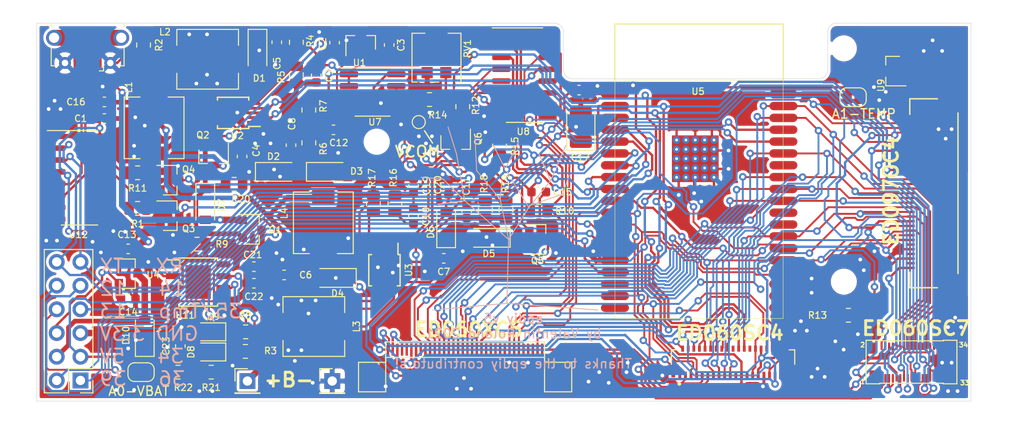
<source format=kicad_pcb>
(kicad_pcb (version 20171130) (host pcbnew "(5.1.9)-1")
  (layers (0 F.Cu signal) (31 B.Cu signal) (34 B.Paste user) (35 F.Paste user) (36 B.SilkS user) (37 F.SilkS user) (38 B.Mask user) (39 F.Mask user) (44 Edge.Cuts user))
  (net 0 "")
  (net 1 GND)
  (net 2 "Net-(C4-Pad2)")
  (net 3 "Net-(C4-Pad1)")
  (net 4 /+22V)
  (net 5 "Net-(C5-Pad1)")
  (net 6 /-20V)
  (net 7 "Net-(C8-Pad1)")
  (net 8 /-15V)
  (net 9 /15V)
  (net 10 /EN)
  (net 11 "Net-(D1-Pad2)")
  (net 12 /EP_CKH)
  (net 13 /EP_LE)
  (net 14 /EP_OE)
  (net 15 /EP_STH)
  (net 16 /EP_D0)
  (net 17 /EP_D1)
  (net 18 /EP_D2)
  (net 19 /EP_D3)
  (net 20 /EP_D4)
  (net 21 /EP_D5)
  (net 22 /EP_D6)
  (net 23 /EP_D7)
  (net 24 /EP_VCOM)
  (net 25 /EP_MODE)
  (net 26 /EP_STV)
  (net 27 /EP_CKV)
  (net 28 "Net-(J2-Pad2)")
  (net 29 "Net-(J2-Pad3)")
  (net 30 /MISO)
  (net 31 /SCLK)
  (net 32 /MOSI)
  (net 33 /A0)
  (net 34 /SENSOR_VN)
  (net 35 /SENSOR_VP)
  (net 36 "Net-(R14-Pad2)")
  (net 37 "Net-(RV1-Pad2)")
  (net 38 /USB_TXD)
  (net 39 /USB_RXD)
  (net 40 "Net-(U7-Pad6)")
  (net 41 /+3.3V)
  (net 42 "Net-(C7-Pad2)")
  (net 43 "Net-(C7-Pad1)")
  (net 44 "Net-(C10-Pad1)")
  (net 45 "Net-(C11-Pad1)")
  (net 46 "Net-(D4-Pad2)")
  (net 47 /A1)
  (net 48 /CTRL-20V)
  (net 49 /CTRL+22V)
  (net 50 /CTRL-15V)
  (net 51 /CTRL+15V)
  (net 52 SW_VIN)
  (net 53 EPD_VDD)
  (net 54 /SMPS_CTRL)
  (net 55 /~RTS)
  (net 56 "Net-(Q3-Pad1)")
  (net 57 /~DTR)
  (net 58 "Net-(Q4-Pad1)")
  (net 59 "Net-(Q2-Pad1)")
  (net 60 "Net-(Q6-Pad1)")
  (net 61 "Net-(U5-Pad8)")
  (net 62 "Net-(U5-Pad9)")
  (net 63 BAT+)
  (net 64 VBUS)
  (net 65 "Net-(D8-Pad1)")
  (net 66 "Net-(D9-Pad1)")
  (net 67 "Net-(R3-Pad1)")
  (net 68 "Net-(R8-Pad1)")
  (net 69 "Net-(R9-Pad2)")
  (net 70 VIN)
  (net 71 /+3.3_Serial)
  (net 72 "Net-(D10-Pad1)")
  (net 73 "Net-(JP_TEMP1-Pad1)")
  (net 74 "Net-(C23-Pad2)")
  (net 75 /IO0)
  (module epaper-breakout:USB_Micro-B_A01SB141B1-067 (layer F.Cu) (at 30.463 21.065 180)
    (fp_text reference J2)
    (fp_text value C10418)
    (pad GND smd rect (at 1 0 180) (size 1.5 1.7) (layers F.Cu F.Paste F.Mask))
    (pad 6 thru_hole circle (at -2.425 -2.7 180) (size 1.29 1.29) (drill 0.7) (layers *.Cu *.Mask F.Paste) (net 1 GND))
    (pad 2 smd rect (at -0.65 -2.7 180) (size 0.4 1.25) (layers F.Cu F.Paste F.Mask) (net 28 "Net-(J2-Pad2)"))
    (pad 1 smd rect (at -1.3 -2.7 180) (size 0.4 1.25) (layers F.Cu F.Paste F.Mask) (net 64 VBUS))
    (pad 5 smd rect (at 1.3 -2.7 180) (size 0.4 1.25) (layers F.Cu F.Paste F.Mask) (net 1 GND))
    (pad 4 smd rect (at 0.65 -2.7 180) (size 0.4 1.25) (layers F.Cu F.Paste F.Mask))
    (pad 3 smd rect (at 0 -2.7 180) (size 0.4 1.25) (layers F.Cu F.Paste F.Mask) (net 29 "Net-(J2-Pad3)"))
    (pad 6 thru_hole circle (at 2.425 -2.7 180) (size 1.29 1.29) (drill 0.7) (layers *.Cu *.Mask F.Paste) (net 1 GND))
    (pad GND smd rect (at -1 0 180) (size 1.5 1.7) (layers F.Cu F.Paste F.Mask))
    (pad GND thru_hole circle (at -3.6 0) (size 1.7 1.7) (drill oval 1.1) (layers *.Cu *.Mask F.Paste))
    (pad GND thru_hole circle (at 3.6 0 180) (size 1.7 1.7) (drill oval 1.1) (layers *.Cu *.Mask F.Paste))
    (pad GND smd rect (at 2.9 0 180) (size 1.2 1.7) (layers F.Cu F.Paste F.Mask))
    (pad GND smd rect (at -2.9 0 180) (size 1.2 1.7) (layers F.Cu F.Paste F.Mask))
  )
  (module esp32-wrover:ESP32-WROVER (layer F.Cu) (at 95.9 26.2)
    (fp_text reference U5 (at -0.1 0.62) (layer F.SilkS) (effects (font (size 0.7 0.7) (thickness 0.12))))
    (fp_text value ESP32-WROVER hide)
    (pad 39 thru_hole circle (at -2.4 5.82) (size 0.8 0.8) (drill 0.3) (layers *.Cu *.Mask) (net 1 GND))
    (pad 39 smd rect (at -0.4 7.83) (size 5 5) (layers F.Cu F.Paste F.Mask) (net 1 GND))
    (pad 1 smd oval (at -9 0.91) (size 3 0.9) (layers F.Cu F.Paste F.Mask) (net 1 GND))
    (pad 2 smd oval (at -9 2.18) (size 3 0.9) (layers F.Cu F.Paste F.Mask) (net 41 /+3.3V))
    (pad 3 smd oval (at -9 3.45) (size 3 0.9) (layers F.Cu F.Paste F.Mask) (net 10 /EN))
    (pad 4 smd oval (at -9 4.72) (size 3 0.9) (layers F.Cu F.Paste F.Mask) (net 35 /SENSOR_VP))
    (pad 5 smd oval (at -9 5.99) (size 3 0.9) (layers F.Cu F.Paste F.Mask) (net 34 /SENSOR_VN))
    (pad 6 smd oval (at -9 7.26) (size 3 0.9) (layers F.Cu F.Paste F.Mask) (net 33 /A0))
    (pad 7 smd oval (at -9 8.53) (size 3 0.9) (layers F.Cu F.Paste F.Mask) (net 47 /A1))
    (pad 8 smd oval (at -9 9.8) (size 3 0.9) (layers F.Cu F.Paste F.Mask) (net 61 "Net-(U5-Pad8)"))
    (pad 9 smd oval (at -9 11.07) (size 3 0.9) (layers F.Cu F.Paste F.Mask) (net 62 "Net-(U5-Pad9)"))
    (pad 10 smd oval (at -9 12.34) (size 3 0.9) (layers F.Cu F.Paste F.Mask) (net 16 /EP_D0))
    (pad 11 smd oval (at -9 13.61) (size 3 0.9) (layers F.Cu F.Paste F.Mask) (net 27 /EP_CKV))
    (pad 12 smd oval (at -9 14.88) (size 3 0.9) (layers F.Cu F.Paste F.Mask) (net 15 /EP_STH))
    (pad 13 smd oval (at -9 16.15) (size 3 0.9) (layers F.Cu F.Paste F.Mask) (net 31 /SCLK))
    (pad 14 smd oval (at -9 17.42) (size 3 0.9) (layers F.Cu F.Paste F.Mask) (net 30 /MISO))
    (pad 15 smd oval (at -9 18.72) (size 3 0.9) (layers F.Cu F.Paste F.Mask) (net 1 GND))
    (pad 16 smd oval (at -9 19.99) (size 3 0.9) (layers F.Cu F.Paste F.Mask) (net 32 /MOSI))
    (pad 17 smd oval (at -9 21.26) (size 3 0.9) (layers F.Cu F.Paste F.Mask))
    (pad 18 smd oval (at -9 22.53) (size 3 0.9) (layers F.Cu F.Paste F.Mask))
    (pad 19 smd oval (at -9 23.8) (size 3 0.9) (layers F.Cu F.Paste F.Mask))
    (pad 20 smd oval (at 9 23.8) (size 3 0.9) (layers F.Cu F.Paste F.Mask))
    (pad 21 smd oval (at 9 22.53) (size 3 0.9) (layers F.Cu F.Paste F.Mask))
    (pad 22 smd oval (at 9 21.26) (size 3 0.9) (layers F.Cu F.Paste F.Mask))
    (pad 23 smd oval (at 9 19.99) (size 3 0.9) (layers F.Cu F.Paste F.Mask) (net 12 /EP_CKH))
    (pad 24 smd oval (at 9 18.72) (size 3 0.9) (layers F.Cu F.Paste F.Mask) (net 13 /EP_LE))
    (pad 25 smd oval (at 9.03 17.42) (size 3 0.9) (layers F.Cu F.Paste F.Mask) (net 75 /IO0))
    (pad 26 smd oval (at 9.03 16.15) (size 3 0.9) (layers F.Cu F.Paste F.Mask) (net 17 /EP_D1))
    (pad 27 smd oval (at 9.03 14.88) (size 3 0.9) (layers F.Cu F.Paste F.Mask))
    (pad 28 smd oval (at 9.03 13.61) (size 3 0.9) (layers F.Cu F.Paste F.Mask))
    (pad 29 smd oval (at 9.03 12.34) (size 3 0.9) (layers F.Cu F.Paste F.Mask) (net 18 /EP_D2))
    (pad 30 smd oval (at 9.03 11.07) (size 3 0.9) (layers F.Cu F.Paste F.Mask) (net 19 /EP_D3))
    (pad 31 smd oval (at 9.03 9.8) (size 3 0.9) (layers F.Cu F.Paste F.Mask) (net 20 /EP_D4))
    (pad 32 smd oval (at 9.03 8.53) (size 3 0.9) (layers F.Cu F.Paste F.Mask))
    (pad 33 smd oval (at 9.03 7.26) (size 3 0.9) (layers F.Cu F.Paste F.Mask) (net 21 /EP_D5))
    (pad 34 smd oval (at 9.03 5.99) (size 3 0.9) (layers F.Cu F.Paste F.Mask) (net 38 /USB_TXD))
    (pad 35 smd oval (at 9.03 4.72) (size 3 0.9) (layers F.Cu F.Paste F.Mask) (net 39 /USB_RXD))
    (pad 36 smd oval (at 9.03 3.45) (size 3 0.9) (layers F.Cu F.Paste F.Mask) (net 22 /EP_D6))
    (pad 37 smd oval (at 9.03 2.18) (size 3 0.9) (layers F.Cu F.Paste F.Mask) (net 23 /EP_D7))
    (pad 38 smd oval (at 9.03 0.91) (size 3 0.9) (layers F.Cu F.Paste F.Mask) (net 1 GND))
    (pad 39 thru_hole circle (at -2.4 6.82) (size 0.8 0.8) (drill 0.3) (layers *.Cu *.Mask) (net 1 GND))
    (pad 39 thru_hole circle (at -2.4 7.82) (size 0.8 0.8) (drill 0.3) (layers *.Cu *.Mask) (net 1 GND))
    (pad 39 thru_hole circle (at -2.4 8.82) (size 0.8 0.8) (drill 0.3) (layers *.Cu *.Mask) (net 1 GND))
    (pad 39 thru_hole circle (at -2.4 9.82) (size 0.8 0.8) (drill 0.3) (layers *.Cu *.Mask) (net 1 GND))
    (pad 39 thru_hole circle (at -1.4 9.82) (size 0.8 0.8) (drill 0.3) (layers *.Cu *.Mask) (net 1 GND))
    (pad 39 thru_hole circle (at -1.4 8.82) (size 0.8 0.8) (drill 0.3) (layers *.Cu *.Mask) (net 1 GND))
    (pad 39 thru_hole circle (at -1.4 7.82) (size 0.8 0.8) (drill 0.3) (layers *.Cu *.Mask) (net 1 GND))
    (pad 39 thru_hole circle (at -1.4 6.82) (size 0.8 0.8) (drill 0.3) (layers *.Cu *.Mask) (net 1 GND))
    (pad 39 thru_hole circle (at -1.4 5.82) (size 0.8 0.8) (drill 0.3) (layers *.Cu *.Mask) (net 1 GND))
    (pad 39 thru_hole circle (at 0.6 5.82) (size 0.8 0.8) (drill 0.3) (layers *.Cu *.Mask) (net 1 GND))
    (pad 39 thru_hole circle (at 0.6 6.82) (size 0.8 0.8) (drill 0.3) (layers *.Cu *.Mask) (net 1 GND))
    (pad 39 thru_hole circle (at 0.6 7.82) (size 0.8 0.8) (drill 0.3) (layers *.Cu *.Mask) (net 1 GND))
    (pad 39 thru_hole circle (at 0.6 8.82) (size 0.8 0.8) (drill 0.3) (layers *.Cu *.Mask) (net 1 GND))
    (pad 39 thru_hole circle (at 0.6 9.82) (size 0.8 0.8) (drill 0.3) (layers *.Cu *.Mask) (net 1 GND))
    (pad 39 thru_hole circle (at -0.4 9.82) (size 0.8 0.8) (drill 0.3) (layers *.Cu *.Mask) (net 1 GND))
    (pad 39 thru_hole circle (at -0.4 8.82) (size 0.8 0.8) (drill 0.3) (layers *.Cu *.Mask) (net 1 GND))
    (pad 39 thru_hole circle (at -0.4 7.82) (size 0.8 0.8) (drill 0.3) (layers *.Cu *.Mask) (net 1 GND))
    (pad 39 thru_hole circle (at -0.4 6.82) (size 0.8 0.8) (drill 0.3) (layers *.Cu *.Mask) (net 1 GND))
    (pad 39 thru_hole circle (at -0.4 5.82) (size 0.8 0.8) (drill 0.3) (layers *.Cu *.Mask) (net 1 GND))
    (pad 39 thru_hole circle (at 1.6 9.82) (size 0.8 0.8) (drill 0.3) (layers *.Cu *.Mask) (net 1 GND))
    (pad 39 thru_hole circle (at 1.6 8.82) (size 0.8 0.8) (drill 0.3) (layers *.Cu *.Mask) (net 1 GND))
    (pad 39 thru_hole circle (at 1.6 7.82) (size 0.8 0.8) (drill 0.3) (layers *.Cu *.Mask) (net 1 GND))
    (pad 39 thru_hole circle (at 1.6 6.82) (size 0.8 0.8) (drill 0.3) (layers *.Cu *.Mask) (net 1 GND))
    (pad 39 thru_hole circle (at 1.6 5.82) (size 0.8 0.8) (drill 0.3) (layers *.Cu *.Mask) (net 1 GND))
  )
  (module "epaper-breakout:HRS_FH26W-39S-0.3SHW(60)" (layer F.Cu) (at 99.5426 55.8546)
    (fp_text reference J4 hide)
    (fp_text value ED060SC4)
    (pad S2 smd rect (at 6.4 1.125) (size 0.4 0.95) (layers F.Cu F.Paste F.Mask))
    (pad S1 smd rect (at -6.4 1.125) (size 0.4 0.95) (layers F.Cu F.Paste F.Mask))
    (pad 39 smd rect (at 5.7 1.4) (size 0.3 0.8) (layers F.Cu F.Paste F.Mask))
    (pad 38 smd rect (at 5.4 -1.475) (size 0.3 0.65) (layers F.Cu F.Paste F.Mask) (net 27 /EP_CKV))
    (pad 37 smd rect (at 5.1 1.4) (size 0.3 0.8) (layers F.Cu F.Paste F.Mask) (net 26 /EP_STV))
    (pad 36 smd rect (at 4.8 -1.475) (size 0.3 0.65) (layers F.Cu F.Paste F.Mask) (net 53 EPD_VDD))
    (pad 35 smd rect (at 4.5 1.4) (size 0.3 0.8) (layers F.Cu F.Paste F.Mask) (net 53 EPD_VDD))
    (pad 34 smd rect (at 4.2 -1.475) (size 0.3 0.65) (layers F.Cu F.Paste F.Mask) (net 1 GND))
    (pad 33 smd rect (at 3.9 1.4) (size 0.3 0.8) (layers F.Cu F.Paste F.Mask) (net 27 /EP_CKV))
    (pad 32 smd rect (at 3.6 -1.475) (size 0.3 0.65) (layers F.Cu F.Paste F.Mask) (net 26 /EP_STV))
    (pad 31 smd rect (at 3.3 1.4) (size 0.3 0.8) (layers F.Cu F.Paste F.Mask) (net 1 GND))
    (pad 30 smd rect (at 3 -1.475) (size 0.3 0.65) (layers F.Cu F.Paste F.Mask) (net 53 EPD_VDD))
    (pad 29 smd rect (at 2.7 1.4) (size 0.3 0.8) (layers F.Cu F.Paste F.Mask) (net 53 EPD_VDD))
    (pad 28 smd rect (at 2.4 -1.475) (size 0.3 0.65) (layers F.Cu F.Paste F.Mask) (net 25 /EP_MODE))
    (pad 27 smd rect (at 2.1 1.4) (size 0.3 0.8) (layers F.Cu F.Paste F.Mask) (net 25 /EP_MODE))
    (pad 26 smd rect (at 1.8 -1.475) (size 0.3 0.65) (layers F.Cu F.Paste F.Mask))
    (pad 25 smd rect (at 1.5 1.4) (size 0.3 0.8) (layers F.Cu F.Paste F.Mask))
    (pad 24 smd rect (at 1.2 -1.475) (size 0.3 0.65) (layers F.Cu F.Paste F.Mask) (net 6 /-20V))
    (pad 23 smd rect (at 0.9 1.4) (size 0.3 0.8) (layers F.Cu F.Paste F.Mask) (net 4 /+22V))
    (pad 22 smd rect (at 0.6 -1.475) (size 0.3 0.65) (layers F.Cu F.Paste F.Mask) (net 24 /EP_VCOM))
    (pad 21 smd rect (at 0.3 1.4) (size 0.3 0.8) (layers F.Cu F.Paste F.Mask))
    (pad 20 smd rect (at 0 -1.475) (size 0.3 0.65) (layers F.Cu F.Paste F.Mask))
    (pad 19 smd rect (at -0.3 1.4) (size 0.3 0.8) (layers F.Cu F.Paste F.Mask) (net 23 /EP_D7))
    (pad 18 smd rect (at -0.6 -1.475) (size 0.3 0.65) (layers F.Cu F.Paste F.Mask) (net 22 /EP_D6))
    (pad 17 smd rect (at -0.9 1.4) (size 0.3 0.8) (layers F.Cu F.Paste F.Mask) (net 21 /EP_D5))
    (pad 16 smd rect (at -1.2 -1.475) (size 0.3 0.65) (layers F.Cu F.Paste F.Mask) (net 20 /EP_D4))
    (pad 15 smd rect (at -1.5 1.4) (size 0.3 0.8) (layers F.Cu F.Paste F.Mask) (net 19 /EP_D3))
    (pad 14 smd rect (at -1.8 -1.475) (size 0.3 0.65) (layers F.Cu F.Paste F.Mask) (net 18 /EP_D2))
    (pad 13 smd rect (at -2.1 1.4) (size 0.3 0.8) (layers F.Cu F.Paste F.Mask) (net 17 /EP_D1))
    (pad 12 smd rect (at -2.4 -1.475) (size 0.3 0.65) (layers F.Cu F.Paste F.Mask) (net 16 /EP_D0))
    (pad 11 smd rect (at -2.7 1.4) (size 0.3 0.8) (layers F.Cu F.Paste F.Mask) (net 15 /EP_STH))
    (pad 10 smd rect (at -3 -1.475) (size 0.3 0.65) (layers F.Cu F.Paste F.Mask) (net 53 EPD_VDD))
    (pad 9 smd rect (at -3.3 1.4) (size 0.3 0.8) (layers F.Cu F.Paste F.Mask) (net 1 GND))
    (pad 8 smd rect (at -3.6 -1.475) (size 0.3 0.65) (layers F.Cu F.Paste F.Mask) (net 53 EPD_VDD))
    (pad 7 smd rect (at -3.9 1.4) (size 0.3 0.8) (layers F.Cu F.Paste F.Mask) (net 14 /EP_OE))
    (pad 6 smd rect (at -4.2 -1.475) (size 0.3 0.65) (layers F.Cu F.Paste F.Mask) (net 13 /EP_LE))
    (pad 5 smd rect (at -4.5 1.4) (size 0.3 0.8) (layers F.Cu F.Paste F.Mask) (net 12 /EP_CKH))
    (pad 4 smd rect (at -4.8 -1.475) (size 0.3 0.65) (layers F.Cu F.Paste F.Mask) (net 53 EPD_VDD))
    (pad 3 smd rect (at -5.1 1.4) (size 0.3 0.8) (layers F.Cu F.Paste F.Mask) (net 1 GND))
    (pad 2 smd rect (at -5.4 -1.475) (size 0.3 0.65) (layers F.Cu F.Paste F.Mask) (net 9 /15V))
    (pad 1 smd rect (at -5.7 1.4) (size 0.3 0.8) (layers F.Cu F.Paste F.Mask) (net 8 /-15V))
  )
  (module Diode_SMD:D_SOD-123 (layer F.Cu) (at 56.9595 46.7995 180)
    (fp_text reference D4 (at -0.254 -1.651) (layer F.SilkS) (effects (font (size 0.7 0.7) (thickness 0.12))))
    (fp_text value MBR0540)
    (pad 2 smd rect (at 1.65 0 180) (size 0.9 1.2) (layers F.Cu F.Paste F.Mask) (net 46 "Net-(D4-Pad2)"))
    (pad 1 smd rect (at -1.65 0 180) (size 0.9 1.2) (layers F.Cu F.Paste F.Mask) (net 9 /15V))
  )
  (module Inductor_SMD:L_6.3x6.3_H3 (layer F.Cu) (at 55.6895 40.894 90)
    (fp_text reference L4 (at 1.016 -4.191 270) (layer F.SilkS) (effects (font (size 0.7 0.7) (thickness 0.12))))
    (fp_text value 22uH)
    (pad 2 smd rect (at 2.75 0 90) (size 1.5 2.4) (layers F.Cu F.Paste F.Mask) (net 52 SW_VIN))
    (pad 1 smd rect (at -2.75 0 90) (size 1.5 2.4) (layers F.Cu F.Paste F.Mask) (net 46 "Net-(D4-Pad2)"))
  )
  (module Connector_PinHeader_2.54mm:PinHeader_1x01_P2.54mm_Vertical (layer F.Cu) (at 56.642 57.8485)
    (fp_text reference J6 hide)
    (fp_text value Conn_01x01_Male)
    (pad 1 thru_hole rect (at 0 0) (size 1.7 1.7) (drill 1) (layers *.Cu *.Mask) (net 1 GND))
  )
  (module Connector_PinHeader_2.54mm:PinHeader_1x01_P2.54mm_Vertical (layer F.Cu) (at 47.5615 57.8485)
    (fp_text reference J5 hide)
    (fp_text value Conn_01x01_Male)
    (pad 1 thru_hole rect (at 0 0) (size 1.7 1.7) (drill 1) (layers *.Cu *.Mask) (net 63 BAT+))
  )
  (module Capacitor_SMD:C_0603_1608Metric (layer F.Cu) (at 40.386 54.102 270)
    (fp_text reference C23 (at 0 1.524 90) (layer F.SilkS) (effects (font (size 0.7 0.7) (thickness 0.12))))
    (fp_text value 0.1uF)
    (pad 2 smd roundrect (at 0.775 0 270) (size 0.9 0.95) (layers F.Cu F.Paste F.Mask) (net 74 "Net-(C23-Pad2)"))
    (pad 1 smd roundrect (at -0.775 0 270) (size 0.9 0.95) (layers F.Cu F.Paste F.Mask) (net 1 GND))
  )
  (module Resistor_SMD:R_0805_2012Metric (layer F.Cu) (at 40.132 56.896 180)
    (fp_text reference R22 (at -0.5715 -1.651) (layer F.SilkS) (effects (font (size 0.7 0.7) (thickness 0.12))))
    (fp_text value 150k)
    (pad 2 smd roundrect (at 0.9125 0 180) (size 1.025 1.4) (layers F.Cu F.Paste F.Mask) (roundrect_rratio 0.2439014634146341) (net 1 GND))
    (pad 1 smd roundrect (at -0.9125 0 180) (size 1.025 1.4) (layers F.Cu F.Paste F.Mask) (roundrect_rratio 0.2439014634146341) (net 74 "Net-(C23-Pad2)"))
  )
  (module Resistor_SMD:R_0805_2012Metric (layer F.Cu) (at 43.688 56.896 180)
    (fp_text reference R21 (at 0 -1.65) (layer F.SilkS) (effects (font (size 0.7 0.7) (thickness 0.12))))
    (fp_text value 680k)
    (pad 2 smd roundrect (at 0.9125 0 180) (size 1.025 1.4) (layers F.Cu F.Paste F.Mask) (roundrect_rratio 0.2439014634146341) (net 74 "Net-(C23-Pad2)"))
    (pad 1 smd roundrect (at -0.9125 0 180) (size 1.025 1.4) (layers F.Cu F.Paste F.Mask) (roundrect_rratio 0.2439014634146341) (net 70 VIN))
  )
  (module Jumper:SolderJumper-2_P1.3mm_Bridged2Bar_RoundedPad1.0x1.5mm (layer F.Cu) (at 112.395 27.432 180)
    (fp_text reference JP_TEMP1 hide)
    (fp_text value Jumper)
    (fp_poly (pts (xy -0.25 0.2) (xy 0.25 0.2) (xy 0.25 0.6) (xy -0.25 0.6)) (layer F.Cu) (width 0))
    (fp_poly (pts (xy -0.25 -0.6) (xy 0.25 -0.6) (xy 0.25 -0.2) (xy -0.25 -0.2)) (layer F.Cu) (width 0))
    (pad 1 smd custom (at -0.65 0 180) (size 1 0.5) (layers F.Cu F.Mask) (net 73 "Net-(JP_TEMP1-Pad1)") (options (clearance outline) (anchor rect)) (primitives (gr_circle (center 0 0.25) (end 0.5 0.25) (width 0)) (gr_circle (center 0 -0.25) (end 0.5 -0.25) (width 0)) (gr_poly (pts (xy 0.5 0.75) (xy 0.5 -0.75) (xy 0 -0.75) (xy 0 0.75)) (width 0))))
    (pad 2 smd custom (at 0.65 0 180) (size 1 0.5) (layers F.Cu F.Mask) (net 47 /A1) (options (clearance outline) (anchor rect)) (primitives (gr_circle (center 0 0.25) (end 0.5 0.25) (width 0)) (gr_circle (center 0 -0.25) (end 0.5 -0.25) (width 0)) (gr_poly (pts (xy -0.5 0.75) (xy -0.5 -0.75) (xy 0 -0.75) (xy 0 0.75)) (width 0))))
  )
  (module Jumper:SolderJumper-2_P1.3mm_Bridged2Bar_RoundedPad1.0x1.5mm (layer F.Cu) (at 36.18 56.896)
    (fp_text reference JP_BAT1 hide)
    (fp_text value Jumper)
    (fp_poly (pts (xy -0.25 0.2) (xy 0.25 0.2) (xy 0.25 0.6) (xy -0.25 0.6)) (layer F.Cu) (width 0))
    (fp_poly (pts (xy -0.25 -0.6) (xy 0.25 -0.6) (xy 0.25 -0.2) (xy -0.25 -0.2)) (layer F.Cu) (width 0))
    (pad 1 smd custom (at -0.65 0) (size 1 0.5) (layers F.Cu F.Mask) (net 33 /A0) (options (clearance outline) (anchor rect)) (primitives (gr_circle (center 0 0.25) (end 0.5 0.25) (width 0)) (gr_circle (center 0 -0.25) (end 0.5 -0.25) (width 0)) (gr_poly (pts (xy 0.5 0.75) (xy 0.5 -0.75) (xy 0 -0.75) (xy 0 0.75)) (width 0))))
    (pad 2 smd custom (at 0.65 0) (size 1 0.5) (layers F.Cu F.Mask) (net 74 "Net-(C23-Pad2)") (options (clearance outline) (anchor rect)) (primitives (gr_circle (center 0 0.25) (end 0.5 0.25) (width 0)) (gr_circle (center 0 -0.25) (end 0.5 -0.25) (width 0)) (gr_poly (pts (xy -0.5 0.75) (xy -0.5 -0.75) (xy 0 -0.75) (xy 0 0.75)) (width 0))))
  )
  (module Diode_SMD:D_SOD-123 (layer F.Cu) (at 36.576 52.959 90)
    (fp_text reference D10 (at 0 -2 90) (layer F.SilkS) (effects (font (size 0.7 0.7) (thickness 0.12))))
    (fp_text value 1N5817)
    (pad 2 smd rect (at 1.65 0 90) (size 0.9 1.2) (layers F.Cu F.Paste F.Mask) (net 64 VBUS))
    (pad 1 smd rect (at -1.65 0 90) (size 0.9 1.2) (layers F.Cu F.Paste F.Mask) (net 72 "Net-(D10-Pad1)"))
  )
  (module Capacitor_Tantalum_SMD:CP_EIA-3528-15_AVX-H (layer F.Cu) (at 83.2485 30.6705 90)
    (fp_text reference C17 (at -3.2385 -0.0635 180) (layer F.SilkS) (effects (font (size 0.7 0.7) (thickness 0.12))))
    (fp_text value 100uF)
    (pad 2 smd roundrect (at 1.5375 0 90) (size 1.325 2.35) (layers F.Cu F.Paste F.Mask) (roundrect_rratio 0.1886784905660377) (net 1 GND))
    (pad 1 smd roundrect (at -1.5375 0 90) (size 1.325 2.35) (layers F.Cu F.Paste F.Mask) (roundrect_rratio 0.1886784905660377) (net 41 /+3.3V))
  )
  (module Capacitor_SMD:C_0603_1608Metric (layer F.Cu) (at 34.811 49.022 180)
    (fp_text reference C14 (at 0 -1.43) (layer F.SilkS) (effects (font (size 0.7 0.7) (thickness 0.12))))
    (fp_text value 1uF)
    (pad 2 smd roundrect (at 0.775 0 180) (size 0.9 0.95) (layers F.Cu F.Paste F.Mask) (net 71 /+3.3_Serial))
    (pad 1 smd roundrect (at -0.775 0 180) (size 0.9 0.95) (layers F.Cu F.Paste F.Mask) (net 1 GND))
  )
  (module Capacitor_SMD:C_0603_1608Metric (layer F.Cu) (at 34.798 43.688 180)
    (fp_text reference C13 (at 0.127 1.524) (layer F.SilkS) (effects (font (size 0.7 0.7) (thickness 0.12))))
    (fp_text value 1uF)
    (pad 2 smd roundrect (at 0.775 0 180) (size 0.9 0.95) (layers F.Cu F.Paste F.Mask) (net 1 GND))
    (pad 1 smd roundrect (at -0.775 0 180) (size 0.9 0.95) (layers F.Cu F.Paste F.Mask) (net 64 VBUS))
  )
  (module Package_SO:SOIC-16_3.9x9.9mm_P1.27mm (layer F.Cu) (at 29.591 36.068)
    (fp_text reference U12 (at -0.127 6.096) (layer F.SilkS) (effects (font (size 0.7 0.7) (thickness 0.12))))
    (fp_text value CH340C)
    (pad 16 smd roundrect (at 2.475 -4.445) (size 1.95 0.6) (layers F.Cu F.Paste F.Mask) (net 71 /+3.3_Serial))
    (pad 15 smd roundrect (at 2.475 -3.175) (size 1.95 0.6) (layers F.Cu F.Paste F.Mask))
    (pad 14 smd roundrect (at 2.475 -1.905) (size 1.95 0.6) (layers F.Cu F.Paste F.Mask) (net 55 /~RTS))
    (pad 13 smd roundrect (at 2.475 -0.635) (size 1.95 0.6) (layers F.Cu F.Paste F.Mask) (net 57 /~DTR))
    (pad 12 smd roundrect (at 2.475 0.635) (size 1.95 0.6) (layers F.Cu F.Paste F.Mask))
    (pad 11 smd roundrect (at 2.475 1.905) (size 1.95 0.6) (layers F.Cu F.Paste F.Mask))
    (pad 10 smd roundrect (at 2.475 3.175) (size 1.95 0.6) (layers F.Cu F.Paste F.Mask))
    (pad 9 smd roundrect (at 2.475 4.445) (size 1.95 0.6) (layers F.Cu F.Paste F.Mask))
    (pad 8 smd roundrect (at -2.475 4.445) (size 1.95 0.6) (layers F.Cu F.Paste F.Mask))
    (pad 7 smd roundrect (at -2.475 3.175) (size 1.95 0.6) (layers F.Cu F.Paste F.Mask))
    (pad 6 smd roundrect (at -2.475 1.905) (size 1.95 0.6) (layers F.Cu F.Paste F.Mask) (net 28 "Net-(J2-Pad2)"))
    (pad 5 smd roundrect (at -2.475 0.635) (size 1.95 0.6) (layers F.Cu F.Paste F.Mask) (net 29 "Net-(J2-Pad3)"))
    (pad 4 smd roundrect (at -2.475 -0.635) (size 1.95 0.6) (layers F.Cu F.Paste F.Mask) (net 71 /+3.3_Serial))
    (pad 3 smd roundrect (at -2.475 -1.905) (size 1.95 0.6) (layers F.Cu F.Paste F.Mask) (net 39 /USB_RXD))
    (pad 2 smd roundrect (at -2.475 -3.175) (size 1.95 0.6) (layers F.Cu F.Paste F.Mask) (net 38 /USB_TXD))
    (pad 1 smd roundrect (at -2.475 -4.445) (size 1.95 0.6) (layers F.Cu F.Paste F.Mask) (net 1 GND))
  )
  (module Package_TO_SOT_SMD:SOT-23 (layer F.Cu) (at 34.798 46.355)
    (fp_text reference U4 (at 2.667 0.127) (layer F.SilkS) (effects (font (size 0.7 0.7) (thickness 0.12))))
    (fp_text value XC6206PxxxMR)
    (pad 3 smd rect (at 1 0) (size 0.9 0.8) (layers F.Cu F.Paste F.Mask) (net 64 VBUS))
    (pad 2 smd rect (at -1 0.95) (size 0.9 0.8) (layers F.Cu F.Paste F.Mask) (net 71 /+3.3_Serial))
    (pad 1 smd rect (at -1 -0.95) (size 0.9 0.8) (layers F.Cu F.Paste F.Mask) (net 1 GND))
  )
  (module Connector_PinHeader_2.54mm:PinHeader_2x06_P2.54mm_Vertical (layer F.Cu) (at 29.6926 57.785 180)
    (fp_text reference J3 hide)
    (fp_text value Conn_02x06_Counter_Clockwise)
    (pad 12 thru_hole oval (at 2.54 12.7 180) (size 1.7 1.7) (drill 1) (layers *.Cu *.Mask) (net 38 /USB_TXD))
    (pad 11 thru_hole oval (at 0 12.7 180) (size 1.7 1.7) (drill 1) (layers *.Cu *.Mask) (net 39 /USB_RXD))
    (pad 10 thru_hole oval (at 2.54 10.16 180) (size 1.7 1.7) (drill 1) (layers *.Cu *.Mask) (net 30 /MISO))
    (pad 9 thru_hole oval (at 0 10.16 180) (size 1.7 1.7) (drill 1) (layers *.Cu *.Mask) (net 31 /SCLK))
    (pad 8 thru_hole oval (at 2.54 7.62 180) (size 1.7 1.7) (drill 1) (layers *.Cu *.Mask) (net 32 /MOSI))
    (pad 7 thru_hole oval (at 0 7.62 180) (size 1.7 1.7) (drill 1) (layers *.Cu *.Mask) (net 47 /A1))
    (pad 6 thru_hole oval (at 2.54 5.08 180) (size 1.7 1.7) (drill 1) (layers *.Cu *.Mask) (net 41 /+3.3V))
    (pad 5 thru_hole oval (at 0 5.08 180) (size 1.7 1.7) (drill 1) (layers *.Cu *.Mask) (net 1 GND))
    (pad 4 thru_hole oval (at 2.54 2.54 180) (size 1.7 1.7) (drill 1) (layers *.Cu *.Mask) (net 64 VBUS))
    (pad 3 thru_hole oval (at 0 2.54 180) (size 1.7 1.7) (drill 1) (layers *.Cu *.Mask) (net 33 /A0))
    (pad 2 thru_hole oval (at 2.54 0 180) (size 1.7 1.7) (drill 1) (layers *.Cu *.Mask) (net 34 /SENSOR_VN))
    (pad 1 thru_hole rect (at 0 0 180) (size 1.7 1.7) (drill 1) (layers *.Cu *.Mask) (net 35 /SENSOR_VP))
  )
  (module Diode_SMD:D_SOD-123 (layer F.Cu) (at 43.053 38.9255 270)
    (fp_text reference D7 (at 0.0635 -1.778 90) (layer F.SilkS) (effects (font (size 0.7 0.7) (thickness 0.12))))
    (fp_text value 1N5817)
    (pad 2 smd rect (at 1.65 0 270) (size 0.9 1.2) (layers F.Cu F.Paste F.Mask) (net 64 VBUS))
    (pad 1 smd rect (at -1.65 0 270) (size 0.9 1.2) (layers F.Cu F.Paste F.Mask) (net 70 VIN))
  )
  (module epaper-breakout:TP4056_SOP-8-PP (layer F.Cu) (at 42.291 47.244)
    (fp_text reference U11 (at -1.397 3.556) (layer F.SilkS) (effects (font (size 0.7 0.7) (thickness 0.12))))
    (fp_text value TP4056)
    (pad 1 smd rect (at -2.7 -1.905) (size 1.5 0.65) (layers F.Cu F.Paste F.Mask) (net 1 GND))
    (pad 2 smd rect (at -2.7 -0.635) (size 1.5 0.65) (layers F.Cu F.Paste F.Mask) (net 69 "Net-(R9-Pad2)"))
    (pad 3 smd rect (at -2.7 0.635) (size 1.5 0.65) (layers F.Cu F.Paste F.Mask) (net 1 GND))
    (pad 4 smd rect (at -2.7 1.905) (size 1.5 0.65) (layers F.Cu F.Paste F.Mask) (net 72 "Net-(D10-Pad1)"))
    (pad 5 smd rect (at 2.7 1.905) (size 1.5 0.65) (layers F.Cu F.Paste F.Mask) (net 63 BAT+))
    (pad 6 smd rect (at 2.7 0.635) (size 1.5 0.65) (layers F.Cu F.Paste F.Mask) (net 67 "Net-(R3-Pad1)"))
    (pad 7 smd rect (at 2.7 -0.635) (size 1.5 0.65) (layers F.Cu F.Paste F.Mask) (net 68 "Net-(R8-Pad1)"))
    (pad 8 smd rect (at 2.7 -1.905) (size 1.5 0.65) (layers F.Cu F.Paste F.Mask) (net 72 "Net-(D10-Pad1)"))
    (pad 9 smd rect (at 0 0) (size 2.7 3.6) (layers F.Cu F.Paste F.Mask))
  )
  (module Resistor_SMD:R_0805_2012Metric (layer F.Cu) (at 42.164 43.18 180)
    (fp_text reference R9 (at -2.667 0) (layer F.SilkS) (effects (font (size 0.7 0.7) (thickness 0.12))))
    (fp_text value 6.8k)
    (pad 2 smd roundrect (at 0.9125 0 180) (size 1.025 1.4) (layers F.Cu F.Paste F.Mask) (roundrect_rratio 0.2439014634146341) (net 69 "Net-(R9-Pad2)"))
    (pad 1 smd roundrect (at -0.9125 0 180) (size 1.025 1.4) (layers F.Cu F.Paste F.Mask) (roundrect_rratio 0.2439014634146341) (net 1 GND))
  )
  (module Resistor_SMD:R_0805_2012Metric (layer F.Cu) (at 47.371 52.578 180)
    (fp_text reference R8 (at 0.0635 1.7145) (layer F.SilkS) (effects (font (size 0.7 0.7) (thickness 0.12))))
    (fp_text value 1k)
    (pad 2 smd roundrect (at 0.9125 0 180) (size 1.025 1.4) (layers F.Cu F.Paste F.Mask) (roundrect_rratio 0.2439014634146341) (net 66 "Net-(D9-Pad1)"))
    (pad 1 smd roundrect (at -0.9125 0 180) (size 1.025 1.4) (layers F.Cu F.Paste F.Mask) (roundrect_rratio 0.2439014634146341) (net 68 "Net-(R8-Pad1)"))
  )
  (module Resistor_SMD:R_0805_2012Metric (layer F.Cu) (at 47.3475 54.6735 180)
    (fp_text reference R3 (at -2.6905 0.0635) (layer F.SilkS) (effects (font (size 0.7 0.7) (thickness 0.12))))
    (fp_text value 1k)
    (pad 2 smd roundrect (at 0.9125 0 180) (size 1.025 1.4) (layers F.Cu F.Paste F.Mask) (roundrect_rratio 0.2439014634146341) (net 65 "Net-(D8-Pad1)"))
    (pad 1 smd roundrect (at -0.9125 0 180) (size 1.025 1.4) (layers F.Cu F.Paste F.Mask) (roundrect_rratio 0.2439014634146341) (net 67 "Net-(R3-Pad1)"))
  )
  (module Resistor_SMD:R_0805_2012Metric (layer F.Cu) (at 36.449 21.844 270)
    (fp_text reference R2 (at 0 -1.651 90) (layer F.SilkS) (effects (font (size 0.7 0.7) (thickness 0.12))))
    (fp_text value 100k)
    (pad 2 smd roundrect (at 0.9125 0 270) (size 1.025 1.4) (layers F.Cu F.Paste F.Mask) (roundrect_rratio 0.2439014634146341) (net 64 VBUS))
    (pad 1 smd roundrect (at -0.9125 0 270) (size 1.025 1.4) (layers F.Cu F.Paste F.Mask) (roundrect_rratio 0.2439014634146341) (net 1 GND))
  )
  (module Package_TO_SOT_SMD:SOT-23 (layer F.Cu) (at 48.0695 41.5925)
    (fp_text reference Q1 (at 2.4765 0.0635) (layer F.SilkS) (effects (font (size 0.7 0.7) (thickness 0.12))))
    (fp_text value AO3401A)
    (pad 3 smd rect (at 1 0) (size 0.9 0.8) (layers F.Cu F.Paste F.Mask) (net 63 BAT+))
    (pad 2 smd rect (at -1 0.95) (size 0.9 0.8) (layers F.Cu F.Paste F.Mask) (net 70 VIN))
    (pad 1 smd rect (at -1 -0.95) (size 0.9 0.8) (layers F.Cu F.Paste F.Mask) (net 64 VBUS))
  )
  (module LED_SMD:LED_0805_2012Metric (layer F.Cu) (at 43.561 52.578 180)
    (fp_text reference D9 (at -0.381 1.651) (layer F.SilkS) (effects (font (size 0.7 0.7) (thickness 0.12))))
    (fp_text value "LED RED")
    (pad 2 smd roundrect (at 0.9375 0 180) (size 0.975 1.4) (layers F.Cu F.Paste F.Mask) (net 72 "Net-(D10-Pad1)"))
    (pad 1 smd roundrect (at -0.9375 0 180) (size 0.975 1.4) (layers F.Cu F.Paste F.Mask) (net 66 "Net-(D9-Pad1)"))
  )
  (module LED_SMD:LED_0805_2012Metric (layer F.Cu) (at 43.561 54.737 180)
    (fp_text reference D8 (at 2.032 0 90) (layer F.SilkS) (effects (font (size 0.7 0.7) (thickness 0.12))))
    (fp_text value "LED GREEN")
    (pad 2 smd roundrect (at 0.9375 0 180) (size 0.975 1.4) (layers F.Cu F.Paste F.Mask) (net 72 "Net-(D10-Pad1)"))
    (pad 1 smd roundrect (at -0.9375 0 180) (size 0.975 1.4) (layers F.Cu F.Paste F.Mask) (net 65 "Net-(D8-Pad1)"))
  )
  (module Capacitor_SMD:C_0603_1608Metric (layer F.Cu) (at 48.26 47.371 180)
    (fp_text reference C22 (at 0 -1.43) (layer F.SilkS) (effects (font (size 0.7 0.7) (thickness 0.12))))
    (fp_text value 0.1uF)
    (pad 2 smd roundrect (at 0.775 0 180) (size 0.9 0.95) (layers F.Cu F.Paste F.Mask) (net 63 BAT+))
    (pad 1 smd roundrect (at -0.775 0 180) (size 0.9 0.95) (layers F.Cu F.Paste F.Mask) (net 1 GND))
  )
  (module Capacitor_SMD:C_0603_1608Metric (layer F.Cu) (at 48.26 45.593)
    (fp_text reference C21 (at -0.127 -1.27) (layer F.SilkS) (effects (font (size 0.7 0.7) (thickness 0.12))))
    (fp_text value 10uF)
    (pad 2 smd roundrect (at 0.775 0) (size 0.9 0.95) (layers F.Cu F.Paste F.Mask) (net 1 GND))
    (pad 1 smd roundrect (at -0.775 0) (size 0.9 0.95) (layers F.Cu F.Paste F.Mask) (net 63 BAT+))
  )
  (module Diode_SMD:D_SOD-123 (layer F.Cu) (at 50.673 35.433)
    (fp_text reference D2 (at -0.3175 -1.651) (layer F.SilkS) (effects (font (size 0.7 0.7) (thickness 0.12))))
    (fp_text value MBR0540)
    (pad 2 smd rect (at 1.65 0) (size 0.9 1.2) (layers F.Cu F.Paste F.Mask) (net 3 "Net-(C4-Pad1)"))
    (pad 1 smd rect (at -1.65 0) (size 0.9 1.2) (layers F.Cu F.Paste F.Mask) (net 1 GND))
  )
  (module epaper-breakout:CONN_ED097OC4 (layer F.Cu) (at 116.1372 37.7274 270)
    (fp_text reference J1 hide)
    (fp_text value XF2M-3315-1A hide)
    (pad 1 smd rect (at 7.999999 -2.4511) (size 0.8128 0.254) (layers F.Cu F.Paste F.Mask) (net 8 /-15V))
    (pad 2 smd rect (at 7.5 -2.4511) (size 0.8128 0.254) (layers F.Cu F.Paste F.Mask))
    (pad 3 smd rect (at 6.999999 -2.4511) (size 0.8128 0.254) (layers F.Cu F.Paste F.Mask) (net 9 /15V))
    (pad 4 smd rect (at 6.5 -2.4511) (size 0.8128 0.254) (layers F.Cu F.Paste F.Mask))
    (pad 5 smd rect (at 5.999998 -2.4511) (size 0.8128 0.254) (layers F.Cu F.Paste F.Mask) (net 1 GND))
    (pad 6 smd rect (at 5.499999 -2.4511) (size 0.8128 0.254) (layers F.Cu F.Paste F.Mask))
    (pad 7 smd rect (at 5 -2.4511) (size 0.8128 0.254) (layers F.Cu F.Paste F.Mask) (net 53 EPD_VDD))
    (pad 8 smd rect (at 4.499999 -2.4511) (size 0.8128 0.254) (layers F.Cu F.Paste F.Mask) (net 12 /EP_CKH))
    (pad 9 smd rect (at 4 -2.4511) (size 0.8128 0.254) (layers F.Cu F.Paste F.Mask) (net 13 /EP_LE))
    (pad 10 smd rect (at 3.499998 -2.4511) (size 0.8128 0.254) (layers F.Cu F.Paste F.Mask) (net 14 /EP_OE))
    (pad 11 smd rect (at 2.999999 -2.4511) (size 0.8128 0.254) (layers F.Cu F.Paste F.Mask) (net 53 EPD_VDD))
    (pad 12 smd rect (at 2.5 -2.4511) (size 0.8128 0.254) (layers F.Cu F.Paste F.Mask) (net 15 /EP_STH))
    (pad 13 smd rect (at 1.999999 -2.4511) (size 0.8128 0.254) (layers F.Cu F.Paste F.Mask) (net 16 /EP_D0))
    (pad 14 smd rect (at 1.5 -2.4511) (size 0.8128 0.254) (layers F.Cu F.Paste F.Mask) (net 17 /EP_D1))
    (pad 15 smd rect (at 0.999998 -2.4511) (size 0.8128 0.254) (layers F.Cu F.Paste F.Mask) (net 18 /EP_D2))
    (pad 16 smd rect (at 0.499999 -2.4511) (size 0.8128 0.254) (layers F.Cu F.Paste F.Mask) (net 19 /EP_D3))
    (pad 17 smd rect (at 0 -2.4511) (size 0.8128 0.254) (layers F.Cu F.Paste F.Mask) (net 20 /EP_D4))
    (pad 18 smd rect (at -0.500002 -2.4511) (size 0.8128 0.254) (layers F.Cu F.Paste F.Mask) (net 21 /EP_D5))
    (pad 19 smd rect (at -1.000001 -2.4511) (size 0.8128 0.254) (layers F.Cu F.Paste F.Mask) (net 22 /EP_D6))
    (pad 20 smd rect (at -1.5 -2.4511) (size 0.8128 0.254) (layers F.Cu F.Paste F.Mask) (net 23 /EP_D7))
    (pad 21 smd rect (at -2.000001 -2.4511) (size 0.8128 0.254) (layers F.Cu F.Paste F.Mask))
    (pad 22 smd rect (at -2.5 -2.4511) (size 0.8128 0.254) (layers F.Cu F.Paste F.Mask) (net 24 /EP_VCOM))
    (pad 23 smd rect (at -3.000002 -2.4511) (size 0.8128 0.254) (layers F.Cu F.Paste F.Mask))
    (pad 24 smd rect (at -3.500001 -2.4511) (size 0.8128 0.254) (layers F.Cu F.Paste F.Mask) (net 4 /+22V))
    (pad 25 smd rect (at -4 -2.4511) (size 0.8128 0.254) (layers F.Cu F.Paste F.Mask))
    (pad 26 smd rect (at -4.500001 -2.4511) (size 0.8128 0.254) (layers F.Cu F.Paste F.Mask) (net 6 /-20V))
    (pad 27 smd rect (at -5 -2.4511) (size 0.8128 0.254) (layers F.Cu F.Paste F.Mask))
    (pad 28 smd rect (at -5.500002 -2.4511) (size 0.8128 0.254) (layers F.Cu F.Paste F.Mask) (net 25 /EP_MODE))
    (pad 29 smd rect (at -6.000001 -2.4511) (size 0.8128 0.254) (layers F.Cu F.Paste F.Mask) (net 25 /EP_MODE))
    (pad 30 smd rect (at -6.5 -2.4511) (size 0.8128 0.254) (layers F.Cu F.Paste F.Mask) (net 53 EPD_VDD))
    (pad 31 smd rect (at -7.000001 -2.4511) (size 0.8128 0.254) (layers F.Cu F.Paste F.Mask) (net 26 /EP_STV))
    (pad 32 smd rect (at -7.5 -2.4511) (size 0.8128 0.254) (layers F.Cu F.Paste F.Mask) (net 27 /EP_CKV))
    (pad 33 smd rect (at -8.000002 -2.4511) (size 0.8128 0.254) (layers F.Cu F.Paste F.Mask) (net 1 GND))
    (pad 34 smd rect (at -9.652 -6.4643 270) (size 1.524 1.7018) (layers F.Cu F.Paste F.Mask))
    (pad 35 smd rect (at 9.652 -6.4643 270) (size 1.524 1.7018) (layers F.Cu F.Paste F.Mask))
  )
  (module epaper-breakout:AXT334124 (layer F.Cu) (at 118.6434 57.5056 180)
    (fp_text reference U10 hide)
    (fp_text value ED060SC7)
    (fp_text user 1 (at 5.2324 -0.4064) (layer F.SilkS) (effects (font (size 0.5 0.5) (thickness 0.125))))
    (fp_text user 34 (at -5.5626 3.5306) (layer F.SilkS) (effects (font (size 0.5 0.5) (thickness 0.125))))
    (fp_text user 2 (at 5.2324 3.5306) (layer F.SilkS) (effects (font (size 0.5 0.5) (thickness 0.125))))
    (fp_text user 33 (at -5.6896 -0.5334) (layer F.SilkS) (effects (font (size 0.5 0.5) (thickness 0.125))))
    (pad 0 smd rect (at -4.15 3.186) (size 0.7 1.2) (layers F.Cu F.Paste F.Mask))
    (pad 20 smd rect (at -0.4 3.386) (size 0.23 0.8) (layers F.Cu F.Paste F.Mask) (net 23 /EP_D7))
    (pad 12 smd rect (at 1.2 3.386) (size 0.23 0.8) (layers F.Cu F.Paste F.Mask) (net 15 /EP_STH))
    (pad 34 smd rect (at -3.2 3.386) (size 0.23 0.8) (layers F.Cu F.Paste F.Mask))
    (pad 32 smd rect (at -2.8 3.386) (size 0.23 0.8) (layers F.Cu F.Paste F.Mask) (net 1 GND))
    (pad 30 smd rect (at -2.4 3.386) (size 0.23 0.8) (layers F.Cu F.Paste F.Mask) (net 26 /EP_STV))
    (pad 14 smd rect (at 0.8 3.386) (size 0.23 0.8) (layers F.Cu F.Paste F.Mask) (net 17 /EP_D1))
    (pad 16 smd rect (at 0.4 3.386) (size 0.23 0.8) (layers F.Cu F.Paste F.Mask) (net 19 /EP_D3))
    (pad 28 smd rect (at -2 3.386) (size 0.23 0.8) (layers F.Cu F.Paste F.Mask) (net 27 /EP_CKV))
    (pad 18 smd rect (at 0 3.386) (size 0.23 0.8) (layers F.Cu F.Paste F.Mask) (net 21 /EP_D5))
    (pad 4 smd rect (at 2.8 3.386) (size 0.23 0.8) (layers F.Cu F.Paste F.Mask) (net 9 /15V))
    (pad 2 smd rect (at 3.2 3.386) (size 0.23 0.8) (layers F.Cu F.Paste F.Mask) (net 9 /15V))
    (pad 0 smd rect (at 4.15 3.186) (size 0.7 1.2) (layers F.Cu F.Paste F.Mask))
    (pad 6 smd rect (at 2.4 3.386) (size 0.23 0.8) (layers F.Cu F.Paste F.Mask) (net 1 GND))
    (pad 10 smd rect (at 1.6 3.386) (size 0.23 0.8) (layers F.Cu F.Paste F.Mask) (net 13 /EP_LE))
    (pad 8 smd rect (at 2 3.386) (size 0.23 0.8) (layers F.Cu F.Paste F.Mask) (net 1 GND))
    (pad 26 smd rect (at -1.6 3.386) (size 0.23 0.8) (layers F.Cu F.Paste F.Mask) (net 25 /EP_MODE))
    (pad 24 smd rect (at -1.2 3.386) (size 0.23 0.8) (layers F.Cu F.Paste F.Mask))
    (pad 22 smd rect (at -0.8 3.386) (size 0.23 0.8) (layers F.Cu F.Paste F.Mask))
    (pad 0 smd rect (at 4.15 0.2 180) (size 0.7 1.2) (layers F.Cu F.Paste F.Mask))
    (pad 0 smd rect (at -4.15 0.2 180) (size 0.7 1.2) (layers F.Cu F.Paste F.Mask))
    (pad 33 smd rect (at -3.2 0 180) (size 0.23 0.8) (layers F.Cu F.Paste F.Mask))
    (pad 31 smd rect (at -2.8 0 180) (size 0.23 0.8) (layers F.Cu F.Paste F.Mask) (net 1 GND))
    (pad 29 smd rect (at -2.4 0 180) (size 0.23 0.8) (layers F.Cu F.Paste F.Mask) (net 6 /-20V))
    (pad 27 smd rect (at -2 0 180) (size 0.23 0.8) (layers F.Cu F.Paste F.Mask) (net 6 /-20V))
    (pad 25 smd rect (at -1.6 0 180) (size 0.23 0.8) (layers F.Cu F.Paste F.Mask) (net 4 /+22V))
    (pad 23 smd rect (at -1.2 0 180) (size 0.23 0.8) (layers F.Cu F.Paste F.Mask) (net 24 /EP_VCOM))
    (pad 21 smd rect (at -0.8 0 180) (size 0.23 0.8) (layers F.Cu F.Paste F.Mask) (net 24 /EP_VCOM))
    (pad 19 smd rect (at -0.4 0 180) (size 0.23 0.8) (layers F.Cu F.Paste F.Mask) (net 22 /EP_D6))
    (pad 17 smd rect (at 0 0 180) (size 0.23 0.8) (layers F.Cu F.Paste F.Mask) (net 20 /EP_D4))
    (pad 15 smd rect (at 0.4 0 180) (size 0.23 0.8) (layers F.Cu F.Paste F.Mask) (net 18 /EP_D2))
    (pad 13 smd rect (at 0.8 0 180) (size 0.23 0.8) (layers F.Cu F.Paste F.Mask) (net 16 /EP_D0))
    (pad 11 smd rect (at 1.2 0 180) (size 0.23 0.8) (layers F.Cu F.Paste F.Mask) (net 14 /EP_OE))
    (pad 9 smd rect (at 1.6 0 180) (size 0.23 0.8) (layers F.Cu F.Paste F.Mask) (net 12 /EP_CKH))
    (pad 7 smd rect (at 2 0 180) (size 0.23 0.8) (layers F.Cu F.Paste F.Mask) (net 53 EPD_VDD))
    (pad 5 smd rect (at 2.4 0 180) (size 0.23 0.8) (layers F.Cu F.Paste F.Mask) (net 53 EPD_VDD))
    (pad 3 smd rect (at 2.8 0 180) (size 0.23 0.8) (layers F.Cu F.Paste F.Mask) (net 8 /-15V))
    (pad 1 smd rect (at 3.2 0 180) (size 0.23 0.8) (layers F.Cu F.Paste F.Mask) (net 8 /-15V))
  )
  (module Package_TO_SOT_SMD:SOT-23 (layer F.Cu) (at 69.85 32.258 270)
    (fp_text reference Q6 (at -0.381 -2.413 90) (layer F.SilkS) (effects (font (size 0.7 0.7) (thickness 0.12))))
    (fp_text value MMBT3904)
    (pad 3 smd rect (at 1 0 270) (size 0.9 0.8) (layers F.Cu F.Paste F.Mask) (net 59 "Net-(Q2-Pad1)"))
    (pad 2 smd rect (at -1 0.95 270) (size 0.9 0.8) (layers F.Cu F.Paste F.Mask) (net 1 GND))
    (pad 1 smd rect (at -1 -0.95 270) (size 0.9 0.8) (layers F.Cu F.Paste F.Mask) (net 60 "Net-(Q6-Pad1)"))
  )
  (module Resistor_SMD:R_0805_2012Metric (layer F.Cu) (at 46.141 36.7665 180)
    (fp_text reference R20 (at -0.722 -1.5875) (layer F.SilkS) (effects (font (size 0.7 0.7) (thickness 0.12))))
    (fp_text value 10k)
    (pad 2 smd roundrect (at 0.9125 0 180) (size 1.025 1.4) (layers F.Cu F.Paste F.Mask) (roundrect_rratio 0.2439014634146341) (net 70 VIN))
    (pad 1 smd roundrect (at -0.9125 0 180) (size 1.025 1.4) (layers F.Cu F.Paste F.Mask) (roundrect_rratio 0.2439014634146341) (net 59 "Net-(Q2-Pad1)"))
  )
  (module Resistor_SMD:R_0805_2012Metric (layer F.Cu) (at 70.612 28.448 90)
    (fp_text reference R12 (at 0.127 1.397 90) (layer F.SilkS) (effects (font (size 0.7 0.7) (thickness 0.12))))
    (fp_text value 1k)
    (pad 2 smd roundrect (at 0.9125 0 90) (size 1.025 1.4) (layers F.Cu F.Paste F.Mask) (roundrect_rratio 0.2439014634146341) (net 54 /SMPS_CTRL))
    (pad 1 smd roundrect (at -0.9125 0 90) (size 1.025 1.4) (layers F.Cu F.Paste F.Mask) (roundrect_rratio 0.2439014634146341) (net 60 "Net-(Q6-Pad1)"))
  )
  (module Package_TO_SOT_SMD:SOT-23 (layer F.Cu) (at 78.74 42.672)
    (fp_text reference Q5 (at -0.127 2.286) (layer F.SilkS) (effects (font (size 0.7 0.7) (thickness 0.12))))
    (fp_text value AO3401A)
    (pad 3 smd rect (at 1 0) (size 0.9 0.8) (layers F.Cu F.Paste F.Mask) (net 53 EPD_VDD))
    (pad 2 smd rect (at -1 0.95) (size 0.9 0.8) (layers F.Cu F.Paste F.Mask) (net 41 /+3.3V))
    (pad 1 smd rect (at -1 -0.95) (size 0.9 0.8) (layers F.Cu F.Paste F.Mask) (net 59 "Net-(Q2-Pad1)"))
  )
  (module Package_TO_SOT_SMD:SOT-23 (layer F.Cu) (at 43.942 33.782 270)
    (fp_text reference Q2 (at -2.286 1.143 180) (layer F.SilkS) (effects (font (size 0.7 0.7) (thickness 0.12))))
    (fp_text value AO3401A)
    (pad 3 smd rect (at 1 0 270) (size 0.9 0.8) (layers F.Cu F.Paste F.Mask) (net 52 SW_VIN))
    (pad 2 smd rect (at -1 0.95 270) (size 0.9 0.8) (layers F.Cu F.Paste F.Mask) (net 70 VIN))
    (pad 1 smd rect (at -1 -0.95 270) (size 0.9 0.8) (layers F.Cu F.Paste F.Mask) (net 59 "Net-(Q2-Pad1)"))
  )
  (module Package_SO:SOP-8_3.76x4.96mm_P1.27mm (layer F.Cu) (at 60.96 26.8732)
    (fp_text reference U7 (at 0.254 3.2258) (layer F.SilkS) (effects (font (size 0.7 0.7) (thickness 0.12))))
    (fp_text value LM358)
    (pad 8 smd roundrect (at 2.5375 -1.905) (size 1.975 0.65) (layers F.Cu F.Paste F.Mask) (net 9 /15V))
    (pad 7 smd roundrect (at 2.5375 -0.635) (size 1.975 0.65) (layers F.Cu F.Paste F.Mask) (net 40 "Net-(U7-Pad6)"))
    (pad 6 smd roundrect (at 2.5375 0.635) (size 1.975 0.65) (layers F.Cu F.Paste F.Mask) (net 40 "Net-(U7-Pad6)"))
    (pad 5 smd roundrect (at 2.5375 1.905) (size 1.975 0.65) (layers F.Cu F.Paste F.Mask) (net 1 GND))
    (pad 4 smd roundrect (at -2.5375 1.905) (size 1.975 0.65) (layers F.Cu F.Paste F.Mask) (net 8 /-15V))
    (pad 3 smd roundrect (at -2.5375 0.635) (size 1.975 0.65) (layers F.Cu F.Paste F.Mask) (net 37 "Net-(RV1-Pad2)"))
    (pad 2 smd roundrect (at -2.5375 -0.635) (size 1.975 0.65) (layers F.Cu F.Paste F.Mask) (net 24 /EP_VCOM))
    (pad 1 smd roundrect (at -2.5375 -1.905) (size 1.975 0.65) (layers F.Cu F.Paste F.Mask) (net 24 /EP_VCOM))
  )
  (module epaper-breakout:X05A20H34G (layer F.Cu) (at 70.866 54.483)
    (fp_text reference U6 hide)
    (fp_text value ED060XC5)
    (pad 0 smd rect (at 10.25 3) (size 1.6 2.8) (layers F.Cu F.Paste F.Mask))
    (pad 0 smd rect (at -10.25 3) (size 1.6 2.8) (layers F.Cu F.Paste F.Mask))
    (pad 34 smd rect (at 8.25 0) (size 0.25 1.3) (layers F.Cu F.Paste F.Mask) (net 4 /+22V))
    (pad 33 smd rect (at 7.75 0) (size 0.25 1.3) (layers F.Cu F.Paste F.Mask) (net 9 /15V))
    (pad 32 smd rect (at 7.25 0) (size 0.25 1.3) (layers F.Cu F.Paste F.Mask) (net 1 GND))
    (pad 31 smd rect (at 6.75 0) (size 0.25 1.3) (layers F.Cu F.Paste F.Mask) (net 1 GND))
    (pad 30 smd rect (at 6.25 0) (size 0.25 1.3) (layers F.Cu F.Paste F.Mask))
    (pad 29 smd rect (at 5.75 0) (size 0.25 1.3) (layers F.Cu F.Paste F.Mask) (net 26 /EP_STV))
    (pad 28 smd rect (at 5.25 0) (size 0.25 1.3) (layers F.Cu F.Paste F.Mask) (net 27 /EP_CKV))
    (pad 27 smd rect (at 4.75 0) (size 0.25 1.3) (layers F.Cu F.Paste F.Mask) (net 25 /EP_MODE))
    (pad 26 smd rect (at 4.25 0) (size 0.25 1.3) (layers F.Cu F.Paste F.Mask) (net 1 GND))
    (pad 25 smd rect (at 3.75 0) (size 0.25 1.3) (layers F.Cu F.Paste F.Mask))
    (pad 24 smd rect (at 3.25 0) (size 0.25 1.3) (layers F.Cu F.Paste F.Mask))
    (pad 23 smd rect (at 2.75 0) (size 0.25 1.3) (layers F.Cu F.Paste F.Mask))
    (pad 22 smd rect (at 2.25 0) (size 0.25 1.3) (layers F.Cu F.Paste F.Mask))
    (pad 21 smd rect (at 1.75 0) (size 0.25 1.3) (layers F.Cu F.Paste F.Mask) (net 24 /EP_VCOM))
    (pad 20 smd rect (at 1.25 0) (size 0.25 1.3) (layers F.Cu F.Paste F.Mask) (net 23 /EP_D7))
    (pad 19 smd rect (at 0.75 0) (size 0.25 1.3) (layers F.Cu F.Paste F.Mask) (net 22 /EP_D6))
    (pad 18 smd rect (at 0.25 0) (size 0.25 1.3) (layers F.Cu F.Paste F.Mask) (net 21 /EP_D5))
    (pad 17 smd rect (at -0.25 0) (size 0.25 1.3) (layers F.Cu F.Paste F.Mask) (net 20 /EP_D4))
    (pad 16 smd rect (at -0.75 0) (size 0.25 1.3) (layers F.Cu F.Paste F.Mask) (net 19 /EP_D3))
    (pad 15 smd rect (at -1.25 0) (size 0.25 1.3) (layers F.Cu F.Paste F.Mask) (net 18 /EP_D2))
    (pad 14 smd rect (at -1.75 0) (size 0.25 1.3) (layers F.Cu F.Paste F.Mask) (net 17 /EP_D1))
    (pad 13 smd rect (at -2.25 0) (size 0.25 1.3) (layers F.Cu F.Paste F.Mask) (net 16 /EP_D0))
    (pad 12 smd rect (at -2.75 0) (size 0.25 1.3) (layers F.Cu F.Paste F.Mask) (net 15 /EP_STH))
    (pad 11 smd rect (at -3.25 0) (size 0.25 1.3) (layers F.Cu F.Paste F.Mask) (net 14 /EP_OE))
    (pad 10 smd rect (at -3.75 0) (size 0.25 1.3) (layers F.Cu F.Paste F.Mask) (net 13 /EP_LE))
    (pad 9 smd rect (at -4.25 0) (size 0.25 1.3) (layers F.Cu F.Paste F.Mask) (net 1 GND))
    (pad 8 smd rect (at -4.75 0) (size 0.25 1.3) (layers F.Cu F.Paste F.Mask) (net 12 /EP_CKH))
    (pad 7 smd rect (at -5.25 0) (size 0.25 1.3) (layers F.Cu F.Paste F.Mask) (net 1 GND))
    (pad 6 smd rect (at -5.75 0) (size 0.25 1.3) (layers F.Cu F.Paste F.Mask) (net 53 EPD_VDD))
    (pad 5 smd rect (at -6.25 0) (size 0.25 1.3) (layers F.Cu F.Paste F.Mask))
    (pad 4 smd rect (at -6.75 0) (size 0.25 1.3) (layers F.Cu F.Paste F.Mask))
    (pad 3 smd rect (at -7.25 0) (size 0.25 1.3) (layers F.Cu F.Paste F.Mask) (net 1 GND))
    (pad 2 smd rect (at -7.75 0) (size 0.25 1.3) (layers F.Cu F.Paste F.Mask) (net 6 /-20V))
    (pad 1 smd rect (at -8.25 0) (size 0.25 1.3) (layers F.Cu F.Paste F.Mask) (net 8 /-15V))
  )
  (module Resistor_SMD:R_0805_2012Metric (layer F.Cu) (at 35.814 35.5346 180)
    (fp_text reference R11 (at 0 -1.65) (layer F.SilkS) (effects (font (size 0.7 0.7) (thickness 0.12))))
    (fp_text value 10k)
    (pad 2 smd roundrect (at 0.9125 0 180) (size 1.025 1.4) (layers F.Cu F.Paste F.Mask) (roundrect_rratio 0.2439014634146341) (net 55 /~RTS))
    (pad 1 smd roundrect (at -0.9125 0 180) (size 1.025 1.4) (layers F.Cu F.Paste F.Mask) (roundrect_rratio 0.2439014634146341) (net 58 "Net-(Q4-Pad1)"))
  )
  (module Resistor_SMD:R_0805_2012Metric (layer F.Cu) (at 35.814 39.3446 180)
    (fp_text reference R1 (at 0 -1.65) (layer F.SilkS) (effects (font (size 0.7 0.7) (thickness 0.12))))
    (fp_text value 10k)
    (pad 2 smd roundrect (at 0.9125 0 180) (size 1.025 1.4) (layers F.Cu F.Paste F.Mask) (roundrect_rratio 0.2439014634146341) (net 57 /~DTR))
    (pad 1 smd roundrect (at -0.9125 0 180) (size 1.025 1.4) (layers F.Cu F.Paste F.Mask) (roundrect_rratio 0.2439014634146341) (net 56 "Net-(Q3-Pad1)"))
  )
  (module Package_TO_SOT_SMD:SOT-23 (layer F.Cu) (at 39.2684 36.322)
    (fp_text reference Q4 (at 2.0066 -1.143) (layer F.SilkS) (effects (font (size 0.7 0.7) (thickness 0.12))))
    (fp_text value MMBT3904)
    (pad 3 smd rect (at 1 0) (size 0.9 0.8) (layers F.Cu F.Paste F.Mask) (net 75 /IO0))
    (pad 2 smd rect (at -1 0.95) (size 0.9 0.8) (layers F.Cu F.Paste F.Mask) (net 57 /~DTR))
    (pad 1 smd rect (at -1 -0.95) (size 0.9 0.8) (layers F.Cu F.Paste F.Mask) (net 58 "Net-(Q4-Pad1)"))
  )
  (module Package_TO_SOT_SMD:SOT-23 (layer F.Cu) (at 39.2684 40.132)
    (fp_text reference Q3 (at 2.0066 1.397) (layer F.SilkS) (effects (font (size 0.7 0.7) (thickness 0.12))))
    (fp_text value MMBT3904)
    (pad 3 smd rect (at 1 0) (size 0.9 0.8) (layers F.Cu F.Paste F.Mask) (net 10 /EN))
    (pad 2 smd rect (at -1 0.95) (size 0.9 0.8) (layers F.Cu F.Paste F.Mask) (net 55 /~RTS))
    (pad 1 smd rect (at -1 -0.95) (size 0.9 0.8) (layers F.Cu F.Paste F.Mask) (net 56 "Net-(Q3-Pad1)"))
  )
  (module Capacitor_SMD:C_0603_1608Metric (layer F.Cu) (at 32.258 29.718)
    (fp_text reference C16 (at -3.048 -1.778) (layer F.SilkS) (effects (font (size 0.7 0.7) (thickness 0.12))))
    (fp_text value 0.1uF)
    (pad 2 smd roundrect (at 0.775 0) (size 0.9 0.95) (layers F.Cu F.Paste F.Mask) (net 1 GND))
    (pad 1 smd roundrect (at -0.775 0) (size 0.9 0.95) (layers F.Cu F.Paste F.Mask) (net 71 /+3.3_Serial))
  )
  (module Resistor_SMD:R_0805_2012Metric (layer F.Cu) (at 67.056 27.686)
    (fp_text reference R14 (at 0.889 1.651) (layer F.SilkS) (effects (font (size 0.7 0.7) (thickness 0.12))))
    (fp_text value 390k)
    (pad 2 smd roundrect (at 0.9125 0) (size 1.025 1.4) (layers F.Cu F.Paste F.Mask) (roundrect_rratio 0.2439014634146341) (net 36 "Net-(R14-Pad2)"))
    (pad 1 smd roundrect (at -0.9125 0) (size 1.025 1.4) (layers F.Cu F.Paste F.Mask) (roundrect_rratio 0.2439014634146341) (net 8 /-15V))
  )
  (module TestPoint:TestPoint_Pad_D1.0mm (layer F.Cu) (at 65.9 30.1)
    (fp_text reference TP1 hide)
    (fp_text value TestPoint_Probe)
    (pad 1 smd circle (at 0 0) (size 1 1) (layers F.Cu F.Mask) (net 24 /EP_VCOM))
  )
  (module Package_SO:MSOP-10_3x3mm_P0.5mm (layer F.Cu) (at 62.23 45.974 270)
    (fp_text reference U3 (at 0 -2.6 90) (layer F.SilkS) (effects (font (size 0.7 0.7) (thickness 0.12))))
    (fp_text value LT1945)
    (pad 10 smd rect (at 2.2 -1 270) (size 1.4 0.3) (layers F.Cu F.Paste F.Mask) (net 42 "Net-(C7-Pad2)"))
    (pad 9 smd rect (at 2.2 -0.5 270) (size 1.4 0.3) (layers F.Cu F.Paste F.Mask) (net 1 GND))
    (pad 8 smd rect (at 2.2 0 270) (size 1.4 0.3) (layers F.Cu F.Paste F.Mask) (net 52 SW_VIN))
    (pad 7 smd rect (at 2.2 0.5 270) (size 1.4 0.3) (layers F.Cu F.Paste F.Mask) (net 1 GND))
    (pad 6 smd rect (at 2.2 1 270) (size 1.4 0.3) (layers F.Cu F.Paste F.Mask) (net 46 "Net-(D4-Pad2)"))
    (pad 5 smd rect (at -2.2 1 270) (size 1.4 0.3) (layers F.Cu F.Paste F.Mask) (net 44 "Net-(C10-Pad1)"))
    (pad 4 smd rect (at -2.2 0.5 270) (size 1.4 0.3) (layers F.Cu F.Paste F.Mask) (net 51 /CTRL+15V))
    (pad 3 smd rect (at -2.2 0 270) (size 1.4 0.3) (layers F.Cu F.Paste F.Mask) (net 1 GND))
    (pad 2 smd rect (at -2.2 -0.5 270) (size 1.4 0.3) (layers F.Cu F.Paste F.Mask) (net 50 /CTRL-15V))
    (pad 1 smd rect (at -2.2 -1 270) (size 1.4 0.3) (layers F.Cu F.Paste F.Mask) (net 45 "Net-(C11-Pad1)"))
  )
  (module Package_TO_SOT_SMD:SOT-23 (layer F.Cu) (at 59.69 21.59 90)
    (fp_text reference U1 (at -2.159 -0.127 180) (layer F.SilkS) (effects (font (size 0.7 0.7) (thickness 0.12))))
    (fp_text value MCP1700-3302E_SOT23)
    (pad 3 smd rect (at 1 0 90) (size 0.9 0.8) (layers F.Cu F.Paste F.Mask) (net 70 VIN))
    (pad 2 smd rect (at -1 0.95 90) (size 0.9 0.8) (layers F.Cu F.Paste F.Mask) (net 41 /+3.3V))
    (pad 1 smd rect (at -1 -0.95 90) (size 0.9 0.8) (layers F.Cu F.Paste F.Mask) (net 1 GND))
  )
  (module Resistor_SMD:R_0805_2012Metric (layer F.Cu) (at 75.2348 39.5032 90)
    (fp_text reference R19 (at 2.8002 -0.0508 90) (layer F.SilkS) (effects (font (size 0.7 0.7) (thickness 0.12))))
    (fp_text value 10k)
    (pad 2 smd roundrect (at 0.9125 0 90) (size 1.025 1.4) (layers F.Cu F.Paste F.Mask) (roundrect_rratio 0.2439014634146341) (net 1 GND))
    (pad 1 smd roundrect (at -0.9125 0 90) (size 1.025 1.4) (layers F.Cu F.Paste F.Mask) (roundrect_rratio 0.2439014634146341) (net 45 "Net-(C11-Pad1)"))
  )
  (module Resistor_SMD:R_0805_2012Metric (layer F.Cu) (at 73.0348 39.5032 270)
    (fp_text reference R18 (at -2.8002 0.1368 90) (layer F.SilkS) (effects (font (size 0.7 0.7) (thickness 0.12))))
    (fp_text value 110k)
    (pad 2 smd roundrect (at 0.9125 0 270) (size 1.025 1.4) (layers F.Cu F.Paste F.Mask) (roundrect_rratio 0.2439014634146341) (net 45 "Net-(C11-Pad1)"))
    (pad 1 smd roundrect (at -0.9125 0 270) (size 1.025 1.4) (layers F.Cu F.Paste F.Mask) (roundrect_rratio 0.2439014634146341) (net 8 /-15V))
  )
  (module Resistor_SMD:R_0805_2012Metric (layer F.Cu) (at 61.0497 38.8543 90)
    (fp_text reference R17 (at 2.7863 -0.1532 90) (layer F.SilkS) (effects (font (size 0.7 0.7) (thickness 0.12))))
    (fp_text value 27k)
    (pad 2 smd roundrect (at 0.9125 0 90) (size 1.025 1.4) (layers F.Cu F.Paste F.Mask) (roundrect_rratio 0.2439014634146341) (net 1 GND))
    (pad 1 smd roundrect (at -0.9125 0 90) (size 1.025 1.4) (layers F.Cu F.Paste F.Mask) (roundrect_rratio 0.2439014634146341) (net 44 "Net-(C10-Pad1)"))
  )
  (module Resistor_SMD:R_0805_2012Metric (layer F.Cu) (at 63.3497 38.8543 270)
    (fp_text reference R16 (at -2.7863 0.1672 90) (layer F.SilkS) (effects (font (size 0.7 0.7) (thickness 0.12))))
    (fp_text value 300k)
    (pad 2 smd roundrect (at 0.9125 0 270) (size 1.025 1.4) (layers F.Cu F.Paste F.Mask) (roundrect_rratio 0.2439014634146341) (net 44 "Net-(C10-Pad1)"))
    (pad 1 smd roundrect (at -0.9125 0 270) (size 1.025 1.4) (layers F.Cu F.Paste F.Mask) (roundrect_rratio 0.2439014634146341) (net 9 /15V))
  )
  (module Inductor_SMD:L_6.3x6.3_H3 (layer F.Cu) (at 54.6735 52.0065 180)
    (fp_text reference L3 (at -4.572 0 90) (layer F.SilkS) (effects (font (size 0.7 0.7) (thickness 0.12))))
    (fp_text value 22uH)
    (pad 2 smd rect (at 2.75 0 180) (size 1.5 2.4) (layers F.Cu F.Paste F.Mask) (net 52 SW_VIN))
    (pad 1 smd rect (at -2.75 0 180) (size 1.5 2.4) (layers F.Cu F.Paste F.Mask) (net 42 "Net-(C7-Pad2)"))
  )
  (module Diode_SMD:D_SOD-123 (layer F.Cu) (at 68.8348 41.3032 90)
    (fp_text reference D6 (at -0.6068 -1.6518 90) (layer F.SilkS) (effects (font (size 0.7 0.7) (thickness 0.12))))
    (fp_text value MBR0540)
    (pad 2 smd rect (at 1.65 0 90) (size 0.9 1.2) (layers F.Cu F.Paste F.Mask) (net 8 /-15V))
    (pad 1 smd rect (at -1.65 0 90) (size 0.9 1.2) (layers F.Cu F.Paste F.Mask) (net 43 "Net-(C7-Pad1)"))
  )
  (module Diode_SMD:D_SOD-123 (layer F.Cu) (at 73.4348 42.5032 180)
    (fp_text reference D5 (at 0.0288 -1.6928) (layer F.SilkS) (effects (font (size 0.7 0.7) (thickness 0.12))))
    (fp_text value MBR0540)
    (pad 2 smd rect (at 1.65 0 180) (size 0.9 1.2) (layers F.Cu F.Paste F.Mask) (net 43 "Net-(C7-Pad1)"))
    (pad 1 smd rect (at -1.65 0 180) (size 0.9 1.2) (layers F.Cu F.Paste F.Mask) (net 1 GND))
  )
  (module Capacitor_SMD:C_0603_1608Metric (layer F.Cu) (at 69.088 37.071 270)
    (fp_text reference C20 (at -0.241 1.143 270) (layer F.SilkS) (effects (font (size 0.7 0.7) (thickness 0.12))))
    (fp_text value 1uF)
    (pad 2 smd roundrect (at 0.775 0 270) (size 0.9 0.95) (layers F.Cu F.Paste F.Mask) (net 8 /-15V))
    (pad 1 smd roundrect (at -0.775 0 270) (size 0.9 0.95) (layers F.Cu F.Paste F.Mask) (net 1 GND))
  )
  (module Capacitor_SMD:C_0603_1608Metric (layer F.Cu) (at 65.3415 36.957 270)
    (fp_text reference C19 (at -0.0635 -1.397 270) (layer F.SilkS) (effects (font (size 0.7 0.7) (thickness 0.12))))
    (fp_text value 1uF)
    (pad 2 smd roundrect (at 0.775 0 270) (size 0.9 0.95) (layers F.Cu F.Paste F.Mask) (net 9 /15V))
    (pad 1 smd roundrect (at -0.775 0 270) (size 0.9 0.95) (layers F.Cu F.Paste F.Mask) (net 1 GND))
  )
  (module Capacitor_SMD:C_0603_1608Metric (layer F.Cu) (at 71.0348 39.6032 90)
    (fp_text reference C11 (at 2.6462 -0.0418 90) (layer F.SilkS) (effects (font (size 0.7 0.7) (thickness 0.12))))
    (fp_text value 100pF)
    (pad 2 smd roundrect (at 0.775 0 90) (size 0.9 0.95) (layers F.Cu F.Paste F.Mask) (net 8 /-15V))
    (pad 1 smd roundrect (at -0.775 0 90) (size 0.9 0.95) (layers F.Cu F.Paste F.Mask) (net 45 "Net-(C11-Pad1)"))
  )
  (module Capacitor_SMD:C_0603_1608Metric (layer F.Cu) (at 65.3415 40.1955 90)
    (fp_text reference C10 (at 0 1.3335 270) (layer F.SilkS) (effects (font (size 0.7 0.7) (thickness 0.12))))
    (fp_text value 4.7pF)
    (pad 2 smd roundrect (at 0.775 0 90) (size 0.9 0.95) (layers F.Cu F.Paste F.Mask) (net 9 /15V))
    (pad 1 smd roundrect (at -0.775 0 90) (size 0.9 0.95) (layers F.Cu F.Paste F.Mask) (net 44 "Net-(C10-Pad1)"))
  )
  (module Capacitor_SMD:C_0603_1608Metric (layer F.Cu) (at 68.58 44.704 180)
    (fp_text reference C7 (at 0 -1.43) (layer F.SilkS) (effects (font (size 0.7 0.7) (thickness 0.12))))
    (fp_text value 0.1uF)
    (pad 2 smd roundrect (at 0.775 0 180) (size 0.9 0.95) (layers F.Cu F.Paste F.Mask) (net 42 "Net-(C7-Pad2)"))
    (pad 1 smd roundrect (at -0.775 0 180) (size 0.9 0.95) (layers F.Cu F.Paste F.Mask) (net 43 "Net-(C7-Pad1)"))
  )
  (module Capacitor_SMD:C_0603_1608Metric (layer F.Cu) (at 51.4985 46.482 180)
    (fp_text reference C6 (at -2.299 0) (layer F.SilkS) (effects (font (size 0.7 0.7) (thickness 0.12))))
    (fp_text value 4.7uF)
    (pad 2 smd roundrect (at 0.775 0 180) (size 0.9 0.95) (layers F.Cu F.Paste F.Mask) (net 1 GND))
    (pad 1 smd roundrect (at -0.775 0 180) (size 0.9 0.95) (layers F.Cu F.Paste F.Mask) (net 52 SW_VIN))
  )
  (module MountingHole:MountingHole_2.2mm_M2 (layer F.Cu) (at 111.4 47.2)
    (fp_text reference H3 hide)
    (fp_text value MountingHole)
    (pad 1 np_thru_hole circle (at 0 0) (size 2.2 2.2) (drill 2.2) (layers *.Cu *.Mask))
  )
  (module MountingHole:MountingHole_2.2mm_M2 (layer F.Cu) (at 61.4 32.2)
    (fp_text reference H2 hide)
    (fp_text value MountingHole)
    (pad 1 np_thru_hole circle (at 0 0) (size 2.2 2.2) (drill 2.2) (layers *.Cu *.Mask))
  )
  (module MountingHole:MountingHole_2.2mm_M2 (layer F.Cu) (at 111.4 22.2)
    (fp_text reference H1 hide)
    (fp_text value MountingHole)
    (pad 1 np_thru_hole circle (at 0 0) (size 2.2 2.2) (drill 2.2) (layers *.Cu *.Mask))
  )
  (module Package_TO_SOT_SMD:SOT-23 (layer F.Cu) (at 116.6495 24.638 180)
    (fp_text reference U9 (at 1.27 -1.524 270) (layer F.SilkS) (effects (font (size 0.7 0.7) (thickness 0.12))))
    (fp_text value MCP9700AT-ETT)
    (pad 3 smd rect (at 1 0 180) (size 0.9 0.8) (layers F.Cu F.Paste F.Mask) (net 1 GND))
    (pad 2 smd rect (at -1 0.95 180) (size 0.9 0.8) (layers F.Cu F.Paste F.Mask) (net 73 "Net-(JP_TEMP1-Pad1)"))
    (pad 1 smd rect (at -1 -0.95 180) (size 0.9 0.8) (layers F.Cu F.Paste F.Mask) (net 53 EPD_VDD))
  )
  (module Package_SO:SOIC-16_3.9x9.9mm_P1.27mm (layer F.Cu) (at 77.216 25.0698)
    (fp_text reference U8 (at -0.127 6.0452) (layer F.SilkS) (effects (font (size 0.7 0.7) (thickness 0.12))))
    (fp_text value 74HC4094-normal)
    (pad 16 smd roundrect (at 2.475 -4.445) (size 1.95 0.6) (layers F.Cu F.Paste F.Mask) (net 41 /+3.3V))
    (pad 15 smd roundrect (at 2.475 -3.175) (size 1.95 0.6) (layers F.Cu F.Paste F.Mask) (net 41 /+3.3V))
    (pad 14 smd roundrect (at 2.475 -1.905) (size 1.95 0.6) (layers F.Cu F.Paste F.Mask) (net 26 /EP_STV))
    (pad 13 smd roundrect (at 2.475 -0.635) (size 1.95 0.6) (layers F.Cu F.Paste F.Mask) (net 49 /CTRL+22V))
    (pad 12 smd roundrect (at 2.475 0.635) (size 1.95 0.6) (layers F.Cu F.Paste F.Mask) (net 25 /EP_MODE))
    (pad 11 smd roundrect (at 2.475 1.905) (size 1.95 0.6) (layers F.Cu F.Paste F.Mask) (net 14 /EP_OE))
    (pad 10 smd roundrect (at 2.475 3.175) (size 1.95 0.6) (layers F.Cu F.Paste F.Mask))
    (pad 9 smd roundrect (at 2.475 4.445) (size 1.95 0.6) (layers F.Cu F.Paste F.Mask))
    (pad 8 smd roundrect (at -2.475 4.445) (size 1.95 0.6) (layers F.Cu F.Paste F.Mask) (net 1 GND))
    (pad 7 smd roundrect (at -2.475 3.175) (size 1.95 0.6) (layers F.Cu F.Paste F.Mask) (net 48 /CTRL-20V))
    (pad 6 smd roundrect (at -2.475 1.905) (size 1.95 0.6) (layers F.Cu F.Paste F.Mask) (net 50 /CTRL-15V))
    (pad 5 smd roundrect (at -2.475 0.635) (size 1.95 0.6) (layers F.Cu F.Paste F.Mask) (net 51 /CTRL+15V))
    (pad 4 smd roundrect (at -2.475 -0.635) (size 1.95 0.6) (layers F.Cu F.Paste F.Mask) (net 54 /SMPS_CTRL))
    (pad 3 smd roundrect (at -2.475 -1.905) (size 1.95 0.6) (layers F.Cu F.Paste F.Mask) (net 61 "Net-(U5-Pad8)"))
    (pad 2 smd roundrect (at -2.475 -3.175) (size 1.95 0.6) (layers F.Cu F.Paste F.Mask) (net 62 "Net-(U5-Pad9)"))
    (pad 1 smd roundrect (at -2.475 -4.445) (size 1.95 0.6) (layers F.Cu F.Paste F.Mask) (net 75 /IO0))
  )
  (module Package_SO:MSOP-10_3x3mm_P0.5mm (layer F.Cu) (at 46.0332 29.1168 180)
    (fp_text reference U2 (at -0.4488 -2.4427) (layer F.SilkS) (effects (font (size 0.7 0.7) (thickness 0.12))))
    (fp_text value LT1945)
    (pad 10 smd rect (at 2.2 -1 180) (size 1.4 0.3) (layers F.Cu F.Paste F.Mask) (net 2 "Net-(C4-Pad2)"))
    (pad 9 smd rect (at 2.2 -0.5 180) (size 1.4 0.3) (layers F.Cu F.Paste F.Mask) (net 1 GND))
    (pad 8 smd rect (at 2.2 0 180) (size 1.4 0.3) (layers F.Cu F.Paste F.Mask) (net 52 SW_VIN))
    (pad 7 smd rect (at 2.2 0.5 180) (size 1.4 0.3) (layers F.Cu F.Paste F.Mask) (net 1 GND))
    (pad 6 smd rect (at 2.2 1 180) (size 1.4 0.3) (layers F.Cu F.Paste F.Mask) (net 11 "Net-(D1-Pad2)"))
    (pad 5 smd rect (at -2.2 1 180) (size 1.4 0.3) (layers F.Cu F.Paste F.Mask) (net 5 "Net-(C5-Pad1)"))
    (pad 4 smd rect (at -2.2 0.5 180) (size 1.4 0.3) (layers F.Cu F.Paste F.Mask) (net 49 /CTRL+22V))
    (pad 3 smd rect (at -2.2 0 180) (size 1.4 0.3) (layers F.Cu F.Paste F.Mask) (net 1 GND))
    (pad 2 smd rect (at -2.2 -0.5 180) (size 1.4 0.3) (layers F.Cu F.Paste F.Mask) (net 48 /CTRL-20V))
    (pad 1 smd rect (at -2.2 -1 180) (size 1.4 0.3) (layers F.Cu F.Paste F.Mask) (net 7 "Net-(C8-Pad1)"))
  )
  (module epaper-breakout:EVM3ESX50B25 (layer F.Cu) (at 67.8 23.2 270)
    (fp_text reference RV1 (at -0.975 -3.32 90) (layer F.SilkS) (effects (font (size 0.7 0.7) (thickness 0.12))))
    (fp_text value 200k)
    (pad 1 smd rect (at 1.6 1 270) (size 1.2 1.2) (layers F.Cu F.Paste F.Mask) (net 1 GND))
    (pad 2 smd rect (at -1.65 0 270) (size 1.5 1.6) (layers F.Cu F.Paste F.Mask) (net 37 "Net-(RV1-Pad2)"))
    (pad 3 smd rect (at 1.6 -1 270) (size 1.2 1.2) (layers F.Cu F.Paste F.Mask) (net 36 "Net-(R14-Pad2)"))
  )
  (module Resistor_SMD:R_0805_2012Metric (layer F.Cu) (at 74.549 32.679 270)
    (fp_text reference R15 (at 0 -1.65 90) (layer F.SilkS) (effects (font (size 0.7 0.7) (thickness 0.12))))
    (fp_text value 10k)
    (pad 2 smd roundrect (at 0.9125 0 270) (size 1.025 1.4) (layers F.Cu F.Paste F.Mask) (roundrect_rratio 0.2439014634146341) (net 75 /IO0))
    (pad 1 smd roundrect (at -0.9125 0 270) (size 1.025 1.4) (layers F.Cu F.Paste F.Mask) (roundrect_rratio 0.2439014634146341) (net 41 /+3.3V))
  )
  (module Resistor_SMD:R_0805_2012Metric (layer F.Cu) (at 111.887 50.8 180)
    (fp_text reference R13 (at 3.302 0) (layer F.SilkS) (effects (font (size 0.7 0.7) (thickness 0.12))))
    (fp_text value 10k)
    (pad 1 smd roundrect (at -0.9125 0 180) (size 1.025 1.4) (layers F.Cu F.Paste F.Mask) (roundrect_rratio 0.2439014634146341) (net 13 /EP_LE))
    (pad 2 smd roundrect (at 0.9125 0 180) (size 1.025 1.4) (layers F.Cu F.Paste F.Mask) (roundrect_rratio 0.2439014634146341) (net 1 GND))
  )
  (module Resistor_SMD:R_0805_2012Metric (layer F.Cu) (at 78.74 39.624 180)
    (fp_text reference R10 (at -2.794 0) (layer F.SilkS) (effects (font (size 0.7 0.7) (thickness 0.12))))
    (fp_text value 10k)
    (pad 2 smd roundrect (at 0.9125 0 180) (size 1.025 1.4) (layers F.Cu F.Paste F.Mask) (roundrect_rratio 0.2439014634146341) (net 10 /EN))
    (pad 1 smd roundrect (at -0.9125 0 180) (size 1.025 1.4) (layers F.Cu F.Paste F.Mask) (roundrect_rratio 0.2439014634146341) (net 41 /+3.3V))
  )
  (module Resistor_SMD:R_0805_2012Metric (layer F.Cu) (at 54.1358 28.812 90)
    (fp_text reference R7 (at 0.4275 1.5537 270) (layer F.SilkS) (effects (font (size 0.7 0.7) (thickness 0.12))))
    (fp_text value 39k)
    (pad 2 smd roundrect (at 0.9125 0 90) (size 1.025 1.4) (layers F.Cu F.Paste F.Mask) (roundrect_rratio 0.2439014634146341) (net 1 GND))
    (pad 1 smd roundrect (at -0.9125 0 90) (size 1.025 1.4) (layers F.Cu F.Paste F.Mask) (roundrect_rratio 0.2439014634146341) (net 7 "Net-(C8-Pad1)"))
  )
  (module Resistor_SMD:R_0805_2012Metric (layer F.Cu) (at 54.1358 32.3195 90)
    (fp_text reference R6 (at -0.637 1.5537 270) (layer F.SilkS) (effects (font (size 0.7 0.7) (thickness 0.12))))
    (fp_text value 560k)
    (pad 2 smd roundrect (at 0.9125 0 90) (size 1.025 1.4) (layers F.Cu F.Paste F.Mask) (roundrect_rratio 0.2439014634146341) (net 7 "Net-(C8-Pad1)"))
    (pad 1 smd roundrect (at -0.9125 0 90) (size 1.025 1.4) (layers F.Cu F.Paste F.Mask) (roundrect_rratio 0.2439014634146341) (net 6 /-20V))
  )
  (module Resistor_SMD:R_0805_2012Metric (layer F.Cu) (at 52.8023 25.0401 270)
    (fp_text reference R5 (at 0.2329 1.6213 90) (layer F.SilkS) (effects (font (size 0.7 0.7) (thickness 0.12))))
    (fp_text value 120k)
    (pad 2 smd roundrect (at 0.9125 0 270) (size 1.025 1.4) (layers F.Cu F.Paste F.Mask) (roundrect_rratio 0.2439014634146341) (net 1 GND))
    (pad 1 smd roundrect (at -0.9125 0 270) (size 1.025 1.4) (layers F.Cu F.Paste F.Mask) (roundrect_rratio 0.2439014634146341) (net 5 "Net-(C5-Pad1)"))
  )
  (module Resistor_SMD:R_0805_2012Metric (layer F.Cu) (at 52.8023 21.5476 270)
    (fp_text reference R4 (at -0.1481 -1.4902 90) (layer F.SilkS) (effects (font (size 0.7 0.7) (thickness 0.12))))
    (fp_text value 2M)
    (pad 2 smd roundrect (at 0.9125 0 270) (size 1.025 1.4) (layers F.Cu F.Paste F.Mask) (roundrect_rratio 0.2439014634146341) (net 5 "Net-(C5-Pad1)"))
    (pad 1 smd roundrect (at -0.9125 0 270) (size 1.025 1.4) (layers F.Cu F.Paste F.Mask) (roundrect_rratio 0.2439014634146341) (net 4 /+22V))
  )
  (module Inductor_SMD:L_6.3x6.3_H3 (layer F.Cu) (at 43.307 23.368 180)
    (fp_text reference L2 (at 4.572 2.921 180) (layer F.SilkS) (effects (font (size 0.7 0.7) (thickness 0.12))))
    (fp_text value 22uH)
    (pad 2 smd rect (at 2.75 0 180) (size 1.5 2.4) (layers F.Cu F.Paste F.Mask) (net 52 SW_VIN))
    (pad 1 smd rect (at -2.75 0 180) (size 1.5 2.4) (layers F.Cu F.Paste F.Mask) (net 11 "Net-(D1-Pad2)"))
  )
  (module Inductor_SMD:L_6.3x6.3_H3 (layer F.Cu) (at 37.575 30.717 90)
    (fp_text reference L1 (at 4.3434 -2.7178 90) (layer F.SilkS) (effects (font (size 0.7 0.7) (thickness 0.12))))
    (fp_text value 22uH)
    (pad 2 smd rect (at 2.75 0 90) (size 1.5 2.4) (layers F.Cu F.Paste F.Mask) (net 52 SW_VIN))
    (pad 1 smd rect (at -2.75 0 90) (size 1.5 2.4) (layers F.Cu F.Paste F.Mask) (net 2 "Net-(C4-Pad2)"))
  )
  (module Diode_SMD:D_SOD-123 (layer F.Cu) (at 56.134 35.433)
    (fp_text reference D3 (at 3.1115 -0.0635) (layer F.SilkS) (effects (font (size 0.7 0.7) (thickness 0.12))))
    (fp_text value MBR0540)
    (pad 2 smd rect (at 1.65 0) (size 0.9 1.2) (layers F.Cu F.Paste F.Mask) (net 6 /-20V))
    (pad 1 smd rect (at -1.65 0) (size 0.9 1.2) (layers F.Cu F.Paste F.Mask) (net 3 "Net-(C4-Pad1)"))
  )
  (module Diode_SMD:D_SOD-123 (layer F.Cu) (at 48.641 22.4155 270)
    (fp_text reference D1 (at 2.9845 -0.1905 180) (layer F.SilkS) (effects (font (size 0.7 0.7) (thickness 0.12))))
    (fp_text value MBR0540)
    (pad 2 smd rect (at 1.65 0 270) (size 0.9 1.2) (layers F.Cu F.Paste F.Mask) (net 11 "Net-(D1-Pad2)"))
    (pad 1 smd rect (at -1.65 0 270) (size 0.9 1.2) (layers F.Cu F.Paste F.Mask) (net 4 /+22V))
  )
  (module Capacitor_SMD:C_0603_1608Metric (layer F.Cu) (at 83.058 26.67 180)
    (fp_text reference C18 hide)
    (fp_text value 1uF)
    (pad 2 smd roundrect (at 0.775 0 180) (size 0.9 0.95) (layers F.Cu F.Paste F.Mask) (net 41 /+3.3V))
    (pad 1 smd roundrect (at -0.775 0 180) (size 0.9 0.95) (layers F.Cu F.Paste F.Mask) (net 1 GND))
  )
  (module Capacitor_SMD:C_0603_1608Metric (layer F.Cu) (at 78.74 37.592)
    (fp_text reference C15 (at 2.54 0 180) (layer F.SilkS) (effects (font (size 0.7 0.7) (thickness 0.12))))
    (fp_text value 0.1uF)
    (pad 2 smd roundrect (at 0.775 0) (size 0.9 0.95) (layers F.Cu F.Paste F.Mask) (net 1 GND))
    (pad 1 smd roundrect (at -0.775 0) (size 0.9 0.95) (layers F.Cu F.Paste F.Mask) (net 10 /EN))
  )
  (module Capacitor_SMD:C_0603_1608Metric (layer F.Cu) (at 56.7808 30.9312 180)
    (fp_text reference C12 (at -0.5597 -1.3903 180) (layer F.SilkS) (effects (font (size 0.7 0.7) (thickness 0.12))))
    (fp_text value 1uF)
    (pad 2 smd roundrect (at 0.775 0 180) (size 0.9 0.95) (layers F.Cu F.Paste F.Mask) (net 6 /-20V))
    (pad 1 smd roundrect (at -0.775 0 180) (size 0.9 0.95) (layers F.Cu F.Paste F.Mask) (net 1 GND))
  )
  (module Capacitor_SMD:C_0603_1608Metric (layer F.Cu) (at 54.9275 25.0825 90)
    (fp_text reference C9 (at -0.0635 1.397 90) (layer F.SilkS) (effects (font (size 0.7 0.7) (thickness 0.12))))
    (fp_text value 1uF)
    (pad 2 smd roundrect (at 0.775 0 90) (size 0.9 0.95) (layers F.Cu F.Paste F.Mask) (net 4 /+22V))
    (pad 1 smd roundrect (at -0.775 0 90) (size 0.9 0.95) (layers F.Cu F.Paste F.Mask) (net 1 GND))
  )
  (module Capacitor_SMD:C_0603_1608Metric (layer F.Cu) (at 52.2308 32.5712 270)
    (fp_text reference C8 (at -2.2817 -0.0932 90) (layer F.SilkS) (effects (font (size 0.7 0.7) (thickness 0.12))))
    (fp_text value 100pF)
    (pad 2 smd roundrect (at 0.775 0 270) (size 0.9 0.95) (layers F.Cu F.Paste F.Mask) (net 6 /-20V))
    (pad 1 smd roundrect (at -0.775 0 270) (size 0.9 0.95) (layers F.Cu F.Paste F.Mask) (net 7 "Net-(C8-Pad1)"))
  )
  (module Capacitor_SMD:C_0603_1608Metric (layer F.Cu) (at 50.7068 21.5476 90)
    (fp_text reference C5 (at -2.2649 0.0297 270) (layer F.SilkS) (effects (font (size 0.7 0.7) (thickness 0.12))))
    (fp_text value 4.7pF)
    (pad 2 smd roundrect (at 0.775 0 90) (size 0.9 0.95) (layers F.Cu F.Paste F.Mask) (net 4 /+22V))
    (pad 1 smd roundrect (at -0.775 0 90) (size 0.9 0.95) (layers F.Cu F.Paste F.Mask) (net 5 "Net-(C5-Pad1)"))
  )
  (module Capacitor_SMD:C_0603_1608Metric (layer F.Cu) (at 46.99 33.782 90)
    (fp_text reference C4 (at 0.635 1.524 270) (layer F.SilkS) (effects (font (size 0.7 0.7) (thickness 0.12))))
    (fp_text value 0.1uF)
    (pad 2 smd roundrect (at 0.775 0 90) (size 0.9 0.95) (layers F.Cu F.Paste F.Mask) (net 2 "Net-(C4-Pad2)"))
    (pad 1 smd roundrect (at -0.775 0 90) (size 0.9 0.95) (layers F.Cu F.Paste F.Mask) (net 3 "Net-(C4-Pad1)"))
  )
  (module Capacitor_SMD:C_0603_1608Metric (layer F.Cu) (at 62.738 21.844 270)
    (fp_text reference C3 (at 0 -1.27 270) (layer F.SilkS) (effects (font (size 0.7 0.7) (thickness 0.12))))
    (fp_text value 10uF)
    (pad 2 smd roundrect (at 0.775 0 270) (size 0.9 0.95) (layers F.Cu F.Paste F.Mask) (net 41 /+3.3V))
    (pad 1 smd roundrect (at -0.775 0 270) (size 0.9 0.95) (layers F.Cu F.Paste F.Mask) (net 1 GND))
  )
  (module Capacitor_SMD:C_0603_1608Metric (layer F.Cu) (at 56.896 21.59 90)
    (fp_text reference C2 (at -0.127 -1.27 90) (layer F.SilkS) (effects (font (size 0.7 0.7) (thickness 0.12))))
    (fp_text value 10uF)
    (pad 2 smd roundrect (at 0.775 0 90) (size 0.9 0.95) (layers F.Cu F.Paste F.Mask) (net 70 VIN))
    (pad 1 smd roundrect (at -0.775 0 90) (size 0.9 0.95) (layers F.Cu F.Paste F.Mask) (net 1 GND))
  )
  (module Capacitor_SMD:C_0603_1608Metric (layer F.Cu) (at 32.258 27.94 180)
    (fp_text reference C1 (at 2.54 -1.778) (layer F.SilkS) (effects (font (size 0.7 0.7) (thickness 0.12))))
    (fp_text value 4.7uF)
    (pad 2 smd roundrect (at 0.775 0 180) (size 0.9 0.95) (layers F.Cu F.Paste F.Mask) (net 1 GND))
    (pad 1 smd roundrect (at -0.775 0 180) (size 0.9 0.95) (layers F.Cu F.Paste F.Mask) (net 52 SW_VIN))
  )
  (gr_line (start 81.407 24.511) (end 81.388 20.4525) (layer Edge.Cuts) (width 0.05))
  (gr_line (start 25 19.5) (end 80.4355 19.5) (layer Edge.Cuts) (width 0.05))
  (gr_line (start 125 19.5) (end 110.617 19.4945) (layer Edge.Cuts) (width 0.05))
  (gr_line (start 108.712 25.4635) (end 82.3595 25.4635) (layer Edge.Cuts) (width 0.05))
  (gr_line (start 109.6645 24.511) (end 109.6645 20.447) (layer Edge.Cuts) (width 0.05))
  (gr_arc (start 108.712 24.511) (end 108.712 25.4635) (angle -90) (layer Edge.Cuts) (width 0.05))
  (gr_arc (start 82.3595 24.511) (end 81.407 24.511) (angle -90) (layer Edge.Cuts) (width 0.05))
  (gr_arc (start 80.4355 20.4525) (end 81.388 20.4525) (angle -90) (layer Edge.Cuts) (width 0.05))
  (gr_arc (start 110.617 20.447) (end 110.617 19.4945) (angle -90) (layer Edge.Cuts) (width 0.05))
  (gr_text A1-TEMP (at 113.538 29.21) (layer F.SilkS) (effects (font (size 1 1))))
  (gr_text A0-VBAT (at 35.941 58.928) (layer F.SilkS) (effects (font (size 1 1))))
  (gr_text ED097OC4 (at 116.459 37.465 90) (layer F.SilkS) (effects (font (size 1.5 1.5) (thickness 0.3))))
  (gr_text ED060SC7 (at 119.126 52.197) (layer F.SilkS) (effects (font (size 1.5 1.5) (thickness 0.3))))
  (gr_text ED060SC4 (at 99.187 52.705) (layer F.SilkS) (effects (font (size 1.5 1.5) (thickness 0.3))))
  (gr_text ED060XC5 (at 71.247 52.324) (layer F.SilkS) (effects (font (size 1.5 1.5) (thickness 0.3))))
  (gr_text +B- (at 52.0065 57.7215) (layer F.SilkS) (effects (font (size 1.5 1.5) (thickness 0.3))))
  (gr_line (start 125 19.5) (end 125 60) (layer Edge.Cuts) (width 0.05))
  (gr_line (start 25 60) (end 125 60) (layer Edge.Cuts) (width 0.05))
  (gr_text "RX   TX\n14   12\n35/Tmp   13\nGND 3.3V\n34   5V\n36   39" (at 31.623 51.562) (layer B.SilkS) (effects (font (size 1.5 1.5) (thickness 0.2)) (justify right mirror)))
  (gr_line (start 67.37455 32.34595) (end 66.52365 31.03785) (layer F.SilkS) (width 0.15))
  (gr_text VCOM (at 65.786 33.274) (layer F.SilkS) (effects (font (size 1.2 1.2) (thickness 0.2))))
  (gr_text "epdiy v5\nby Valentin Roland 2021\n\nThanks to the epdiy contributors!" (at 76.018 53.578) (layer B.SilkS) (effects (font (size 1 1)) (justify mirror)))
  (gr_line (start 70.838008 38.537998) (end 68.49801 36.198) (layer B.SilkS) (width 0.1))
  (gr_line (start 75.518004 42.677994) (end 74.618005 38.357998) (layer B.SilkS) (width 0.1))
  (gr_line (start 75.518004 42.677994) (end 77.678002 39.257997) (layer B.SilkS) (width 0.1))
  (gr_line (start 74.618005 38.357998) (end 74.798005 36.378) (layer B.SilkS) (width 0.1))
  (gr_line (start 80.018 36.378) (end 81.637998 32.598003) (layer B.SilkS) (width 0.1))
  (gr_line (start 75.338004 49.517987) (end 67.418011 50.237987) (layer B.SilkS) (width 0.1))
  (gr_line (start 74.618005 38.357998) (end 72.098007 35.298001) (layer B.SilkS) (width 0.1))
  (gr_line (start 68.49801 36.198) (end 66.158012 36.018) (layer B.SilkS) (width 0.1))
  (gr_line (start 75.158004 35.118001) (end 73.898005 32.598003) (layer B.SilkS) (width 0.1))
  (gr_line (start 70.838008 38.537998) (end 69.938009 33.498002) (layer B.SilkS) (width 0.1))
  (gr_line (start 75.338004 49.517987) (end 85.057995 50.237987) (layer B.SilkS) (width 0.1))
  (gr_line (start 75.158004 35.118001) (end 76.598003 32.238003) (layer B.SilkS) (width 0.1))
  (gr_line (start 77.678002 39.257997) (end 75.158004 35.118001) (layer B.SilkS) (width 0.1))
  (gr_line (start 77.678002 39.257997) (end 80.018 36.378) (layer B.SilkS) (width 0.1))
  (gr_line (start 75.338004 49.517987) (end 75.518004 42.677994) (layer B.SilkS) (width 0.1))
  (gr_line (start 77.678002 39.077997) (end 81.277999 37.817998) (layer B.SilkS) (width 0.1))
  (gr_line (start 70.838008 38.537998) (end 67.958011 38.897997) (layer B.SilkS) (width 0.1))
  (gr_line (start 75.518004 42.677994) (end 70.838008 38.537998) (layer B.SilkS) (width 0.1))
  (gr_line (start 72.098007 35.298001) (end 71.918007 31.698004) (layer B.SilkS) (width 0.1))
  (gr_line (start 69.938009 33.498002) (end 69.03801 30.618005) (layer B.SilkS) (width 0.1))
  (gr_line (start 81.277999 37.817998) (end 81.997998 35.838) (layer B.SilkS) (width 0.1))
  (gr_line (start 80.018 36.378) (end 78.758001 33.498002) (layer B.SilkS) (width 0.1))
  (gr_line (start 25 60) (end 25 19.5) (layer Edge.Cuts) (width 0.05))
  (segment (start 96.2426 57.8546) (end 96.0074 58.0898) (width 0.2) (layer F.Cu) (net 1))
  (segment (start 96.2426 57.2546) (end 96.2426 57.8546) (width 0.2) (layer F.Cu) (net 1))
  (via (at 91.9734 57.2516) (size 0.8) (drill 0.4) (layers F.Cu B.Cu) (net 1))
  (segment (start 92.8116 58.0898) (end 91.9734 57.2516) (width 0.2) (layer F.Cu) (net 1))
  (segment (start 94.4426 57.672602) (end 94.025402 58.0898) (width 0.2) (layer F.Cu) (net 1))
  (segment (start 94.025402 58.0898) (end 93.8276 58.0898) (width 0.2) (layer F.Cu) (net 1))
  (segment (start 94.4426 57.2546) (end 94.4426 57.672602) (width 0.2) (layer F.Cu) (net 1))
  (segment (start 93.8276 58.0898) (end 92.8116 58.0898) (width 0.2) (layer F.Cu) (net 1))
  (segment (start 96.0074 58.0898) (end 93.8276 58.0898) (width 0.2) (layer F.Cu) (net 1))
  (segment (start 49.035 45.593) (end 49.035 47.371) (width 0.5) (layer F.Cu) (net 1))
  (segment (start 42.75 43.18) (end 43.0765 43.18) (width 0.25) (layer F.Cu) (net 1))
  (segment (start 40.591 45.339) (end 42.75 43.18) (width 0.25) (layer F.Cu) (net 1))
  (segment (start 40.591 47.879) (end 39.591 47.879) (width 0.25) (layer F.Cu) (net 1))
  (segment (start 40.626001 47.843999) (end 40.591 47.879) (width 0.25) (layer F.Cu) (net 1))
  (segment (start 40.626001 45.374001) (end 40.626001 47.843999) (width 0.25) (layer F.Cu) (net 1))
  (segment (start 40.591 45.339) (end 40.626001 45.374001) (width 0.25) (layer F.Cu) (net 1))
  (segment (start 39.591 45.339) (end 40.591 45.339) (width 0.25) (layer F.Cu) (net 1))
  (via (at 69.977 58.674) (size 0.8) (drill 0.4) (layers F.Cu B.Cu) (net 1))
  (via (at 70.739 57.531) (size 0.8) (drill 0.4) (layers F.Cu B.Cu) (net 1))
  (via (at 71.501 58.674) (size 0.8) (drill 0.4) (layers F.Cu B.Cu) (net 1))
  (via (at 48.387 32.385) (size 0.8) (drill 0.4) (layers F.Cu B.Cu) (net 1))
  (via (at 49.276 31.369) (size 0.8) (drill 0.4) (layers F.Cu B.Cu) (net 1))
  (via (at 50.038 32.385) (size 0.8) (drill 0.4) (layers F.Cu B.Cu) (net 1))
  (via (at 52.197 29.972) (size 0.8) (drill 0.4) (layers F.Cu B.Cu) (net 1))
  (via (at 57.277 33.401) (size 0.8) (drill 0.4) (layers F.Cu B.Cu) (net 1))
  (via (at 65.913 31.623) (size 0.8) (drill 0.4) (layers F.Cu B.Cu) (net 1))
  (via (at 66.675 32.385) (size 0.8) (drill 0.4) (layers F.Cu B.Cu) (net 1))
  (via (at 67.31 31.623) (size 0.8) (drill 0.4) (layers F.Cu B.Cu) (net 1))
  (via (at 113.157 44.831) (size 0.8) (drill 0.4) (layers F.Cu B.Cu) (net 1))
  (via (at 113.538 45.974) (size 0.8) (drill 0.4) (layers F.Cu B.Cu) (net 1))
  (via (at 114.681 43.942) (size 0.8) (drill 0.4) (layers F.Cu B.Cu) (net 1))
  (via (at 107.95 57.404) (size 0.8) (drill 0.4) (layers F.Cu B.Cu) (net 1))
  (via (at 109.347 57.404) (size 0.8) (drill 0.4) (layers F.Cu B.Cu) (net 1))
  (via (at 108.585 56.515) (size 0.8) (drill 0.4) (layers F.Cu B.Cu) (net 1))
  (via (at 106.172 52.451) (size 0.8) (drill 0.4) (layers F.Cu B.Cu) (net 1))
  (via (at 107.442 52.451) (size 0.8) (drill 0.4) (layers F.Cu B.Cu) (net 1))
  (via (at 106.807 51.435) (size 0.8) (drill 0.4) (layers F.Cu B.Cu) (net 1))
  (via (at 107.95 46.863) (size 0.8) (drill 0.4) (layers F.Cu B.Cu) (net 1))
  (via (at 107.95 48.387) (size 0.8) (drill 0.4) (layers F.Cu B.Cu) (net 1))
  (via (at 110.49 53.594) (size 0.8) (drill 0.4) (layers F.Cu B.Cu) (net 1))
  (via (at 111.379 54.483) (size 0.8) (drill 0.4) (layers F.Cu B.Cu) (net 1))
  (via (at 39.751 44.069) (size 0.8) (drill 0.4) (layers F.Cu B.Cu) (net 1))
  (via (at 35.433 33.782) (size 0.8) (drill 0.4) (layers F.Cu B.Cu) (net 1))
  (via (at 35.433 32.639) (size 0.8) (drill 0.4) (layers F.Cu B.Cu) (net 1))
  (via (at 35.56 29.591) (size 0.8) (drill 0.4) (layers F.Cu B.Cu) (net 1))
  (via (at 36.576 30.48) (size 0.8) (drill 0.4) (layers F.Cu B.Cu) (net 1))
  (via (at 46.482 29.083) (size 0.8) (drill 0.4) (layers F.Cu B.Cu) (net 1))
  (via (at 50.419 35.179) (size 0.8) (drill 0.4) (layers F.Cu B.Cu) (net 1))
  (via (at 51.054 35.941) (size 0.8) (drill 0.4) (layers F.Cu B.Cu) (net 1))
  (via (at 47.752 35.433) (size 0.8) (drill 0.4) (layers F.Cu B.Cu) (net 1))
  (segment (start 35.586 49.022) (end 34.925 48.361) (width 0.25) (layer F.Cu) (net 1))
  (segment (start 34.925 44.59) (end 34.023 43.688) (width 0.25) (layer F.Cu) (net 1))
  (segment (start 34.925 48.361) (end 34.925 44.59) (width 0.25) (layer F.Cu) (net 1))
  (segment (start 42.09149 42.19499) (end 43.0765 43.18) (width 0.25) (layer F.Cu) (net 1))
  (segment (start 35.51601 42.19499) (end 39.59301 42.19499) (width 0.25) (layer F.Cu) (net 1))
  (segment (start 34.023 43.688) (end 35.51601 42.19499) (width 0.25) (layer F.Cu) (net 1))
  (segment (start 33.798 43.913) (end 34.023 43.688) (width 0.25) (layer F.Cu) (net 1))
  (segment (start 33.798 45.405) (end 33.798 43.913) (width 0.25) (layer F.Cu) (net 1))
  (segment (start 31.483 28.168) (end 33.033 29.718) (width 0.25) (layer F.Cu) (net 1))
  (segment (start 31.483 27.94) (end 31.483 28.168) (width 0.25) (layer F.Cu) (net 1))
  (segment (start 38.867998 47.879) (end 39.591 47.879) (width 0.7) (layer F.Cu) (net 1))
  (segment (start 38.330999 48.415999) (end 38.867998 47.879) (width 0.7) (layer F.Cu) (net 1))
  (segment (start 38.330999 51.522003) (end 38.330999 48.415999) (width 0.7) (layer F.Cu) (net 1))
  (segment (start 37.148002 52.705) (end 38.330999 51.522003) (width 0.7) (layer F.Cu) (net 1))
  (segment (start 29.6926 52.705) (end 37.148002 52.705) (width 0.7) (layer F.Cu) (net 1))
  (segment (start 46.0158 28.6168) (end 46.482 29.083) (width 0.25) (layer F.Cu) (net 1))
  (segment (start 43.8332 28.6168) (end 46.0158 28.6168) (width 0.25) (layer F.Cu) (net 1))
  (segment (start 45.9482 29.6168) (end 46.482 29.083) (width 0.25) (layer F.Cu) (net 1))
  (segment (start 43.8332 29.6168) (end 45.9482 29.6168) (width 0.25) (layer F.Cu) (net 1))
  (segment (start 46.5158 29.1168) (end 46.482 29.083) (width 0.25) (layer F.Cu) (net 1))
  (segment (start 48.2332 29.1168) (end 46.5158 29.1168) (width 0.25) (layer F.Cu) (net 1))
  (segment (start 63.616 54.483) (end 63.616 55.383) (width 0.25) (layer F.Cu) (net 1))
  (segment (start 62.611 56.388) (end 62.357 56.642) (width 0.25) (layer F.Cu) (net 1))
  (via (at 62.357 58.42) (size 0.8) (drill 0.4) (layers F.Cu B.Cu) (net 1))
  (segment (start 62.357 56.642) (end 62.357 58.42) (width 0.25) (layer F.Cu) (net 1))
  (segment (start 63.447002 56.261) (end 62.738 56.261) (width 0.25) (layer F.Cu) (net 1))
  (segment (start 65.327401 56.641201) (end 63.827203 56.641201) (width 0.25) (layer F.Cu) (net 1))
  (segment (start 65.683601 55.627399) (end 65.683601 56.285001) (width 0.25) (layer F.Cu) (net 1))
  (segment (start 65.616 55.559798) (end 65.683601 55.627399) (width 0.25) (layer F.Cu) (net 1))
  (segment (start 65.616 54.483) (end 65.616 55.559798) (width 0.25) (layer F.Cu) (net 1))
  (segment (start 62.738 56.261) (end 62.611 56.388) (width 0.25) (layer F.Cu) (net 1))
  (segment (start 63.827203 56.641201) (end 63.447002 56.261) (width 0.25) (layer F.Cu) (net 1))
  (segment (start 63.616 55.383) (end 62.738 56.261) (width 0.25) (layer F.Cu) (net 1))
  (segment (start 65.459699 56.539301) (end 65.429301 56.539301) (width 0.25) (layer F.Cu) (net 1))
  (segment (start 66.616 55.383) (end 65.459699 56.539301) (width 0.25) (layer F.Cu) (net 1))
  (segment (start 66.616 54.483) (end 66.616 55.383) (width 0.25) (layer F.Cu) (net 1))
  (segment (start 65.429301 56.539301) (end 65.327401 56.641201) (width 0.25) (layer F.Cu) (net 1))
  (segment (start 65.683601 56.285001) (end 65.429301 56.539301) (width 0.25) (layer F.Cu) (net 1))
  (segment (start 75.116 55.383) (end 75.589 55.856) (width 0.25) (layer F.Cu) (net 1))
  (segment (start 75.116 54.483) (end 75.116 55.383) (width 0.25) (layer F.Cu) (net 1))
  (segment (start 77.616 55.861) (end 77.616 54.483) (width 0.25) (layer F.Cu) (net 1))
  (segment (start 77.597 55.88) (end 77.616 55.861) (width 0.25) (layer F.Cu) (net 1))
  (segment (start 75.613 55.88) (end 77.597 55.88) (width 0.25) (layer F.Cu) (net 1))
  (segment (start 78.116 55.361) (end 77.597 55.88) (width 0.25) (layer F.Cu) (net 1))
  (segment (start 78.116 54.483) (end 78.116 55.361) (width 0.25) (layer F.Cu) (net 1))
  (segment (start 77.597 55.88) (end 77.597 55.88) (width 0.25) (layer F.Cu) (net 1))
  (via (at 77.597 55.88) (size 0.8) (drill 0.4) (layers F.Cu B.Cu) (net 1))
  (segment (start 75.589 55.856) (end 75.613 55.88) (width 0.25) (layer F.Cu) (net 1))
  (via (at 75.589 55.856) (size 0.8) (drill 0.4) (layers F.Cu B.Cu) (net 1))
  (segment (start 116.2434 54.1196) (end 116.2434 54.7696) (width 0.25) (layer F.Cu) (net 1))
  (segment (start 114.082798 55.372) (end 112.903 54.192202) (width 0.25) (layer F.Cu) (net 1))
  (segment (start 115.641 55.372) (end 114.082798 55.372) (width 0.25) (layer F.Cu) (net 1))
  (segment (start 112.903 54.192202) (end 112.903 52.832) (width 0.25) (layer F.Cu) (net 1))
  (segment (start 116.6434 54.1196) (end 116.6434 54.8066) (width 0.25) (layer F.Cu) (net 1))
  (segment (start 116.5505 54.8995) (end 116.1135 54.8995) (width 0.25) (layer F.Cu) (net 1))
  (segment (start 116.6434 54.8066) (end 116.5505 54.8995) (width 0.25) (layer F.Cu) (net 1))
  (segment (start 116.1135 54.8995) (end 115.641 55.372) (width 0.25) (layer F.Cu) (net 1))
  (segment (start 116.2434 54.7696) (end 116.1135 54.8995) (width 0.25) (layer F.Cu) (net 1))
  (via (at 121.92 55.88) (size 0.8) (drill 0.4) (layers F.Cu B.Cu) (net 1))
  (segment (start 121.7616 56.0384) (end 121.92 55.88) (width 0.25) (layer F.Cu) (net 1))
  (segment (start 121.4434 56.0384) (end 121.7616 56.0384) (width 0.25) (layer F.Cu) (net 1))
  (segment (start 121.4434 54.1196) (end 121.4434 56.0384) (width 0.25) (layer F.Cu) (net 1))
  (segment (start 121.4434 56.0384) (end 121.4434 57.5056) (width 0.25) (layer F.Cu) (net 1))
  (via (at 122.936 55.88) (size 0.8) (drill 0.4) (layers F.Cu B.Cu) (net 1))
  (via (at 123.317 51.054) (size 0.8) (drill 0.4) (layers F.Cu B.Cu) (net 1))
  (via (at 122.555 52.07) (size 0.8) (drill 0.4) (layers F.Cu B.Cu) (net 1))
  (via (at 123.952 52.07) (size 0.8) (drill 0.4) (layers F.Cu B.Cu) (net 1))
  (via (at 122.555 58.928) (size 0.8) (drill 0.4) (layers F.Cu B.Cu) (net 1))
  (via (at 123.571 58.928) (size 0.8) (drill 0.4) (layers F.Cu B.Cu) (net 1))
  (segment (start 114.780402 45.974) (end 113.538 45.974) (width 0.25) (layer F.Cu) (net 1))
  (segment (start 117.027004 43.727398) (end 114.780402 45.974) (width 0.25) (layer F.Cu) (net 1))
  (segment (start 118.5883 43.727398) (end 117.027004 43.727398) (width 0.25) (layer F.Cu) (net 1))
  (via (at 121.539 30.861) (size 0.8) (drill 0.4) (layers F.Cu B.Cu) (net 1))
  (via (at 122.936 30.861) (size 0.8) (drill 0.4) (layers F.Cu B.Cu) (net 1))
  (via (at 122.301 31.877) (size 0.8) (drill 0.4) (layers F.Cu B.Cu) (net 1))
  (segment (start 120.405398 29.727398) (end 121.539 30.861) (width 0.25) (layer F.Cu) (net 1))
  (segment (start 118.5883 29.727398) (end 120.405398 29.727398) (width 0.25) (layer F.Cu) (net 1))
  (segment (start 95.5 36.02) (end 95.5 37.215) (width 0.25) (layer B.Cu) (net 1))
  (via (at 95.377 37.719) (size 0.8) (drill 0.4) (layers F.Cu B.Cu) (net 1))
  (segment (start 95.377 37.338) (end 95.377 37.719) (width 0.25) (layer B.Cu) (net 1))
  (segment (start 95.5 37.215) (end 95.377 37.338) (width 0.25) (layer B.Cu) (net 1))
  (via (at 73.787 43.307) (size 0.8) (drill 0.4) (layers F.Cu B.Cu) (net 1))
  (via (at 70.612 43.942) (size 0.8) (drill 0.4) (layers F.Cu B.Cu) (net 1))
  (via (at 73.152 42.418) (size 0.8) (drill 0.4) (layers F.Cu B.Cu) (net 1))
  (via (at 84.582 43.942) (size 0.8) (drill 0.4) (layers F.Cu B.Cu) (net 1))
  (segment (start 85.56 44.92) (end 84.582 43.942) (width 0.25) (layer F.Cu) (net 1))
  (segment (start 86.9 44.92) (end 85.56 44.92) (width 0.25) (layer F.Cu) (net 1))
  (segment (start 84.582 43.942) (end 83.058 43.942) (width 0.25) (layer B.Cu) (net 1))
  (segment (start 83.058 43.942) (end 81.534 42.418) (width 0.25) (layer B.Cu) (net 1))
  (via (at 84.074 57.912) (size 0.8) (drill 0.4) (layers F.Cu B.Cu) (net 1))
  (via (at 85.217 56.896) (size 0.8) (drill 0.4) (layers F.Cu B.Cu) (net 1))
  (via (at 86.233 58.039) (size 0.8) (drill 0.4) (layers F.Cu B.Cu) (net 1))
  (via (at 88.138 56.896) (size 0.8) (drill 0.4) (layers F.Cu B.Cu) (net 1))
  (segment (start 88.893599 57.651599) (end 88.011 56.769) (width 0.25) (layer B.Cu) (net 1))
  (segment (start 91.573401 57.651599) (end 88.893599 57.651599) (width 0.25) (layer B.Cu) (net 1))
  (segment (start 91.9734 57.2516) (end 91.573401 57.651599) (width 0.25) (layer B.Cu) (net 1))
  (via (at 88.265 55.88) (size 0.8) (drill 0.4) (layers F.Cu B.Cu) (net 1))
  (segment (start 88.011 56.134) (end 88.265 55.88) (width 0.25) (layer F.Cu) (net 1))
  (segment (start 88.011 56.769) (end 88.011 56.134) (width 0.25) (layer F.Cu) (net 1))
  (via (at 103.886 53.086) (size 0.8) (drill 0.4) (layers F.Cu B.Cu) (net 1))
  (segment (start 103.7426 53.2294) (end 103.886 53.086) (width 0.2) (layer F.Cu) (net 1))
  (segment (start 103.7426 54.3796) (end 103.7426 53.2294) (width 0.2) (layer F.Cu) (net 1))
  (segment (start 86.233 58.039) (end 87.503 59.309) (width 0.7) (layer B.Cu) (net 1))
  (segment (start 106.045 59.309) (end 107.95 57.404) (width 0.7) (layer B.Cu) (net 1))
  (via (at 102.743 58.42) (size 0.8) (drill 0.4) (layers F.Cu B.Cu) (net 1))
  (segment (start 102.8426 58.3204) (end 102.743 58.42) (width 0.25) (layer F.Cu) (net 1))
  (segment (start 102.8426 57.2546) (end 102.8426 58.3204) (width 0.25) (layer F.Cu) (net 1))
  (segment (start 103.632 59.309) (end 104.394 59.309) (width 0.25) (layer B.Cu) (net 1))
  (segment (start 102.743 58.42) (end 103.632 59.309) (width 0.25) (layer B.Cu) (net 1))
  (segment (start 104.394 59.309) (end 106.045 59.309) (width 0.7) (layer B.Cu) (net 1))
  (segment (start 87.503 59.309) (end 104.394 59.309) (width 0.7) (layer B.Cu) (net 1))
  (via (at 63.119 46.228) (size 0.8) (drill 0.4) (layers F.Cu B.Cu) (net 1))
  (via (at 63.754 45.466) (size 0.8) (drill 0.4) (layers F.Cu B.Cu) (net 1))
  (via (at 66.548 46.101) (size 0.8) (drill 0.4) (layers F.Cu B.Cu) (net 1))
  (segment (start 84.273 27.11) (end 83.833 26.67) (width 0.2) (layer F.Cu) (net 1))
  (segment (start 86.9 27.11) (end 84.273 27.11) (width 0.2) (layer F.Cu) (net 1))
  (segment (start 72.898 36.9539) (end 72.898 35.737) (width 0.25) (layer F.Cu) (net 1))
  (segment (start 74.5348 38.5907) (end 72.898 36.9539) (width 0.25) (layer F.Cu) (net 1))
  (via (at 72.898 35.737) (size 0.8) (drill 0.4) (layers F.Cu B.Cu) (net 1))
  (segment (start 75.2348 38.5907) (end 74.5348 38.5907) (width 0.25) (layer F.Cu) (net 1))
  (via (at 68.465289 35.699289) (size 0.8) (drill 0.4) (layers F.Cu B.Cu) (net 1))
  (segment (start 69.062 36.296) (end 68.465289 35.699289) (width 0.25) (layer F.Cu) (net 1))
  (segment (start 69.088 36.296) (end 69.062 36.296) (width 0.25) (layer F.Cu) (net 1))
  (segment (start 65.913 34.287802) (end 65.913 31.623) (width 0.25) (layer B.Cu) (net 1))
  (segment (start 67.324487 35.699289) (end 65.913 34.287802) (width 0.25) (layer B.Cu) (net 1))
  (segment (start 68.465289 35.699289) (end 67.324487 35.699289) (width 0.25) (layer B.Cu) (net 1))
  (via (at 64.008 30.353) (size 0.8) (drill 0.4) (layers F.Cu B.Cu) (net 1))
  (segment (start 63.4975 29.8425) (end 64.008 30.353) (width 0.25) (layer F.Cu) (net 1))
  (segment (start 63.4975 28.7782) (end 63.4975 29.8425) (width 0.25) (layer F.Cu) (net 1))
  (segment (start 64.643 30.353) (end 65.913 31.623) (width 0.25) (layer B.Cu) (net 1))
  (segment (start 64.008 30.353) (end 64.643 30.353) (width 0.25) (layer B.Cu) (net 1))
  (segment (start 64.485 28.7782) (end 65.151 28.1122) (width 0.25) (layer F.Cu) (net 1))
  (segment (start 63.4975 28.7782) (end 64.485 28.7782) (width 0.25) (layer F.Cu) (net 1))
  (segment (start 65.151 28.1122) (end 65.151 25.273) (width 0.25) (layer F.Cu) (net 1))
  (segment (start 65.624 24.8) (end 66.8 24.8) (width 0.25) (layer F.Cu) (net 1))
  (segment (start 65.151 25.273) (end 65.624 24.8) (width 0.25) (layer F.Cu) (net 1))
  (via (at 67.056 29.083) (size 0.8) (drill 0.4) (layers F.Cu B.Cu) (net 1))
  (segment (start 66.94101 28.96801) (end 67.056 29.083) (width 0.25) (layer F.Cu) (net 1))
  (segment (start 66.94101 24.94101) (end 66.94101 28.96801) (width 0.25) (layer F.Cu) (net 1))
  (segment (start 66.8 24.8) (end 66.94101 24.94101) (width 0.25) (layer F.Cu) (net 1))
  (via (at 61.849 28.067) (size 0.8) (drill 0.4) (layers F.Cu B.Cu) (net 1))
  (segment (start 62.5602 28.7782) (end 61.849 28.067) (width 0.25) (layer F.Cu) (net 1))
  (segment (start 63.4975 28.7782) (end 62.5602 28.7782) (width 0.25) (layer F.Cu) (net 1))
  (via (at 55.245 20.447) (size 0.8) (drill 0.4) (layers F.Cu B.Cu) (net 1))
  (segment (start 28.038 23.765) (end 29.07 22.733) (width 0.25) (layer F.Cu) (net 1))
  (segment (start 29.07 23.672) (end 29.163 23.765) (width 0.25) (layer F.Cu) (net 1))
  (segment (start 29.07 22.733) (end 29.07 23.672) (width 0.25) (layer F.Cu) (net 1))
  (via (at 26.289 28.702) (size 0.8) (drill 0.4) (layers F.Cu B.Cu) (net 1))
  (via (at 27.559 28.702) (size 0.8) (drill 0.4) (layers F.Cu B.Cu) (net 1))
  (via (at 26.924 27.813) (size 0.8) (drill 0.4) (layers F.Cu B.Cu) (net 1))
  (via (at 96.139 38.608) (size 0.8) (drill 0.4) (layers F.Cu B.Cu) (net 1))
  (via (at 31.877 44.069) (size 0.8) (drill 0.4) (layers F.Cu B.Cu) (net 1))
  (via (at 30.988 42.926) (size 0.8) (drill 0.4) (layers F.Cu B.Cu) (net 1))
  (via (at 58.166 21.336) (size 0.8) (drill 0.4) (layers F.Cu B.Cu) (net 1))
  (via (at 27.178 42.799) (size 0.8) (drill 0.4) (layers F.Cu B.Cu) (net 1))
  (via (at 26.035 42.799) (size 0.8) (drill 0.4) (layers F.Cu B.Cu) (net 1))
  (via (at 33.528 58.801) (size 0.8) (drill 0.4) (layers F.Cu B.Cu) (net 1))
  (via (at 35.433 58.801) (size 0.8) (drill 0.4) (layers F.Cu B.Cu) (net 1))
  (via (at 42.418 58.928) (size 0.8) (drill 0.4) (layers F.Cu B.Cu) (net 1))
  (via (at 43.815 58.928) (size 0.8) (drill 0.4) (layers F.Cu B.Cu) (net 1))
  (via (at 45.085 50.8) (size 0.8) (drill 0.4) (layers F.Cu B.Cu) (net 1))
  (segment (start 112.903 52.832) (end 112.903 52.832) (width 0.25) (layer F.Cu) (net 1))
  (via (at 112.903 52.832) (size 0.8) (drill 0.4) (layers F.Cu B.Cu) (net 1))
  (segment (start 110.9745 50.9035) (end 112.903 52.832) (width 0.25) (layer F.Cu) (net 1))
  (segment (start 110.9745 50.8) (end 110.9745 50.9035) (width 0.25) (layer F.Cu) (net 1))
  (segment (start 95.5 34.02) (end 93.5 32.02) (width 0.25) (layer F.Cu) (net 1))
  (segment (start 95.5 34.03) (end 95.5 34.02) (width 0.25) (layer F.Cu) (net 1))
  (segment (start 95.5 30.484) (end 93.341 30.484) (width 0.25) (layer F.Cu) (net 1))
  (segment (start 95.5 34.03) (end 95.5 30.484) (width 0.25) (layer F.Cu) (net 1))
  (segment (start 93.5 30.643) (end 93.5 32.02) (width 0.25) (layer F.Cu) (net 1))
  (segment (start 93.341 30.484) (end 93.5 30.643) (width 0.25) (layer F.Cu) (net 1))
  (segment (start 95.5 30.484) (end 97.278 30.484) (width 0.25) (layer F.Cu) (net 1))
  (segment (start 97.278 31.798) (end 97.5 32.02) (width 0.25) (layer F.Cu) (net 1))
  (segment (start 97.278 30.484) (end 97.278 31.798) (width 0.25) (layer F.Cu) (net 1))
  (segment (start 95.377 34.153) (end 95.5 34.03) (width 0.25) (layer F.Cu) (net 1))
  (segment (start 95.377 37.719) (end 95.377 34.153) (width 0.25) (layer F.Cu) (net 1))
  (segment (start 97.5 37.247) (end 96.139 38.608) (width 0.25) (layer F.Cu) (net 1))
  (segment (start 97.5 36.02) (end 97.5 37.247) (width 0.25) (layer F.Cu) (net 1))
  (via (at 38.989 54.229) (size 0.8) (drill 0.4) (layers F.Cu B.Cu) (net 1))
  (via (at 40.513 52.07) (size 0.8) (drill 0.4) (layers F.Cu B.Cu) (net 1))
  (segment (start 40.386 53.327) (end 41.389 53.327) (width 0.25) (layer F.Cu) (net 1))
  (via (at 34.798 54.356) (size 0.8) (drill 0.4) (layers F.Cu B.Cu) (net 1))
  (via (at 73.025 31.1785) (size 0.8) (drill 0.4) (layers F.Cu B.Cu) (net 1))
  (via (at 72.898 29.464) (size 0.8) (drill 0.4) (layers F.Cu B.Cu) (net 1))
  (via (at 35.6235 53.467) (size 0.8) (drill 0.4) (layers F.Cu B.Cu) (net 1))
  (via (at 45.974 56.1975) (size 0.8) (drill 0.4) (layers F.Cu B.Cu) (net 1))
  (via (at 50.038 58.039) (size 0.8) (drill 0.4) (layers F.Cu B.Cu) (net 1))
  (via (at 54.5465 58.039) (size 0.8) (drill 0.4) (layers F.Cu B.Cu) (net 1))
  (via (at 93.726 37.9095) (size 0.8) (drill 0.4) (layers F.Cu B.Cu) (net 1))
  (segment (start 86.1695 42.3545) (end 84.582 43.942) (width 0.25) (layer B.Cu) (net 1))
  (segment (start 86.1695 40.7035) (end 86.1695 42.3545) (width 0.25) (layer B.Cu) (net 1))
  (segment (start 89.8525 37.0205) (end 86.1695 40.7035) (width 0.25) (layer B.Cu) (net 1))
  (segment (start 92.329 37.0205) (end 89.8525 37.0205) (width 0.25) (layer B.Cu) (net 1))
  (segment (start 93.218 37.9095) (end 92.329 37.0205) (width 0.25) (layer B.Cu) (net 1))
  (segment (start 93.726 37.9095) (end 93.218 37.9095) (width 0.25) (layer B.Cu) (net 1))
  (segment (start 93.726 36.246) (end 93.5 36.02) (width 0.25) (layer F.Cu) (net 1))
  (segment (start 93.726 37.9095) (end 93.726 36.246) (width 0.25) (layer F.Cu) (net 1))
  (via (at 99.06 33.147) (size 0.8) (drill 0.4) (layers F.Cu B.Cu) (net 1))
  (via (at 99.06 35.1155) (size 0.8) (drill 0.4) (layers F.Cu B.Cu) (net 1))
  (segment (start 97.627 33.147) (end 97.5 33.02) (width 0.25) (layer F.Cu) (net 1))
  (segment (start 99.06 33.147) (end 97.627 33.147) (width 0.25) (layer F.Cu) (net 1))
  (segment (start 97.5955 35.1155) (end 97.5 35.02) (width 0.25) (layer F.Cu) (net 1))
  (segment (start 99.06 35.1155) (end 97.5955 35.1155) (width 0.25) (layer F.Cu) (net 1))
  (segment (start 83.2485 27.2545) (end 83.833 26.67) (width 0.25) (layer F.Cu) (net 1))
  (segment (start 83.2485 29.133) (end 83.2485 27.2545) (width 0.25) (layer F.Cu) (net 1))
  (via (at 85.0265 26.2255) (size 0.8) (drill 0.4) (layers F.Cu B.Cu) (net 1))
  (segment (start 84.582 26.67) (end 85.0265 26.2255) (width 0.25) (layer F.Cu) (net 1))
  (segment (start 83.833 26.67) (end 84.582 26.67) (width 0.25) (layer F.Cu) (net 1))
  (via (at 82.7405 30.607) (size 0.8) (drill 0.4) (layers F.Cu B.Cu) (net 1))
  (via (at 115.189 27.7495) (size 0.8) (drill 0.4) (layers F.Cu B.Cu) (net 1))
  (via (at 114.6175 26.3525) (size 0.8) (drill 0.4) (layers F.Cu B.Cu) (net 1))
  (via (at 115.8875 26.8605) (size 0.8) (drill 0.4) (layers F.Cu B.Cu) (net 1))
  (via (at 119.9515 22.479) (size 0.8) (drill 0.4) (layers F.Cu B.Cu) (net 1))
  (via (at 121.92 22.479) (size 0.8) (drill 0.4) (layers F.Cu B.Cu) (net 1))
  (via (at 120.904 21.336) (size 0.8) (drill 0.4) (layers F.Cu B.Cu) (net 1))
  (via (at 88.8365 26.162) (size 0.8) (drill 0.4) (layers F.Cu B.Cu) (net 1))
  (segment (start 99.06 33.147) (end 99.06 32.385) (width 0.25) (layer F.Cu) (net 1))
  (segment (start 98.552 31.874802) (end 98.171 31.493802) (width 0.25) (layer F.Cu) (net 1))
  (segment (start 98.552 31.877) (end 98.552 31.874802) (width 0.25) (layer F.Cu) (net 1))
  (segment (start 99.06 32.385) (end 98.552 31.877) (width 0.25) (layer F.Cu) (net 1))
  (segment (start 98.171 31.493802) (end 98.171 31.115) (width 0.25) (layer F.Cu) (net 1))
  (segment (start 97.54 30.484) (end 97.278 30.484) (width 0.25) (layer F.Cu) (net 1))
  (segment (start 98.171 31.115) (end 97.54 30.484) (width 0.25) (layer F.Cu) (net 1))
  (segment (start 63.058998 45.466) (end 63.754 45.466) (width 0.25) (layer F.Cu) (net 1))
  (segment (start 62.23 44.637002) (end 63.058998 45.466) (width 0.25) (layer F.Cu) (net 1))
  (segment (start 62.23 43.774) (end 62.23 44.637002) (width 0.25) (layer F.Cu) (net 1))
  (segment (start 62.73 46.617) (end 62.73 48.174) (width 0.25) (layer F.Cu) (net 1))
  (segment (start 63.119 46.228) (end 62.73 46.617) (width 0.25) (layer F.Cu) (net 1))
  (segment (start 62.553315 46.228) (end 63.119 46.228) (width 0.25) (layer F.Cu) (net 1))
  (segment (start 61.73 47.051315) (end 62.553315 46.228) (width 0.25) (layer F.Cu) (net 1))
  (segment (start 61.73 48.174) (end 61.73 47.051315) (width 0.25) (layer F.Cu) (net 1))
  (via (at 50.165 48.9585) (size 0.8) (drill 0.4) (layers F.Cu B.Cu) (net 1))
  (via (at 50.8635 49.657) (size 0.8) (drill 0.4) (layers F.Cu B.Cu) (net 1))
  (via (at 50.673 44.1325) (size 0.8) (drill 0.4) (layers F.Cu B.Cu) (net 1))
  (via (at 51.308 44.831) (size 0.8) (drill 0.4) (layers F.Cu B.Cu) (net 1))
  (segment (start 57.137 22.365) (end 58.166 21.336) (width 0.25) (layer F.Cu) (net 1))
  (segment (start 56.896 22.365) (end 57.137 22.365) (width 0.25) (layer F.Cu) (net 1))
  (segment (start 33.6155 23.765) (end 32.888 23.765) (width 0.25) (layer F.Cu) (net 1))
  (segment (start 36.449 20.9315) (end 33.6155 23.765) (width 0.25) (layer F.Cu) (net 1))
  (via (at 53.34 49.2125) (size 0.8) (drill 0.4) (layers F.Cu B.Cu) (net 1))
  (via (at 54.864 49.2125) (size 0.8) (drill 0.4) (layers F.Cu B.Cu) (net 1))
  (via (at 54.102 50.6095) (size 0.8) (drill 0.4) (layers F.Cu B.Cu) (net 1))
  (via (at 51.943 54.5465) (size 0.8) (drill 0.4) (layers F.Cu B.Cu) (net 1))
  (via (at 53.34 54.5465) (size 0.8) (drill 0.4) (layers F.Cu B.Cu) (net 1))
  (via (at 52.6415 55.6895) (size 0.8) (drill 0.4) (layers F.Cu B.Cu) (net 1))
  (via (at 61.5315 45.6565) (size 0.8) (drill 0.4) (layers F.Cu B.Cu) (net 1))
  (via (at 57.023 46.7995) (size 0.8) (drill 0.4) (layers F.Cu B.Cu) (net 1))
  (via (at 58.3565 42.545) (size 0.8) (drill 0.4) (layers F.Cu B.Cu) (net 1))
  (via (at 53.594 43.7515) (size 0.8) (drill 0.4) (layers F.Cu B.Cu) (net 1))
  (via (at 41.3385 20.701) (size 0.8) (drill 0.4) (layers F.Cu B.Cu) (net 1))
  (via (at 43.2435 20.701) (size 0.8) (drill 0.4) (layers F.Cu B.Cu) (net 1))
  (via (at 42.1005 25.9715) (size 0.8) (drill 0.4) (layers F.Cu B.Cu) (net 1))
  (via (at 44.323 25.9715) (size 0.8) (drill 0.4) (layers F.Cu B.Cu) (net 1))
  (via (at 43.2435 25.019) (size 0.8) (drill 0.4) (layers F.Cu B.Cu) (net 1))
  (via (at 50.546 23.9395) (size 0.8) (drill 0.4) (layers F.Cu B.Cu) (net 1))
  (via (at 48.8315 22.4155) (size 0.8) (drill 0.4) (layers F.Cu B.Cu) (net 1))
  (via (at 36.957 45.085) (size 0.8) (drill 0.4) (layers F.Cu B.Cu) (net 1))
  (segment (start 39.59301 42.19499) (end 42.09149 42.19499) (width 0.25) (layer F.Cu) (net 1))
  (via (at 39.59301 42.19499) (size 0.8) (drill 0.4) (layers F.Cu B.Cu) (net 1))
  (via (at 33.2105 41.783) (size 0.8) (drill 0.4) (layers F.Cu B.Cu) (net 1))
  (via (at 34.4805 41.8465) (size 0.8) (drill 0.4) (layers F.Cu B.Cu) (net 1))
  (via (at 40.132 34.798) (size 0.8) (drill 0.4) (layers F.Cu B.Cu) (net 1))
  (segment (start 35.69901 35.976232) (end 35.69901 34.04801) (width 0.25) (layer F.Cu) (net 1))
  (segment (start 36.309777 36.586999) (end 35.69901 35.976232) (width 0.25) (layer F.Cu) (net 1))
  (segment (start 38.343001 36.586999) (end 36.309777 36.586999) (width 0.25) (layer F.Cu) (net 1))
  (segment (start 35.69901 34.04801) (end 35.433 33.782) (width 0.25) (layer F.Cu) (net 1))
  (segment (start 40.132 34.798) (end 38.343001 36.586999) (width 0.25) (layer F.Cu) (net 1))
  (via (at 32.0675 26.289) (size 0.8) (drill 0.4) (layers F.Cu B.Cu) (net 1))
  (segment (start 81.534 42.418) (end 73.152 42.418) (width 0.25) (layer B.Cu) (net 1))
  (segment (start 78.85499 38.25201) (end 78.85499 41.970012) (width 0.25) (layer F.Cu) (net 1))
  (segment (start 78.85499 41.970012) (end 78.321802 42.5032) (width 0.25) (layer F.Cu) (net 1))
  (segment (start 78.321802 42.5032) (end 75.0848 42.5032) (width 0.25) (layer F.Cu) (net 1))
  (segment (start 78.321802 42.5032) (end 78.613 42.212002) (width 0.25) (layer F.Cu) (net 1))
  (segment (start 79.515 37.592) (end 78.85499 38.25201) (width 0.25) (layer F.Cu) (net 1))
  (via (at 80.5815 44.1325) (size 0.8) (drill 0.4) (layers F.Cu B.Cu) (net 1))
  (segment (start 43.8332 30.1168) (end 45.7378 30.1168) (width 0.25) (layer F.Cu) (net 2))
  (segment (start 46.99 31.369) (end 46.99 33.007) (width 0.25) (layer F.Cu) (net 2))
  (segment (start 45.7378 30.1168) (end 46.99 31.369) (width 0.25) (layer F.Cu) (net 2))
  (segment (start 37.575 33.467) (end 38.669 33.467) (width 0.5) (layer F.Cu) (net 2))
  (segment (start 37.575 33.467) (end 38.4785 33.467) (width 0.5) (layer F.Cu) (net 2))
  (segment (start 38.4785 33.467) (end 41.7195 30.226) (width 0.5) (layer F.Cu) (net 2))
  (segment (start 41.7195 30.226) (end 42.164 30.226) (width 0.5) (layer F.Cu) (net 2))
  (segment (start 42.2732 30.1168) (end 42.164 30.226) (width 0.25) (layer F.Cu) (net 2))
  (segment (start 43.8332 30.1168) (end 42.2732 30.1168) (width 0.25) (layer F.Cu) (net 2))
  (segment (start 52.323 35.433) (end 54.484 35.433) (width 0.25) (layer F.Cu) (net 3))
  (segment (start 51.816 35.433) (end 52.323 35.433) (width 0.25) (layer F.Cu) (net 3))
  (segment (start 50.876999 34.493999) (end 51.816 35.433) (width 0.25) (layer F.Cu) (net 3))
  (segment (start 47.053001 34.493999) (end 50.876999 34.493999) (width 0.25) (layer F.Cu) (net 3))
  (segment (start 46.99 34.557) (end 47.053001 34.493999) (width 0.25) (layer F.Cu) (net 3))
  (via (at 115.1382 34.7218) (size 0.8) (drill 0.4) (layers F.Cu B.Cu) (net 4))
  (segment (start 115.632601 34.227399) (end 118.5883 34.227399) (width 0.25) (layer F.Cu) (net 4))
  (segment (start 115.1382 34.7218) (end 115.632601 34.227399) (width 0.25) (layer F.Cu) (net 4))
  (segment (start 115.1382 34.7218) (end 115.1382 36.2712) (width 0.25) (layer B.Cu) (net 4))
  (segment (start 115.1382 36.2712) (end 115.5446 36.6776) (width 0.25) (layer B.Cu) (net 4))
  (segment (start 117.458589 36.6776) (end 120.0404 39.259411) (width 0.25) (layer B.Cu) (net 4))
  (segment (start 115.5446 36.6776) (end 117.458589 36.6776) (width 0.25) (layer B.Cu) (net 4))
  (segment (start 120.0404 39.259411) (end 120.0404 54.4068) (width 0.25) (layer B.Cu) (net 4))
  (segment (start 120.552586 54.918986) (end 120.552586 55.850414) (width 0.25) (layer B.Cu) (net 4))
  (segment (start 120.0404 54.4068) (end 120.552586 54.918986) (width 0.25) (layer B.Cu) (net 4))
  (via (at 120.0404 58.6486) (size 0.8) (drill 0.4) (layers F.Cu B.Cu) (net 4))
  (segment (start 120.0404 56.3626) (end 120.0404 58.6486) (width 0.25) (layer B.Cu) (net 4))
  (segment (start 120.552586 55.850414) (end 120.0404 56.3626) (width 0.25) (layer B.Cu) (net 4))
  (segment (start 120.2434 58.4456) (end 120.2434 57.5056) (width 0.2) (layer F.Cu) (net 4))
  (segment (start 120.0404 58.6486) (end 120.2434 58.4456) (width 0.2) (layer F.Cu) (net 4))
  (via (at 90.449 44.6024) (size 0.8) (drill 0.4) (layers F.Cu B.Cu) (net 4))
  (segment (start 90.24179 44.80961) (end 90.449 44.6024) (width 0.25) (layer F.Cu) (net 4))
  (segment (start 90.17401 44.80961) (end 90.24179 44.80961) (width 0.25) (layer F.Cu) (net 4))
  (segment (start 90.17401 44.80961) (end 90.17401 44.4754) (width 0.25) (layer F.Cu) (net 4))
  (segment (start 90.449 44.6024) (end 91.694 44.6024) (width 0.25) (layer B.Cu) (net 4))
  (segment (start 91.694 44.6024) (end 92.353601 43.942799) (width 0.25) (layer B.Cu) (net 4))
  (via (at 92.106902 28.429102) (size 0.8) (drill 0.4) (layers F.Cu B.Cu) (net 4))
  (segment (start 92.114869 28.437069) (end 92.106902 28.429102) (width 0.25) (layer F.Cu) (net 4))
  (segment (start 98.063932 28.429102) (end 92.106902 28.429102) (width 0.25) (layer B.Cu) (net 4))
  (segment (start 100.4426 55.791598) (end 100.4426 57.2546) (width 0.25) (layer F.Cu) (net 4))
  (segment (start 99.640603 54.989601) (end 100.4426 55.791598) (width 0.25) (layer F.Cu) (net 4))
  (segment (start 91.7956 53.0352) (end 93.750001 54.989601) (width 0.25) (layer F.Cu) (net 4))
  (segment (start 91.7956 49.354398) (end 91.7956 53.0352) (width 0.25) (layer F.Cu) (net 4))
  (segment (start 90.17401 47.732808) (end 91.7956 49.354398) (width 0.25) (layer F.Cu) (net 4))
  (segment (start 93.750001 54.989601) (end 99.640603 54.989601) (width 0.25) (layer F.Cu) (net 4))
  (segment (start 90.17401 44.80961) (end 90.17401 47.732808) (width 0.25) (layer F.Cu) (net 4))
  (segment (start 88.9254 54.483) (end 79.116 54.483) (width 0.25) (layer F.Cu) (net 4))
  (segment (start 89.224086 54.781686) (end 88.9254 54.483) (width 0.25) (layer F.Cu) (net 4))
  (segment (start 90.575601 56.100089) (end 89.257198 54.781686) (width 0.25) (layer F.Cu) (net 4))
  (segment (start 89.257198 54.781686) (end 89.224086 54.781686) (width 0.25) (layer F.Cu) (net 4))
  (segment (start 90.575601 57.813961) (end 90.575601 56.100089) (width 0.25) (layer F.Cu) (net 4))
  (segment (start 91.612641 58.851001) (end 90.575601 57.813961) (width 0.25) (layer F.Cu) (net 4))
  (segment (start 99.619599 58.851001) (end 91.612641 58.851001) (width 0.25) (layer F.Cu) (net 4))
  (segment (start 100.4426 58.028) (end 99.619599 58.851001) (width 0.25) (layer F.Cu) (net 4))
  (segment (start 100.4426 57.2546) (end 100.4426 58.028) (width 0.25) (layer F.Cu) (net 4))
  (segment (start 50.6303 20.8491) (end 50.7068 20.7726) (width 0.25) (layer F.Cu) (net 4))
  (segment (start 50.8443 20.6351) (end 50.7068 20.7726) (width 0.25) (layer F.Cu) (net 4))
  (segment (start 51.0878 20.8256) (end 49.1298 20.8256) (width 0.25) (layer F.Cu) (net 4))
  (via (at 92.630659 38.941341) (size 0.8) (drill 0.4) (layers F.Cu B.Cu) (net 4))
  (segment (start 92.353601 41.567899) (end 92.353601 39.218399) (width 0.25) (layer B.Cu) (net 4))
  (segment (start 92.353601 43.942799) (end 92.353601 41.567899) (width 0.25) (layer B.Cu) (net 4))
  (segment (start 92.353601 39.218399) (end 92.630659 38.941341) (width 0.25) (layer B.Cu) (net 4))
  (segment (start 92.114869 38.425551) (end 92.114869 38.060131) (width 0.25) (layer F.Cu) (net 4))
  (segment (start 92.630659 38.941341) (end 92.114869 38.425551) (width 0.25) (layer F.Cu) (net 4))
  (segment (start 92.114869 38.060131) (end 92.114869 28.437069) (width 0.25) (layer F.Cu) (net 4))
  (segment (start 99.505016 26.988016) (end 99.520397 26.988016) (width 0.25) (layer B.Cu) (net 4))
  (segment (start 100.311654 26.19676) (end 110.149488 26.196762) (width 0.25) (layer B.Cu) (net 4))
  (segment (start 99.520397 26.988016) (end 100.311654 26.19676) (width 0.25) (layer B.Cu) (net 4))
  (segment (start 99.505016 26.988016) (end 98.063932 28.429102) (width 0.25) (layer B.Cu) (net 4))
  (segment (start 115.59179 34.26821) (end 115.1382 34.7218) (width 0.25) (layer B.Cu) (net 4))
  (segment (start 115.59179 31.169747) (end 115.59179 34.26821) (width 0.25) (layer B.Cu) (net 4))
  (segment (start 114.214432 29.792389) (end 115.59179 31.169747) (width 0.25) (layer B.Cu) (net 4))
  (segment (start 113.745115 29.792389) (end 114.214432 29.792389) (width 0.25) (layer B.Cu) (net 4))
  (segment (start 110.149488 26.196762) (end 113.745115 29.792389) (width 0.25) (layer B.Cu) (net 4))
  (segment (start 71.247 24.511) (end 57.277 24.511) (width 0.25) (layer B.Cu) (net 4))
  (segment (start 71.707011 24.050989) (end 71.247 24.511) (width 0.25) (layer B.Cu) (net 4))
  (segment (start 79.563859 24.75282) (end 78.862028 24.050989) (width 0.25) (layer B.Cu) (net 4))
  (segment (start 79.563859 25.834519) (end 79.563859 24.75282) (width 0.25) (layer B.Cu) (net 4))
  (segment (start 82.158442 28.429102) (end 79.563859 25.834519) (width 0.25) (layer B.Cu) (net 4))
  (segment (start 78.862028 24.050989) (end 71.707011 24.050989) (width 0.25) (layer B.Cu) (net 4))
  (segment (start 92.106902 28.429102) (end 82.158442 28.429102) (width 0.25) (layer B.Cu) (net 4))
  (segment (start 49.3606 20.8491) (end 48.7246 20.8491) (width 0.25) (layer F.Cu) (net 4))
  (segment (start 48.9278 20.8491) (end 49.3606 20.8491) (width 0.25) (layer F.Cu) (net 4))
  (segment (start 49.3606 20.8491) (end 50.6303 20.8491) (width 0.25) (layer F.Cu) (net 4))
  (segment (start 52.6648 20.7726) (end 52.8023 20.6351) (width 0.25) (layer F.Cu) (net 4))
  (segment (start 50.7068 20.7726) (end 52.6648 20.7726) (width 0.25) (layer F.Cu) (net 4))
  (segment (start 54.9275 22.7603) (end 52.8023 20.6351) (width 0.25) (layer F.Cu) (net 4))
  (segment (start 54.9275 24.3075) (end 54.9275 22.7603) (width 0.25) (layer F.Cu) (net 4))
  (via (at 56.610207 23.997764) (size 0.8) (drill 0.4) (layers F.Cu B.Cu) (net 4))
  (segment (start 55.237236 23.997764) (end 56.610207 23.997764) (width 0.25) (layer F.Cu) (net 4))
  (segment (start 54.9275 24.3075) (end 55.237236 23.997764) (width 0.25) (layer F.Cu) (net 4))
  (segment (start 57.123443 24.511) (end 57.277 24.511) (width 0.25) (layer B.Cu) (net 4))
  (segment (start 56.610207 23.997764) (end 57.123443 24.511) (width 0.25) (layer B.Cu) (net 4))
  (segment (start 52.6648 22.3226) (end 52.8023 22.4601) (width 0.25) (layer F.Cu) (net 5))
  (segment (start 50.7068 22.3226) (end 52.6648 22.3226) (width 0.25) (layer F.Cu) (net 5))
  (segment (start 52.8023 22.4601) (end 52.8023 24.1276) (width 0.25) (layer F.Cu) (net 5))
  (segment (start 52.4895 24.1276) (end 52.8023 24.1276) (width 0.25) (layer F.Cu) (net 5))
  (segment (start 48.5003 28.1168) (end 52.4895 24.1276) (width 0.25) (layer F.Cu) (net 5))
  (segment (start 48.2332 28.1168) (end 48.5003 28.1168) (width 0.25) (layer F.Cu) (net 5))
  (via (at 114.3762 33.1724) (size 0.8) (drill 0.4) (layers F.Cu B.Cu) (net 6))
  (segment (start 118.533301 33.1724) (end 118.5883 33.227399) (width 0.25) (layer F.Cu) (net 6))
  (segment (start 114.3762 33.1724) (end 118.533301 33.1724) (width 0.25) (layer F.Cu) (net 6))
  (via (at 119.867585 55.543599) (size 0.8) (drill 0.4) (layers F.Cu B.Cu) (net 6))
  (segment (start 119.867585 55.543599) (end 120.6434 56.319414) (width 0.2) (layer F.Cu) (net 6))
  (segment (start 120.6434 56.7116) (end 120.8466 56.7116) (width 0.2) (layer F.Cu) (net 6))
  (segment (start 120.6434 56.319414) (end 120.6434 56.7116) (width 0.2) (layer F.Cu) (net 6))
  (segment (start 120.6434 56.7116) (end 120.6434 57.5056) (width 0.2) (layer F.Cu) (net 6))
  (segment (start 121.0434 56.9084) (end 121.0434 57.5056) (width 0.2) (layer F.Cu) (net 6))
  (segment (start 120.8466 56.7116) (end 121.0434 56.9084) (width 0.2) (layer F.Cu) (net 6))
  (segment (start 114.3762 36.158514) (end 115.308843 37.091157) (width 0.25) (layer B.Cu) (net 6))
  (segment (start 114.3762 33.1724) (end 114.3762 36.158514) (width 0.25) (layer B.Cu) (net 6))
  (segment (start 117.292306 37.091157) (end 119.58721 39.386061) (width 0.25) (layer B.Cu) (net 6))
  (segment (start 119.58721 39.386061) (end 119.58721 39.57761) (width 0.25) (layer B.Cu) (net 6))
  (segment (start 115.308843 37.091157) (end 117.292306 37.091157) (width 0.25) (layer B.Cu) (net 6))
  (segment (start 119.58721 55.263224) (end 119.867585 55.543599) (width 0.25) (layer B.Cu) (net 6))
  (segment (start 119.58721 39.386061) (end 119.58721 55.263224) (width 0.25) (layer B.Cu) (net 6))
  (segment (start 98.581088 49.632272) (end 96.45177 51.76159) (width 0.25) (layer F.Cu) (net 6))
  (segment (start 99.608232 49.632272) (end 98.581088 49.632272) (width 0.25) (layer F.Cu) (net 6))
  (segment (start 100.7426 50.76664) (end 99.608232 49.632272) (width 0.25) (layer F.Cu) (net 6))
  (segment (start 100.7426 54.3796) (end 100.7426 50.76664) (width 0.25) (layer F.Cu) (net 6))
  (segment (start 95.976433 51.76159) (end 95.849433 51.63459) (width 0.25) (layer F.Cu) (net 6))
  (segment (start 96.45177 51.76159) (end 95.976433 51.76159) (width 0.25) (layer F.Cu) (net 6))
  (segment (start 92.61562 49.014737) (end 91.225882 47.625) (width 0.25) (layer F.Cu) (net 6))
  (segment (start 92.61562 51.24338) (end 92.61562 49.014737) (width 0.25) (layer F.Cu) (net 6))
  (segment (start 93.00683 51.63459) (end 92.61562 51.24338) (width 0.25) (layer F.Cu) (net 6))
  (segment (start 91.225882 47.625) (end 91.1606 47.559718) (width 0.25) (layer F.Cu) (net 6))
  (via (at 94.738791 51.253991) (size 0.8) (drill 0.4) (layers F.Cu B.Cu) (net 6))
  (segment (start 94.358192 51.63459) (end 94.738791 51.253991) (width 0.25) (layer F.Cu) (net 6))
  (segment (start 94.28841 51.63459) (end 94.358192 51.63459) (width 0.25) (layer F.Cu) (net 6))
  (segment (start 95.849433 51.63459) (end 94.28841 51.63459) (width 0.25) (layer F.Cu) (net 6))
  (segment (start 94.28841 51.63459) (end 93.00683 51.63459) (width 0.25) (layer F.Cu) (net 6))
  (segment (start 92.958381 53.034401) (end 92.150401 53.034401) (width 0.25) (layer B.Cu) (net 6))
  (segment (start 94.738791 51.253991) (end 92.958381 53.034401) (width 0.25) (layer B.Cu) (net 6))
  (segment (start 92.150401 53.034401) (end 91.163411 52.047411) (width 0.25) (layer B.Cu) (net 6))
  (segment (start 77.053432 53.67381) (end 63.91001 53.67381) (width 0.25) (layer B.Cu) (net 6))
  (segment (start 78.679831 52.047411) (end 77.053432 53.67381) (width 0.25) (layer B.Cu) (net 6))
  (segment (start 91.163411 52.047411) (end 78.679831 52.047411) (width 0.25) (layer B.Cu) (net 6))
  (via (at 63.2206 52.8574) (size 0.8) (drill 0.4) (layers F.Cu B.Cu) (net 6))
  (segment (start 63.2206 52.9844) (end 63.2206 52.8574) (width 0.25) (layer B.Cu) (net 6))
  (segment (start 63.91001 53.67381) (end 63.2206 52.9844) (width 0.25) (layer B.Cu) (net 6))
  (segment (start 63.116 52.962) (end 63.116 54.483) (width 0.25) (layer F.Cu) (net 6))
  (segment (start 63.2206 52.8574) (end 63.116 52.962) (width 0.25) (layer F.Cu) (net 6))
  (segment (start 54.0216 33.3462) (end 54.1358 33.232) (width 0.25) (layer F.Cu) (net 6))
  (segment (start 52.2308 33.3462) (end 54.0216 33.3462) (width 0.25) (layer F.Cu) (net 6))
  (segment (start 54.1358 33.232) (end 55.16 33.232) (width 0.25) (layer F.Cu) (net 6))
  (segment (start 56.0058 32.3862) (end 56.0058 30.9312) (width 0.25) (layer F.Cu) (net 6))
  (segment (start 55.16 33.232) (end 56.0058 32.3862) (width 0.25) (layer F.Cu) (net 6))
  (segment (start 57.361 35.433) (end 55.16 33.232) (width 0.25) (layer F.Cu) (net 6))
  (segment (start 57.784 35.433) (end 57.361 35.433) (width 0.25) (layer F.Cu) (net 6))
  (via (at 56.261 24.892) (size 0.8) (drill 0.4) (layers F.Cu B.Cu) (net 6))
  (segment (start 56.261 30.676) (end 56.0058 30.9312) (width 0.25) (layer F.Cu) (net 6))
  (segment (start 56.261 24.892) (end 56.261 30.676) (width 0.25) (layer F.Cu) (net 6))
  (segment (start 91.6686 43.6118) (end 91.6686 41.2242) (width 0.25) (layer B.Cu) (net 6))
  (segment (start 91.225882 47.614082) (end 90.99403 47.38223) (width 0.25) (layer F.Cu) (net 6))
  (segment (start 91.544009 45.101033) (end 91.544009 43.736391) (width 0.25) (layer F.Cu) (net 6))
  (segment (start 90.99403 47.38223) (end 90.99403 45.651012) (width 0.25) (layer F.Cu) (net 6))
  (segment (start 90.99403 45.651012) (end 91.544009 45.101033) (width 0.25) (layer F.Cu) (net 6))
  (segment (start 91.704859 29.805059) (end 91.2368 29.337) (width 0.25) (layer F.Cu) (net 6))
  (via (at 91.6686 43.6118) (size 0.8) (drill 0.4) (layers F.Cu B.Cu) (net 6))
  (segment (start 91.544009 43.736391) (end 91.6686 43.6118) (width 0.25) (layer F.Cu) (net 6))
  (segment (start 91.225882 47.625) (end 91.225882 47.614082) (width 0.25) (layer F.Cu) (net 6))
  (via (at 91.313 38.608) (size 0.8) (drill 0.4) (layers F.Cu B.Cu) (net 6))
  (segment (start 91.6686 38.9636) (end 91.313 38.608) (width 0.25) (layer B.Cu) (net 6))
  (segment (start 91.6686 41.2242) (end 91.6686 38.9636) (width 0.25) (layer B.Cu) (net 6))
  (segment (start 91.704859 38.216141) (end 91.704859 37.708141) (width 0.25) (layer F.Cu) (net 6))
  (segment (start 91.313 38.608) (end 91.704859 38.216141) (width 0.25) (layer F.Cu) (net 6))
  (segment (start 91.704859 37.708141) (end 91.704859 29.805059) (width 0.25) (layer F.Cu) (net 6))
  (via (at 91.186 29.114102) (size 0.8) (drill 0.4) (layers F.Cu B.Cu) (net 6))
  (segment (start 91.2368 29.164902) (end 91.186 29.114102) (width 0.25) (layer F.Cu) (net 6))
  (segment (start 91.2368 29.337) (end 91.2368 29.164902) (width 0.25) (layer F.Cu) (net 6))
  (segment (start 56.3372 24.9682) (end 56.261 24.892) (width 0.25) (layer B.Cu) (net 6))
  (segment (start 72.668601 24.460999) (end 72.1614 24.9682) (width 0.25) (layer B.Cu) (net 6))
  (segment (start 114.3762 33.1724) (end 115.18178 32.36682) (width 0.25) (layer B.Cu) (net 6))
  (segment (start 115.18178 32.36682) (end 115.18178 31.339578) (width 0.25) (layer B.Cu) (net 6))
  (segment (start 100.481484 26.606769) (end 97.974151 29.114103) (width 0.25) (layer B.Cu) (net 6))
  (segment (start 72.1614 24.9682) (end 56.3372 24.9682) (width 0.25) (layer B.Cu) (net 6))
  (segment (start 79.153849 26.004349) (end 79.153849 24.922651) (width 0.25) (layer B.Cu) (net 6))
  (segment (start 115.18178 31.339578) (end 114.044601 30.202399) (width 0.25) (layer B.Cu) (net 6))
  (segment (start 88.677103 29.114103) (end 88.402112 28.839112) (width 0.25) (layer B.Cu) (net 6))
  (segment (start 114.044601 30.202399) (end 113.575285 30.202399) (width 0.25) (layer B.Cu) (net 6))
  (segment (start 88.402112 28.839112) (end 81.988612 28.839112) (width 0.25) (layer B.Cu) (net 6))
  (segment (start 113.575285 30.202399) (end 109.979656 26.60677) (width 0.25) (layer B.Cu) (net 6))
  (segment (start 109.979656 26.60677) (end 100.481484 26.606769) (width 0.25) (layer B.Cu) (net 6))
  (segment (start 78.692197 24.460999) (end 72.668601 24.460999) (width 0.25) (layer B.Cu) (net 6))
  (segment (start 97.974151 29.114103) (end 88.677103 29.114103) (width 0.25) (layer B.Cu) (net 6))
  (segment (start 81.988612 28.839112) (end 79.153849 26.004349) (width 0.25) (layer B.Cu) (net 6))
  (segment (start 79.153849 24.922651) (end 78.692197 24.460999) (width 0.25) (layer B.Cu) (net 6))
  (segment (start 54.1358 29.7245) (end 54.1358 31.407) (width 0.25) (layer F.Cu) (net 7))
  (segment (start 52.62 31.407) (end 52.2308 31.7962) (width 0.25) (layer F.Cu) (net 7))
  (segment (start 54.1358 31.407) (end 52.62 31.407) (width 0.25) (layer F.Cu) (net 7))
  (segment (start 50.5514 30.1168) (end 52.2308 31.7962) (width 0.25) (layer F.Cu) (net 7))
  (segment (start 48.2332 30.1168) (end 50.5514 30.1168) (width 0.25) (layer F.Cu) (net 7))
  (segment (start 115.4434 57.5056) (end 115.4434 58.4458) (width 0.2) (layer F.Cu) (net 8))
  (segment (start 115.8434 58.0458) (end 115.8434 57.5056) (width 0.2) (layer F.Cu) (net 8))
  (segment (start 115.4434 58.4458) (end 115.8434 58.0458) (width 0.2) (layer F.Cu) (net 8))
  (via (at 92.2528 55.5244) (size 0.8) (drill 0.4) (layers F.Cu B.Cu) (net 8))
  (segment (start 93.550601 56.244599) (end 92.972999 56.244599) (width 0.2) (layer F.Cu) (net 8))
  (segment (start 92.972999 56.244599) (end 92.2528 55.5244) (width 0.2) (layer F.Cu) (net 8))
  (segment (start 93.8426 56.536598) (end 93.550601 56.244599) (width 0.2) (layer F.Cu) (net 8))
  (segment (start 93.8426 57.2546) (end 93.8426 56.536598) (width 0.2) (layer F.Cu) (net 8))
  (via (at 62.103 52.705) (size 0.8) (drill 0.4) (layers F.Cu B.Cu) (net 8))
  (segment (start 62.103 52.705) (end 62.7126 53.3146) (width 0.2) (layer F.Cu) (net 8))
  (segment (start 62.7126 54.3864) (end 62.616 54.483) (width 0.2) (layer F.Cu) (net 8))
  (segment (start 62.7126 53.3146) (end 62.7126 54.3864) (width 0.2) (layer F.Cu) (net 8))
  (segment (start 62.916135 54.08382) (end 79.54558 54.08382) (width 0.25) (layer B.Cu) (net 8))
  (segment (start 62.103 53.270685) (end 62.916135 54.08382) (width 0.25) (layer B.Cu) (net 8))
  (segment (start 62.103 52.705) (end 62.103 53.270685) (width 0.25) (layer B.Cu) (net 8))
  (segment (start 79.54558 54.08382) (end 80.6958 52.9336) (width 0.25) (layer B.Cu) (net 8))
  (segment (start 87.9602 52.9336) (end 87.9856 52.9082) (width 0.25) (layer B.Cu) (net 8))
  (segment (start 80.6958 52.9336) (end 87.9602 52.9336) (width 0.25) (layer B.Cu) (net 8))
  (segment (start 90.424 55.3466) (end 87.9856 52.9082) (width 0.2) (layer B.Cu) (net 8))
  (segment (start 90.6018 55.5244) (end 92.2528 55.5244) (width 0.25) (layer B.Cu) (net 8))
  (segment (start 87.9856 52.9082) (end 90.6018 55.5244) (width 0.25) (layer B.Cu) (net 8))
  (segment (start 115.4434 58.5212) (end 114.27461 59.68999) (width 0.25) (layer F.Cu) (net 8))
  (segment (start 115.4434 58.4458) (end 115.4434 58.5212) (width 0.25) (layer F.Cu) (net 8))
  (segment (start 90.4748 55.5244) (end 90.6018 55.5244) (width 0.25) (layer B.Cu) (net 8))
  (segment (start 113.359401 58.520201) (end 113.359401 57.555601) (width 0.25) (layer F.Cu) (net 8))
  (segment (start 112.189612 59.68999) (end 113.359401 58.520201) (width 0.25) (layer F.Cu) (net 8))
  (segment (start 112.92841 59.68999) (end 112.189612 59.68999) (width 0.25) (layer F.Cu) (net 8))
  (segment (start 114.27461 59.68999) (end 112.92841 59.68999) (width 0.25) (layer F.Cu) (net 8))
  (via (at 112.6998 56.9214) (size 0.8) (drill 0.4) (layers F.Cu B.Cu) (net 8))
  (segment (start 112.7252 56.9214) (end 112.6998 56.9214) (width 0.25) (layer F.Cu) (net 8))
  (segment (start 113.359401 57.555601) (end 112.7252 56.9214) (width 0.25) (layer F.Cu) (net 8))
  (via (at 116.2304 46.8376) (size 0.8) (drill 0.4) (layers F.Cu B.Cu) (net 8))
  (segment (start 117.340601 45.727399) (end 116.2304 46.8376) (width 0.25) (layer F.Cu) (net 8))
  (segment (start 118.5883 45.727399) (end 117.340601 45.727399) (width 0.25) (layer F.Cu) (net 8))
  (segment (start 116.2304 46.8376) (end 116.2304 47.4218) (width 0.25) (layer B.Cu) (net 8))
  (segment (start 116.2304 47.4218) (end 116.60713 47.79853) (width 0.25) (layer B.Cu) (net 8))
  (segment (start 116.60713 47.79853) (end 116.60713 50.65187) (width 0.25) (layer B.Cu) (net 8))
  (segment (start 116.60713 50.65187) (end 114.8842 52.3748) (width 0.25) (layer B.Cu) (net 8))
  (segment (start 114.8842 54.737) (end 112.6998 56.9214) (width 0.25) (layer B.Cu) (net 8))
  (segment (start 114.8842 52.3748) (end 114.8842 54.737) (width 0.25) (layer B.Cu) (net 8))
  (segment (start 112.92841 59.68999) (end 91.291949 59.68999) (width 0.25) (layer F.Cu) (net 8))
  (segment (start 91.291949 59.68999) (end 89.755581 58.153623) (width 0.25) (layer F.Cu) (net 8))
  (via (at 89.408 56.5912) (size 0.8) (drill 0.4) (layers F.Cu B.Cu) (net 8))
  (segment (start 89.755581 56.938781) (end 89.408 56.5912) (width 0.25) (layer F.Cu) (net 8))
  (segment (start 89.755581 58.153623) (end 89.755581 56.938781) (width 0.25) (layer F.Cu) (net 8))
  (segment (start 89.408 56.5912) (end 90.4748 55.5244) (width 0.25) (layer B.Cu) (net 8))
  (segment (start 66.1435 28.386) (end 66.1435 27.686) (width 0.25) (layer F.Cu) (net 8))
  (segment (start 64.8115 29.718) (end 66.1435 28.386) (width 0.25) (layer F.Cu) (net 8))
  (segment (start 68.8348 39.6532) (end 68.8348 38.8612) (width 0.25) (layer F.Cu) (net 8))
  (segment (start 69.088 38.608) (end 69.088 37.846) (width 0.25) (layer F.Cu) (net 8))
  (segment (start 68.8348 38.8612) (end 69.088 38.608) (width 0.25) (layer F.Cu) (net 8))
  (segment (start 68.8348 39.6532) (end 69.3128 39.6532) (width 0.25) (layer F.Cu) (net 8))
  (segment (start 70.1378 38.8282) (end 71.0348 38.8282) (width 0.25) (layer F.Cu) (net 8))
  (segment (start 69.3128 39.6532) (end 70.1378 38.8282) (width 0.25) (layer F.Cu) (net 8))
  (segment (start 73.0348 38.5907) (end 72.1533 38.5907) (width 0.25) (layer F.Cu) (net 8))
  (segment (start 71.9158 38.8282) (end 71.0348 38.8282) (width 0.25) (layer F.Cu) (net 8))
  (segment (start 72.1533 38.5907) (end 71.9158 38.8282) (width 0.25) (layer F.Cu) (net 8))
  (segment (start 60.706 51.943) (end 60.706 53.467) (width 0.25) (layer B.Cu) (net 8))
  (via (at 61.722 54.483) (size 0.8) (drill 0.4) (layers F.Cu B.Cu) (net 8))
  (segment (start 61.722 54.483) (end 62.616 54.483) (width 0.25) (layer F.Cu) (net 8))
  (segment (start 60.706 53.467) (end 61.722 54.483) (width 0.25) (layer B.Cu) (net 8))
  (segment (start 65.659 46.99) (end 60.706 51.943) (width 0.25) (layer B.Cu) (net 8))
  (segment (start 68.8348 39.960145) (end 68.8348 39.6532) (width 0.25) (layer F.Cu) (net 8))
  (segment (start 66.675 42.119945) (end 68.8348 39.960145) (width 0.25) (layer F.Cu) (net 8))
  (via (at 66.675 34.036) (size 0.8) (drill 0.4) (layers F.Cu B.Cu) (net 8))
  (segment (start 64.8115 32.1725) (end 64.8115 29.718) (width 0.25) (layer F.Cu) (net 8))
  (segment (start 66.675 34.036) (end 64.8115 32.1725) (width 0.25) (layer F.Cu) (net 8))
  (via (at 71.247 36.093) (size 0.8) (drill 0.4) (layers F.Cu B.Cu) (net 8))
  (segment (start 69.494 37.846) (end 71.247 36.093) (width 0.25) (layer F.Cu) (net 8))
  (segment (start 69.088 37.846) (end 69.494 37.846) (width 0.25) (layer F.Cu) (net 8))
  (segment (start 58.4225 28.7782) (end 58.4225 32.8955) (width 0.2) (layer F.Cu) (net 8))
  (segment (start 60.071 34.544) (end 63.37187 34.544) (width 0.2) (layer F.Cu) (net 8))
  (segment (start 58.4225 32.8955) (end 60.071 34.544) (width 0.2) (layer F.Cu) (net 8))
  (segment (start 66.18799 33.54899) (end 66.675 34.036) (width 0.2) (layer F.Cu) (net 8))
  (segment (start 64.366879 33.54899) (end 66.18799 33.54899) (width 0.2) (layer F.Cu) (net 8))
  (segment (start 63.37187 34.544) (end 64.366879 33.54899) (width 0.2) (layer F.Cu) (net 8))
  (segment (start 67.180802 34.541802) (end 66.675 34.036) (width 0.25) (layer B.Cu) (net 8))
  (segment (start 68.326 34.541802) (end 67.180802 34.541802) (width 0.25) (layer B.Cu) (net 8))
  (segment (start 69.902199 36.118001) (end 68.326 34.541802) (width 0.25) (layer B.Cu) (net 8))
  (segment (start 71.221999 36.118001) (end 69.902199 36.118001) (width 0.25) (layer B.Cu) (net 8))
  (segment (start 71.247 36.093) (end 71.221999 36.118001) (width 0.25) (layer B.Cu) (net 8))
  (via (at 65.5955 44.323) (size 0.8) (drill 0.4) (layers F.Cu B.Cu) (net 8))
  (segment (start 65.659 44.3865) (end 65.5955 44.323) (width 0.25) (layer B.Cu) (net 8))
  (segment (start 65.659 44.5135) (end 65.659 44.3865) (width 0.25) (layer B.Cu) (net 8))
  (segment (start 65.659 46.99) (end 65.659 44.5135) (width 0.25) (layer B.Cu) (net 8))
  (segment (start 65.5955 43.199445) (end 66.675 42.119945) (width 0.25) (layer F.Cu) (net 8))
  (segment (start 65.5955 44.323) (end 65.5955 43.199445) (width 0.25) (layer F.Cu) (net 8))
  (segment (start 78.616 56.131) (end 78.616 54.483) (width 0.25) (layer F.Cu) (net 9))
  (segment (start 115.8434 54.1196) (end 115.8434 53.2578) (width 0.2) (layer F.Cu) (net 9))
  (segment (start 115.4434 53.6578) (end 115.4434 54.1196) (width 0.2) (layer F.Cu) (net 9))
  (segment (start 115.8434 53.2578) (end 115.4434 53.6578) (width 0.2) (layer F.Cu) (net 9))
  (segment (start 92.286113 53.714599) (end 91.003935 52.432421) (width 0.2) (layer B.Cu) (net 9))
  (via (at 78.867 52.9336) (size 0.8) (drill 0.4) (layers F.Cu B.Cu) (net 9))
  (segment (start 79.368179 52.432421) (end 78.867 52.9336) (width 0.2) (layer B.Cu) (net 9))
  (segment (start 91.003935 52.432421) (end 79.368179 52.432421) (width 0.2) (layer B.Cu) (net 9))
  (segment (start 78.616 53.1846) (end 78.616 54.483) (width 0.2) (layer F.Cu) (net 9))
  (segment (start 78.867 52.9336) (end 78.616 53.1846) (width 0.2) (layer F.Cu) (net 9))
  (segment (start 115.824 54.381304) (end 115.824 52.5018) (width 0.25) (layer B.Cu) (net 9))
  (via (at 115.824 52.5018) (size 0.8) (drill 0.4) (layers F.Cu B.Cu) (net 9))
  (segment (start 115.380971 54.824333) (end 115.824 54.381304) (width 0.25) (layer B.Cu) (net 9))
  (segment (start 115.380971 55.43403) (end 115.380971 54.824333) (width 0.25) (layer B.Cu) (net 9))
  (segment (start 115.824 52.5018) (end 115.824 53.2384) (width 0.25) (layer F.Cu) (net 9))
  (segment (start 115.824 53.2384) (end 115.8434 53.2578) (width 0.25) (layer F.Cu) (net 9))
  (segment (start 112.6998 58.1152) (end 115.380971 55.43403) (width 0.25) (layer B.Cu) (net 9))
  (via (at 93.4466 53.594) (size 0.8) (drill 0.4) (layers F.Cu B.Cu) (net 9))
  (segment (start 93.326001 53.714599) (end 93.4466 53.594) (width 0.2) (layer B.Cu) (net 9))
  (segment (start 92.286113 53.714599) (end 93.326001 53.714599) (width 0.2) (layer B.Cu) (net 9))
  (segment (start 93.4466 53.6836) (end 94.1426 54.3796) (width 0.2) (layer F.Cu) (net 9))
  (segment (start 93.4466 53.594) (end 93.4466 53.6836) (width 0.2) (layer F.Cu) (net 9))
  (via (at 112.6744 58.1914) (size 0.8) (drill 0.4) (layers F.Cu B.Cu) (net 9))
  (segment (start 112.6998 58.166) (end 112.6744 58.1914) (width 0.25) (layer B.Cu) (net 9))
  (segment (start 112.6998 58.1152) (end 112.6998 58.166) (width 0.25) (layer B.Cu) (net 9))
  (segment (start 115.4176 46.482) (end 117.172201 44.727399) (width 0.25) (layer F.Cu) (net 9))
  (segment (start 115.4176 52.0954) (end 115.4176 46.482) (width 0.25) (layer F.Cu) (net 9))
  (segment (start 117.172201 44.727399) (end 118.5883 44.727399) (width 0.25) (layer F.Cu) (net 9))
  (segment (start 115.824 52.5018) (end 115.4176 52.0954) (width 0.25) (layer F.Cu) (net 9))
  (segment (start 79.0478 56.131) (end 78.616 56.131) (width 0.25) (layer F.Cu) (net 9))
  (segment (start 80.28579 54.89301) (end 79.0478 56.131) (width 0.25) (layer F.Cu) (net 9))
  (segment (start 88.75557 54.89301) (end 80.28579 54.89301) (width 0.25) (layer F.Cu) (net 9))
  (segment (start 90.165591 56.303031) (end 88.75557 54.89301) (width 0.25) (layer F.Cu) (net 9))
  (segment (start 90.165591 57.983792) (end 90.165591 56.303031) (width 0.25) (layer F.Cu) (net 9))
  (segment (start 91.44281 59.261011) (end 90.165591 57.983792) (width 0.25) (layer F.Cu) (net 9))
  (segment (start 111.604789 59.261011) (end 91.44281 59.261011) (width 0.25) (layer F.Cu) (net 9))
  (segment (start 112.6744 58.1914) (end 111.604789 59.261011) (width 0.25) (layer F.Cu) (net 9))
  (via (at 65.024 34.671) (size 0.8) (drill 0.4) (layers F.Cu B.Cu) (net 9))
  (via (at 64.389 32.766) (size 0.8) (drill 0.4) (layers F.Cu B.Cu) (net 9))
  (segment (start 64.389 34.036) (end 65.024 34.671) (width 0.2) (layer B.Cu) (net 9))
  (segment (start 64.389 32.766) (end 64.389 34.036) (width 0.2) (layer B.Cu) (net 9))
  (segment (start 64.389 32.766) (end 64.389 31.877) (width 0.25) (layer F.Cu) (net 9))
  (segment (start 64.389 31.877) (end 61.087 28.575) (width 0.25) (layer F.Cu) (net 9))
  (segment (start 62.51 24.9682) (end 63.4975 24.9682) (width 0.25) (layer F.Cu) (net 9))
  (segment (start 61.087 26.3912) (end 62.51 24.9682) (width 0.25) (layer F.Cu) (net 9))
  (segment (start 61.087 28.575) (end 61.087 26.3912) (width 0.25) (layer F.Cu) (net 9))
  (via (at 63.4492 57.277) (size 0.8) (drill 0.4) (layers F.Cu B.Cu) (net 9))
  (segment (start 73.909201 55.418001) (end 75.2602 56.769) (width 0.25) (layer F.Cu) (net 9))
  (segment (start 77.978 56.769) (end 78.616 56.131) (width 0.25) (layer F.Cu) (net 9))
  (segment (start 63.4492 57.277) (end 66.294 57.277) (width 0.25) (layer F.Cu) (net 9))
  (segment (start 66.294 57.277) (end 68.152999 55.418001) (width 0.25) (layer F.Cu) (net 9))
  (segment (start 68.152999 55.418001) (end 73.909201 55.418001) (width 0.25) (layer F.Cu) (net 9))
  (segment (start 75.2602 56.769) (end 77.978 56.769) (width 0.25) (layer F.Cu) (net 9))
  (segment (start 65.1317 37.9418) (end 65.3415 37.732) (width 0.25) (layer F.Cu) (net 9))
  (segment (start 63.3497 37.9418) (end 65.1317 37.9418) (width 0.25) (layer F.Cu) (net 9))
  (segment (start 65.3415 39.4205) (end 65.3415 37.732) (width 0.25) (layer F.Cu) (net 9))
  (segment (start 65.3415 37.732) (end 66.341205 36.732295) (width 0.25) (layer F.Cu) (net 9))
  (segment (start 65.278 34.671) (end 65.024 34.671) (width 0.25) (layer F.Cu) (net 9))
  (segment (start 66.341205 35.734205) (end 65.278 34.671) (width 0.25) (layer F.Cu) (net 9))
  (segment (start 66.341205 36.732295) (end 66.341205 35.734205) (width 0.25) (layer F.Cu) (net 9))
  (segment (start 58.6095 46.7995) (end 58.6095 44.959) (width 0.25) (layer F.Cu) (net 9))
  (segment (start 58.6095 44.959) (end 59.563 44.0055) (width 0.25) (layer F.Cu) (net 9))
  (segment (start 62.55219 38.73931) (end 63.3497 37.9418) (width 0.25) (layer F.Cu) (net 9))
  (segment (start 60.608068 38.73931) (end 62.55219 38.73931) (width 0.25) (layer F.Cu) (net 9))
  (segment (start 59.563 39.784378) (end 60.608068 38.73931) (width 0.25) (layer F.Cu) (net 9))
  (segment (start 59.563 44.0055) (end 59.563 39.784378) (width 0.25) (layer F.Cu) (net 9))
  (via (at 59.563 47.752) (size 0.8) (drill 0.4) (layers F.Cu B.Cu) (net 9))
  (segment (start 58.6105 46.7995) (end 59.563 47.752) (width 0.25) (layer F.Cu) (net 9))
  (segment (start 58.6095 46.7995) (end 58.6105 46.7995) (width 0.25) (layer F.Cu) (net 9))
  (segment (start 59.563 47.752) (end 60.29599 48.48499) (width 0.25) (layer B.Cu) (net 9))
  (segment (start 60.29599 54.12379) (end 63.4492 57.277) (width 0.25) (layer B.Cu) (net 9))
  (segment (start 60.29599 48.48499) (end 60.29599 54.12379) (width 0.25) (layer B.Cu) (net 9))
  (segment (start 77.965 39.4865) (end 77.8275 39.624) (width 0.25) (layer F.Cu) (net 10))
  (segment (start 77.965 37.592) (end 77.965 39.4865) (width 0.25) (layer F.Cu) (net 10))
  (via (at 78.70123 36.36077) (size 0.8) (drill 0.4) (layers F.Cu B.Cu) (net 10))
  (segment (start 77.965 37.097) (end 78.70123 36.36077) (width 0.25) (layer F.Cu) (net 10))
  (segment (start 77.965 37.592) (end 77.965 37.097) (width 0.25) (layer F.Cu) (net 10))
  (via (at 83.312 34.925) (size 0.8) (drill 0.4) (layers F.Cu B.Cu) (net 10))
  (segment (start 82.880999 34.493999) (end 83.312 34.925) (width 0.25) (layer B.Cu) (net 10))
  (segment (start 80.002316 34.493999) (end 82.880999 34.493999) (width 0.25) (layer B.Cu) (net 10))
  (segment (start 78.70123 35.795085) (end 80.002316 34.493999) (width 0.25) (layer B.Cu) (net 10))
  (segment (start 78.70123 36.36077) (end 78.70123 35.795085) (width 0.25) (layer B.Cu) (net 10))
  (segment (start 86.080539 29.65) (end 86.9 29.65) (width 0.25) (layer F.Cu) (net 10))
  (segment (start 85.0265 30.704039) (end 86.080539 29.65) (width 0.25) (layer F.Cu) (net 10))
  (segment (start 83.312 34.925) (end 85.0265 33.2105) (width 0.25) (layer F.Cu) (net 10))
  (segment (start 85.0265 33.2105) (end 85.0265 30.704039) (width 0.25) (layer F.Cu) (net 10))
  (via (at 75.692 36.068) (size 0.8) (drill 0.4) (layers F.Cu B.Cu) (net 10))
  (via (at 40.894 39.243) (size 0.8) (drill 0.4) (layers F.Cu B.Cu) (net 10))
  (segment (start 40.894 39.5064) (end 40.2684 40.132) (width 0.2) (layer F.Cu) (net 10))
  (segment (start 40.894 39.243) (end 40.894 39.5064) (width 0.2) (layer F.Cu) (net 10))
  (segment (start 76.441 36.068) (end 77.965 37.592) (width 0.25) (layer F.Cu) (net 10))
  (segment (start 75.692 36.068) (end 76.441 36.068) (width 0.25) (layer F.Cu) (net 10))
  (segment (start 75.692 36.37716) (end 75.692 36.068) (width 0.25) (layer B.Cu) (net 10))
  (segment (start 74.799211 37.269949) (end 75.692 36.37716) (width 0.25) (layer B.Cu) (net 10))
  (segment (start 48.201051 37.269949) (end 74.799211 37.269949) (width 0.25) (layer B.Cu) (net 10))
  (segment (start 48.082999 37.388001) (end 48.201051 37.269949) (width 0.25) (layer B.Cu) (net 10))
  (segment (start 48.080801 37.388001) (end 48.082999 37.388001) (width 0.25) (layer B.Cu) (net 10))
  (segment (start 46.225802 39.243) (end 48.080801 37.388001) (width 0.25) (layer B.Cu) (net 10))
  (segment (start 40.894 39.243) (end 46.225802 39.243) (width 0.25) (layer B.Cu) (net 10))
  (segment (start 43.8332 28.1168) (end 46.0512 28.1168) (width 0.25) (layer F.Cu) (net 11))
  (segment (start 48.641 25.527) (end 48.641 24.0655) (width 0.25) (layer F.Cu) (net 11))
  (segment (start 46.0512 28.1168) (end 48.641 25.527) (width 0.25) (layer F.Cu) (net 11))
  (segment (start 47.9435 23.368) (end 48.641 24.0655) (width 0.5) (layer F.Cu) (net 11))
  (segment (start 46.057 23.368) (end 47.9435 23.368) (width 0.5) (layer F.Cu) (net 11))
  (segment (start 109.1056 46.4438) (end 108.8518 46.19) (width 0.2) (layer F.Cu) (net 12))
  (segment (start 109.1056 46.6216) (end 109.1056 46.4438) (width 0.2) (layer F.Cu) (net 12))
  (segment (start 109.1056 46.19) (end 109.1056 46.6216) (width 0.2) (layer F.Cu) (net 12))
  (segment (start 108.8518 46.19) (end 109.1056 46.19) (width 0.2) (layer F.Cu) (net 12))
  (segment (start 104.9 46.19) (end 108.8518 46.19) (width 0.2) (layer F.Cu) (net 12))
  (segment (start 66.116 53.633) (end 65.4558 52.9728) (width 0.2) (layer F.Cu) (net 12))
  (segment (start 66.116 54.483) (end 66.116 53.633) (width 0.2) (layer F.Cu) (net 12))
  (segment (start 65.4558 52.9728) (end 65.4558 49.1236) (width 0.2) (layer F.Cu) (net 12))
  (via (at 66.3956 48.1838) (size 0.8) (drill 0.4) (layers F.Cu B.Cu) (net 12))
  (segment (start 65.4558 49.1236) (end 66.3956 48.1838) (width 0.2) (layer F.Cu) (net 12))
  (segment (start 66.6496 47.9298) (end 66.3956 48.1838) (width 0.2) (layer B.Cu) (net 12))
  (segment (start 68.779808 47.9298) (end 66.6496 47.9298) (width 0.2) (layer B.Cu) (net 12))
  (segment (start 71.751608 44.958) (end 68.779808 47.9298) (width 0.2) (layer B.Cu) (net 12))
  (segment (start 118.5883 42.227399) (end 116.852801 42.227399) (width 0.2) (layer F.Cu) (net 12))
  (segment (start 115.9764 43.1038) (end 112.1918 43.1038) (width 0.2) (layer F.Cu) (net 12))
  (segment (start 116.852801 42.227399) (end 115.9764 43.1038) (width 0.2) (layer F.Cu) (net 12))
  (segment (start 109.1056 46.19) (end 112.1918 43.1038) (width 0.2) (layer F.Cu) (net 12))
  (via (at 90.02161 43.4848) (size 0.8) (drill 0.4) (layers F.Cu B.Cu) (net 12))
  (segment (start 88.54841 44.958) (end 71.751608 44.958) (width 0.2) (layer B.Cu) (net 12))
  (segment (start 90.02161 43.4848) (end 88.54841 44.958) (width 0.2) (layer B.Cu) (net 12))
  (segment (start 104.633799 46.456201) (end 104.9 46.19) (width 0.2) (layer F.Cu) (net 12))
  (segment (start 102.045199 46.456201) (end 104.633799 46.456201) (width 0.2) (layer F.Cu) (net 12))
  (segment (start 90.148611 43.357799) (end 90.148611 42.464789) (width 0.2) (layer F.Cu) (net 12))
  (segment (start 90.3478 42.2656) (end 91.5162 42.2656) (width 0.2) (layer F.Cu) (net 12))
  (segment (start 91.5162 42.2656) (end 91.761779 42.511179) (width 0.2) (layer F.Cu) (net 12))
  (segment (start 90.02161 43.4848) (end 90.148611 43.357799) (width 0.2) (layer F.Cu) (net 12))
  (segment (start 90.148611 42.464789) (end 90.3478 42.2656) (width 0.2) (layer F.Cu) (net 12))
  (segment (start 96.316868 46.19) (end 101.778998 46.19) (width 0.2) (layer F.Cu) (net 12))
  (segment (start 95.43662 44.91602) (end 95.73808 45.21748) (width 0.2) (layer F.Cu) (net 12))
  (segment (start 95.73808 45.21748) (end 95.73808 45.611212) (width 0.2) (layer F.Cu) (net 12))
  (segment (start 95.73808 45.611212) (end 96.316868 46.19) (width 0.2) (layer F.Cu) (net 12))
  (segment (start 101.778998 46.19) (end 102.045199 46.456201) (width 0.2) (layer F.Cu) (net 12))
  (segment (start 91.76178 42.727113) (end 92.676277 43.64161) (width 0.2) (layer F.Cu) (net 12))
  (segment (start 91.761779 42.511179) (end 91.76178 42.727113) (width 0.2) (layer F.Cu) (net 12))
  (segment (start 92.676277 43.64161) (end 93.14395 43.64161) (width 0.2) (layer F.Cu) (net 12))
  (segment (start 94.41836 44.91602) (end 95.43662 44.91602) (width 0.2) (layer F.Cu) (net 12))
  (segment (start 93.14395 43.64161) (end 94.41836 44.91602) (width 0.2) (layer F.Cu) (net 12))
  (segment (start 95.28259 56.4134) (end 95.0426 56.65339) (width 0.2) (layer F.Cu) (net 12))
  (segment (start 90.02161 43.4848) (end 89.789 43.71741) (width 0.2) (layer F.Cu) (net 12))
  (segment (start 89.916 49.792016) (end 89.916 50.57027) (width 0.2) (layer F.Cu) (net 12))
  (segment (start 95.0426 56.65339) (end 95.0426 57.2546) (width 0.2) (layer F.Cu) (net 12))
  (segment (start 95.119001 55.734621) (end 95.28259 55.89821) (width 0.2) (layer F.Cu) (net 12))
  (segment (start 89.789 43.71741) (end 89.789 47.9806) (width 0.2) (layer F.Cu) (net 12))
  (segment (start 89.916 50.57027) (end 91.0082 51.66247) (width 0.2) (layer F.Cu) (net 12))
  (segment (start 89.789 47.9806) (end 90.398201 48.589801) (width 0.2) (layer F.Cu) (net 12))
  (segment (start 90.398201 48.589801) (end 90.398201 49.211801) (width 0.2) (layer F.Cu) (net 12))
  (segment (start 90.398201 49.211801) (end 90.1446 49.465402) (width 0.2) (layer F.Cu) (net 12))
  (segment (start 90.1446 49.465402) (end 90.1446 49.563416) (width 0.2) (layer F.Cu) (net 12))
  (segment (start 95.28259 55.89821) (end 95.28259 56.4134) (width 0.2) (layer F.Cu) (net 12))
  (segment (start 91.0082 53.315731) (end 93.42709 55.734621) (width 0.2) (layer F.Cu) (net 12))
  (segment (start 90.1446 49.563416) (end 89.916 49.792016) (width 0.2) (layer F.Cu) (net 12))
  (segment (start 91.0082 51.66247) (end 91.0082 53.315731) (width 0.2) (layer F.Cu) (net 12))
  (segment (start 93.42709 55.734621) (end 95.119001 55.734621) (width 0.2) (layer F.Cu) (net 12))
  (segment (start 109.1056 50.6856) (end 109.1056 46.6216) (width 0.2) (layer F.Cu) (net 12))
  (segment (start 112.141 55.118) (end 112.141 53.721) (width 0.2) (layer F.Cu) (net 12))
  (segment (start 112.9792 55.9562) (end 112.141 55.118) (width 0.2) (layer F.Cu) (net 12))
  (segment (start 112.141 53.721) (end 109.1056 50.6856) (width 0.2) (layer F.Cu) (net 12))
  (segment (start 117.0434 56.922598) (end 116.077002 55.9562) (width 0.2) (layer F.Cu) (net 12))
  (segment (start 116.077002 55.9562) (end 112.9792 55.9562) (width 0.2) (layer F.Cu) (net 12))
  (segment (start 117.0434 57.5056) (end 117.0434 56.922598) (width 0.2) (layer F.Cu) (net 12))
  (segment (start 119.089703 41.7274) (end 119.56115 42.198847) (width 0.2) (layer F.Cu) (net 13))
  (segment (start 118.5883 41.7274) (end 119.089703 41.7274) (width 0.2) (layer F.Cu) (net 13))
  (segment (start 119.56115 42.198847) (end 119.56115 49.03184) (width 0.2) (layer F.Cu) (net 13))
  (segment (start 117.0434 51.54959) (end 117.0434 54.1196) (width 0.2) (layer F.Cu) (net 13))
  (segment (start 119.56115 49.03184) (end 117.0434 51.54959) (width 0.2) (layer F.Cu) (net 13))
  (segment (start 96.7486 49.149) (end 96.76959 49.12801) (width 0.2) (layer B.Cu) (net 13))
  (segment (start 96.7486 52.0954) (end 96.7486 49.149) (width 0.2) (layer B.Cu) (net 13))
  (segment (start 96.7486 49.149) (end 96.7486 44.9328) (width 0.2) (layer B.Cu) (net 13))
  (segment (start 96.7486 44.9328) (end 96.7614 44.92) (width 0.2) (layer B.Cu) (net 13))
  (segment (start 104.9 44.92) (end 96.7614 44.92) (width 0.2) (layer F.Cu) (net 13))
  (segment (start 96.758091 44.923309) (end 96.7614 44.92) (width 0.2) (layer F.Cu) (net 13))
  (segment (start 96.758091 45.145291) (end 96.758091 44.923309) (width 0.2) (layer F.Cu) (net 13))
  (via (at 66.7004 49.1744) (size 0.8) (drill 0.4) (layers F.Cu B.Cu) (net 13))
  (segment (start 67.116 53.633) (end 67.116 54.483) (width 0.2) (layer F.Cu) (net 13))
  (segment (start 65.81581 50.05899) (end 65.81581 52.33281) (width 0.2) (layer F.Cu) (net 13))
  (segment (start 65.81581 52.33281) (end 67.116 53.633) (width 0.2) (layer F.Cu) (net 13))
  (segment (start 66.7004 49.1744) (end 65.81581 50.05899) (width 0.2) (layer F.Cu) (net 13))
  (segment (start 115.82728 42.74379) (end 111.58661 42.74379) (width 0.2) (layer F.Cu) (net 13))
  (segment (start 116.730671 41.840398) (end 115.82728 42.74379) (width 0.2) (layer F.Cu) (net 13))
  (segment (start 117.684798 41.840398) (end 116.730671 41.840398) (width 0.2) (layer F.Cu) (net 13))
  (segment (start 117.797796 41.7274) (end 117.684798 41.840398) (width 0.2) (layer F.Cu) (net 13))
  (segment (start 111.58661 42.74379) (end 109.4104 44.92) (width 0.2) (layer F.Cu) (net 13))
  (segment (start 118.5883 41.7274) (end 117.797796 41.7274) (width 0.2) (layer F.Cu) (net 13))
  (via (at 93.0656 42.545) (size 0.8) (drill 0.4) (layers F.Cu B.Cu) (net 13))
  (via (at 96.758091 45.145291) (size 0.8) (drill 0.4) (layers F.Cu B.Cu) (net 13))
  (segment (start 93.0656 43.570342) (end 93.0656 42.545) (width 0.2) (layer B.Cu) (net 13))
  (segment (start 92.795545 43.840396) (end 93.0656 43.570342) (width 0.2) (layer B.Cu) (net 13))
  (segment (start 92.795545 45.498415) (end 92.795545 43.840396) (width 0.2) (layer B.Cu) (net 13))
  (segment (start 91.252277 45.331021) (end 91.941646 46.02039) (width 0.2) (layer B.Cu) (net 13))
  (segment (start 71.887717 45.331021) (end 91.252277 45.331021) (width 0.2) (layer B.Cu) (net 13))
  (segment (start 92.27357 46.02039) (end 92.795545 45.498415) (width 0.2) (layer B.Cu) (net 13))
  (segment (start 68.298338 48.9204) (end 71.887717 45.331021) (width 0.2) (layer B.Cu) (net 13))
  (segment (start 91.941646 46.02039) (end 92.27357 46.02039) (width 0.2) (layer B.Cu) (net 13))
  (segment (start 66.9544 48.9204) (end 68.298338 48.9204) (width 0.2) (layer B.Cu) (net 13))
  (segment (start 66.7004 49.1744) (end 66.9544 48.9204) (width 0.2) (layer B.Cu) (net 13))
  (segment (start 95.8088 44.196) (end 96.758091 45.145291) (width 0.2) (layer F.Cu) (net 13))
  (segment (start 94.7166 44.196) (end 95.8088 44.196) (width 0.2) (layer F.Cu) (net 13))
  (segment (start 93.0656 42.545) (end 94.7166 44.196) (width 0.2) (layer F.Cu) (net 13))
  (via (at 95.4024 53.4416) (size 0.8) (drill 0.4) (layers F.Cu B.Cu) (net 13))
  (segment (start 95.3426 53.5014) (end 95.4024 53.4416) (width 0.2) (layer F.Cu) (net 13))
  (segment (start 95.3426 54.3796) (end 95.3426 53.5014) (width 0.2) (layer F.Cu) (net 13))
  (segment (start 95.4024 53.4416) (end 96.7486 52.0954) (width 0.2) (layer B.Cu) (net 13))
  (segment (start 108.928 44.92) (end 104.9 44.92) (width 0.2) (layer F.Cu) (net 13))
  (segment (start 109.4104 44.92) (end 108.928 44.92) (width 0.2) (layer F.Cu) (net 13))
  (via (at 108.966 44.831) (size 0.8) (drill 0.4) (layers F.Cu B.Cu) (net 13))
  (segment (start 108.928 44.869) (end 108.966 44.831) (width 0.2) (layer F.Cu) (net 13))
  (segment (start 113.441209 43.845209) (end 114.681 45.085) (width 0.2) (layer B.Cu) (net 13))
  (segment (start 114.681 45.085) (end 114.681 47.752) (width 0.2) (layer B.Cu) (net 13))
  (segment (start 108.928 44.92) (end 108.928 44.869) (width 0.2) (layer F.Cu) (net 13))
  (segment (start 108.966 44.831) (end 109.951791 43.845209) (width 0.2) (layer B.Cu) (net 13))
  (segment (start 109.951791 43.845209) (end 113.441209 43.845209) (width 0.2) (layer B.Cu) (net 13))
  (via (at 114.681 47.752) (size 0.8) (drill 0.4) (layers F.Cu B.Cu) (net 13))
  (segment (start 114.681 47.752) (end 114.681 50.419) (width 0.25) (layer F.Cu) (net 13))
  (segment (start 114.3 50.8) (end 112.7995 50.8) (width 0.25) (layer F.Cu) (net 13))
  (segment (start 114.681 50.419) (end 114.3 50.8) (width 0.25) (layer F.Cu) (net 13))
  (segment (start 118.5883 41.227398) (end 116.41029 41.227398) (width 0.2) (layer F.Cu) (net 14))
  (segment (start 66.878599 50.099014) (end 68.260413 48.7172) (width 0.2) (layer F.Cu) (net 14))
  (segment (start 66.878599 52.598908) (end 66.878599 50.099014) (width 0.2) (layer F.Cu) (net 14))
  (segment (start 67.616 53.336309) (end 66.878599 52.598908) (width 0.2) (layer F.Cu) (net 14))
  (segment (start 67.616 54.483) (end 67.616 53.336309) (width 0.2) (layer F.Cu) (net 14))
  (via (at 117.253356 58.757475) (size 0.8) (drill 0.4) (layers F.Cu B.Cu) (net 14))
  (segment (start 117.4434 58.567431) (end 117.253356 58.757475) (width 0.2) (layer F.Cu) (net 14))
  (segment (start 117.4434 57.5056) (end 117.4434 58.567431) (width 0.2) (layer F.Cu) (net 14))
  (segment (start 116.175989 55.153641) (end 117.40215 53.92748) (width 0.2) (layer B.Cu) (net 14))
  (segment (start 117.253356 57.367378) (end 116.175989 56.290011) (width 0.2) (layer B.Cu) (net 14))
  (segment (start 117.253356 58.757475) (end 117.253356 57.367378) (width 0.2) (layer B.Cu) (net 14))
  (segment (start 116.175989 56.290011) (end 116.175989 55.153641) (width 0.2) (layer B.Cu) (net 14))
  (via (at 76.3016 49.8856) (size 0.8) (drill 0.4) (layers F.Cu B.Cu) (net 14))
  (segment (start 77.063201 49.123999) (end 76.3016 49.8856) (width 0.2) (layer B.Cu) (net 14))
  (segment (start 77.736001 49.123999) (end 77.063201 49.123999) (width 0.2) (layer B.Cu) (net 14))
  (segment (start 78.192802 49.5808) (end 77.736001 49.123999) (width 0.2) (layer B.Cu) (net 14))
  (segment (start 77.47 48.7172) (end 80.899 48.7172) (width 0.2) (layer F.Cu) (net 14))
  (segment (start 76.3016 49.8856) (end 77.47 48.7172) (width 0.2) (layer F.Cu) (net 14))
  (via (at 115.940944 41.696744) (size 0.8) (drill 0.4) (layers F.Cu B.Cu) (net 14))
  (segment (start 116.41029 41.227398) (end 115.940944 41.696744) (width 0.2) (layer F.Cu) (net 14))
  (segment (start 117.40215 43.15795) (end 117.40215 53.92748) (width 0.2) (layer B.Cu) (net 14))
  (segment (start 115.940944 41.696744) (end 117.40215 43.15795) (width 0.2) (layer B.Cu) (net 14))
  (via (at 91.0082 49.5808) (size 0.8) (drill 0.4) (layers F.Cu B.Cu) (net 14))
  (segment (start 91.0082 49.5808) (end 78.192802 49.5808) (width 0.2) (layer B.Cu) (net 14))
  (segment (start 91.0082 51.15334) (end 91.0082 49.5808) (width 0.2) (layer F.Cu) (net 14))
  (segment (start 91.377064 51.522204) (end 91.0082 51.15334) (width 0.2) (layer F.Cu) (net 14))
  (segment (start 91.377064 53.175464) (end 91.377064 51.522204) (width 0.2) (layer F.Cu) (net 14))
  (segment (start 93.576211 55.374611) (end 91.377064 53.175464) (width 0.2) (layer F.Cu) (net 14))
  (segment (start 95.405011 55.374611) (end 93.576211 55.374611) (width 0.2) (layer F.Cu) (net 14))
  (segment (start 95.6426 55.6122) (end 95.405011 55.374611) (width 0.2) (layer F.Cu) (net 14))
  (segment (start 95.6426 57.2546) (end 95.6426 55.6122) (width 0.2) (layer F.Cu) (net 14))
  (segment (start 78.8162 32.5628) (end 79.595584 32.5628) (width 0.2) (layer F.Cu) (net 14))
  (segment (start 81.65659 34.623806) (end 81.65659 45.20759) (width 0.2) (layer F.Cu) (net 14))
  (segment (start 79.595584 32.5628) (end 81.65659 34.623806) (width 0.2) (layer F.Cu) (net 14))
  (via (at 78.8162 32.5628) (size 0.8) (drill 0.4) (layers F.Cu B.Cu) (net 14))
  (segment (start 68.260413 48.7172) (end 68.3768 48.7172) (width 0.2) (layer F.Cu) (net 14))
  (segment (start 70.11699 46.97701) (end 79.76899 46.97701) (width 0.2) (layer F.Cu) (net 14))
  (segment (start 68.3768 48.7172) (end 70.11699 46.97701) (width 0.2) (layer F.Cu) (net 14))
  (segment (start 81.53841 45.20759) (end 81.65659 45.20759) (width 0.2) (layer F.Cu) (net 14))
  (segment (start 79.76899 46.97701) (end 81.53841 45.20759) (width 0.2) (layer F.Cu) (net 14))
  (segment (start 81.65659 47.95961) (end 81.65659 45.20759) (width 0.2) (layer F.Cu) (net 14))
  (segment (start 80.899 48.7172) (end 81.65659 47.95961) (width 0.2) (layer F.Cu) (net 14))
  (via (at 96.0886 47.244) (size 0.8) (drill 0.4) (layers F.Cu B.Cu) (net 14))
  (segment (start 93.7518 49.5808) (end 96.0886 47.244) (width 0.2) (layer B.Cu) (net 14))
  (segment (start 91.0082 49.5808) (end 93.7518 49.5808) (width 0.2) (layer B.Cu) (net 14))
  (segment (start 96.0886 47.244) (end 101.6 47.244) (width 0.2) (layer F.Cu) (net 14))
  (via (at 102.489 48.006) (size 0.8) (drill 0.4) (layers F.Cu B.Cu) (net 14))
  (segment (start 101.727 47.244) (end 102.489 48.006) (width 0.2) (layer F.Cu) (net 14))
  (segment (start 101.6 47.244) (end 101.727 47.244) (width 0.2) (layer F.Cu) (net 14))
  (via (at 80.137 30.861) (size 0.8) (drill 0.4) (layers F.Cu B.Cu) (net 14))
  (segment (start 78.8162 32.1818) (end 80.137 30.861) (width 0.25) (layer B.Cu) (net 14))
  (segment (start 78.8162 32.5628) (end 78.8162 32.1818) (width 0.25) (layer B.Cu) (net 14))
  (segment (start 115.3668 41.1226) (end 115.940944 41.696744) (width 0.2) (layer B.Cu) (net 14))
  (segment (start 113.805798 41.1226) (end 115.3668 41.1226) (width 0.2) (layer B.Cu) (net 14))
  (segment (start 113.290899 42.080901) (end 113.290899 41.637499) (width 0.2) (layer B.Cu) (net 14))
  (segment (start 112.6236 42.7482) (end 113.290899 42.080901) (width 0.2) (layer B.Cu) (net 14))
  (segment (start 102.954972 44.647657) (end 104.85443 42.748199) (width 0.2) (layer B.Cu) (net 14))
  (segment (start 102.305657 44.647657) (end 102.954972 44.647657) (width 0.2) (layer B.Cu) (net 14))
  (segment (start 104.85443 42.748199) (end 112.6236 42.7482) (width 0.2) (layer B.Cu) (net 14))
  (segment (start 101.82539 45.127924) (end 102.305657 44.647657) (width 0.2) (layer B.Cu) (net 14))
  (segment (start 101.825389 47.342389) (end 101.82539 45.127924) (width 0.2) (layer B.Cu) (net 14))
  (segment (start 113.290899 41.637499) (end 113.805798 41.1226) (width 0.2) (layer B.Cu) (net 14))
  (segment (start 102.489 48.006) (end 101.825389 47.342389) (width 0.2) (layer B.Cu) (net 14))
  (segment (start 80.6323 26.9748) (end 79.691 26.9748) (width 0.25) (layer F.Cu) (net 14))
  (segment (start 81.0768 27.4193) (end 80.6323 26.9748) (width 0.25) (layer F.Cu) (net 14))
  (segment (start 81.0768 29.9212) (end 81.0768 27.4193) (width 0.25) (layer F.Cu) (net 14))
  (segment (start 80.137 30.861) (end 81.0768 29.9212) (width 0.25) (layer F.Cu) (net 14))
  (segment (start 117.4434 51.65872) (end 117.4434 54.1196) (width 0.2) (layer F.Cu) (net 15))
  (segment (start 119.92116 49.18096) (end 117.4434 51.65872) (width 0.2) (layer F.Cu) (net 15))
  (segment (start 119.92116 41.058857) (end 119.92116 49.18096) (width 0.2) (layer F.Cu) (net 15))
  (segment (start 119.089703 40.2274) (end 119.92116 41.058857) (width 0.2) (layer F.Cu) (net 15))
  (segment (start 118.5883 40.2274) (end 119.089703 40.2274) (width 0.2) (layer F.Cu) (net 15))
  (segment (start 88.985198 41.08) (end 86.9 41.08) (width 0.2) (layer F.Cu) (net 15))
  (via (at 67.5386 52.0446) (size 0.8) (drill 0.4) (layers F.Cu B.Cu) (net 15))
  (segment (start 67.5386 52.749779) (end 67.5386 52.0446) (width 0.2) (layer F.Cu) (net 15))
  (segment (start 68.116 53.327179) (end 67.5386 52.749779) (width 0.2) (layer F.Cu) (net 15))
  (segment (start 68.116 54.483) (end 68.116 53.327179) (width 0.2) (layer F.Cu) (net 15))
  (segment (start 68.782801 53.288801) (end 71.882399 53.288801) (width 0.2) (layer B.Cu) (net 15))
  (segment (start 67.5386 52.0446) (end 68.782801 53.288801) (width 0.2) (layer B.Cu) (net 15))
  (segment (start 71.882399 53.288801) (end 76.47499 48.69621) (width 0.2) (layer B.Cu) (net 15))
  (segment (start 118.5883 40.2274) (end 113.817001 40.2274) (width 0.2) (layer F.Cu) (net 15))
  (via (at 107.7214 44.1452) (size 0.8) (drill 0.4) (layers F.Cu B.Cu) (net 15))
  (segment (start 107.7214 44.1452) (end 111.506 40.3606) (width 0.2) (layer F.Cu) (net 15))
  (segment (start 112.840199 40.588801) (end 113.4556 40.588801) (width 0.2) (layer F.Cu) (net 15))
  (segment (start 112.611998 40.3606) (end 112.840199 40.588801) (width 0.2) (layer F.Cu) (net 15))
  (segment (start 113.4556 40.588801) (end 113.817001 40.2274) (width 0.2) (layer F.Cu) (net 15))
  (segment (start 111.506 40.3606) (end 112.611998 40.3606) (width 0.2) (layer F.Cu) (net 15))
  (segment (start 96.8426 57.2546) (end 96.8426 57.8546) (width 0.2) (layer F.Cu) (net 15))
  (segment (start 104.546401 44.1452) (end 102.8954 45.796201) (width 0.2) (layer B.Cu) (net 15))
  (via (at 102.8954 45.796201) (size 0.8) (drill 0.4) (layers F.Cu B.Cu) (net 15))
  (segment (start 107.7214 44.1452) (end 104.546401 44.1452) (width 0.2) (layer B.Cu) (net 15))
  (segment (start 89.53941 48.69621) (end 89.7382 48.895) (width 0.2) (layer B.Cu) (net 15))
  (segment (start 76.47499 48.69621) (end 89.53941 48.69621) (width 0.2) (layer B.Cu) (net 15))
  (via (at 89.7382 48.895) (size 0.8) (drill 0.4) (layers F.Cu B.Cu) (net 15))
  (segment (start 89.7382 48.895) (end 89.408 48.5648) (width 0.2) (layer F.Cu) (net 15))
  (segment (start 89.36161 48.54381) (end 89.36161 43.20099) (width 0.2) (layer F.Cu) (net 15))
  (segment (start 89.3826 48.5648) (end 89.36161 48.54381) (width 0.2) (layer F.Cu) (net 15))
  (segment (start 89.408 48.5648) (end 89.3826 48.5648) (width 0.2) (layer F.Cu) (net 15))
  (segment (start 89.788601 41.883403) (end 88.985198 41.08) (width 0.2) (layer F.Cu) (net 15))
  (segment (start 89.788601 42.773999) (end 89.788601 41.883403) (width 0.2) (layer F.Cu) (net 15))
  (segment (start 89.36161 43.20099) (end 89.788601 42.773999) (width 0.2) (layer F.Cu) (net 15))
  (segment (start 89.7382 49.460685) (end 89.36161 49.837275) (width 0.2) (layer F.Cu) (net 15))
  (segment (start 89.7382 48.895) (end 89.7382 49.460685) (width 0.2) (layer F.Cu) (net 15))
  (segment (start 89.36161 50.52501) (end 90.602199 51.765599) (width 0.2) (layer F.Cu) (net 15))
  (segment (start 89.36161 49.837275) (end 89.36161 50.52501) (width 0.2) (layer F.Cu) (net 15))
  (segment (start 90.602199 55.582201) (end 90.602199 51.765599) (width 0.2) (layer F.Cu) (net 15))
  (segment (start 91.870603 41.883403) (end 89.788601 41.883403) (width 0.2) (layer F.Cu) (net 15))
  (segment (start 92.121789 42.134589) (end 91.870603 41.883403) (width 0.2) (layer F.Cu) (net 15))
  (segment (start 96.09809 45.01869) (end 95.63541 44.55601) (width 0.2) (layer F.Cu) (net 15))
  (segment (start 96.44129 45.805292) (end 96.09809 45.462092) (width 0.2) (layer F.Cu) (net 15))
  (segment (start 96.09809 45.462092) (end 96.09809 45.01869) (width 0.2) (layer F.Cu) (net 15))
  (segment (start 101.863092 45.805292) (end 96.44129 45.805292) (width 0.2) (layer F.Cu) (net 15))
  (segment (start 101.872183 45.796201) (end 101.863092 45.805292) (width 0.2) (layer F.Cu) (net 15))
  (segment (start 102.8954 45.796201) (end 101.872183 45.796201) (width 0.2) (layer F.Cu) (net 15))
  (segment (start 92.12179 42.577992) (end 92.825398 43.2816) (width 0.2) (layer F.Cu) (net 15))
  (segment (start 92.12179 42.23619) (end 92.12179 42.577992) (width 0.2) (layer F.Cu) (net 15))
  (segment (start 92.12179 42.23619) (end 92.121789 42.134589) (width 0.2) (layer F.Cu) (net 15))
  (segment (start 94.56748 44.55601) (end 95.63541 44.55601) (width 0.2) (layer F.Cu) (net 15))
  (segment (start 93.29307 43.2816) (end 94.56748 44.55601) (width 0.2) (layer F.Cu) (net 15))
  (segment (start 92.825398 43.2816) (end 93.29307 43.2816) (width 0.2) (layer F.Cu) (net 15))
  (segment (start 96.8426 57.8546) (end 96.231209 58.465991) (width 0.2) (layer F.Cu) (net 15))
  (segment (start 96.231209 58.465991) (end 91.866991 58.465991) (width 0.2) (layer F.Cu) (net 15))
  (segment (start 90.960611 55.940613) (end 90.602199 55.582201) (width 0.2) (layer F.Cu) (net 15))
  (segment (start 90.960611 57.559611) (end 90.960611 55.940613) (width 0.2) (layer F.Cu) (net 15))
  (segment (start 91.866991 58.465991) (end 90.960611 57.559611) (width 0.2) (layer F.Cu) (net 15))
  (segment (start 113.358401 39.727399) (end 118.5883 39.727399) (width 0.2) (layer F.Cu) (net 16))
  (via (at 117.541909 56.423091) (size 0.8) (drill 0.4) (layers F.Cu B.Cu) (net 16))
  (segment (start 117.8434 56.724582) (end 117.541909 56.423091) (width 0.2) (layer F.Cu) (net 16))
  (segment (start 117.8434 57.5056) (end 117.8434 56.724582) (width 0.2) (layer F.Cu) (net 16))
  (segment (start 117.541909 56.423091) (end 117.49599 56.377172) (width 0.2) (layer B.Cu) (net 16))
  (segment (start 117.49599 56.377172) (end 117.49599 54.968879) (width 0.2) (layer B.Cu) (net 16))
  (segment (start 117.49599 54.968879) (end 118.12217 54.3427) (width 0.2) (layer B.Cu) (net 16))
  (segment (start 118.12217 40.78023) (end 118.07243 40.78023) (width 0.2) (layer B.Cu) (net 16))
  (segment (start 118.12217 54.3427) (end 118.12217 40.78023) (width 0.2) (layer B.Cu) (net 16))
  (via (at 113.157 39.9288) (size 0.8) (drill 0.4) (layers F.Cu B.Cu) (net 16))
  (segment (start 117.221 39.9288) (end 113.157 39.9288) (width 0.2) (layer B.Cu) (net 16))
  (segment (start 118.07243 40.78023) (end 117.221 39.9288) (width 0.2) (layer B.Cu) (net 16))
  (segment (start 113.157 39.9288) (end 113.358401 39.727399) (width 0.2) (layer F.Cu) (net 16))
  (via (at 67.941815 50.0126) (size 0.8) (drill 0.4) (layers F.Cu B.Cu) (net 16))
  (segment (start 68.616 53.318048) (end 68.616 54.483) (width 0.2) (layer F.Cu) (net 16))
  (via (at 97.1296 53.0098) (size 0.8) (drill 0.4) (layers F.Cu B.Cu) (net 16))
  (segment (start 97.1426 53.0228) (end 97.1296 53.0098) (width 0.2) (layer F.Cu) (net 16))
  (segment (start 97.1426 54.3796) (end 97.1426 53.0228) (width 0.2) (layer F.Cu) (net 16))
  (via (at 98.4676 43.62) (size 0.8) (drill 0.4) (layers F.Cu B.Cu) (net 16))
  (segment (start 98.4676 44.087671) (end 98.4676 43.62) (width 0.2) (layer B.Cu) (net 16))
  (segment (start 97.42959 45.125681) (end 98.4676 44.087671) (width 0.2) (layer B.Cu) (net 16))
  (segment (start 97.42959 47.62981) (end 97.42959 45.125681) (width 0.2) (layer B.Cu) (net 16))
  (segment (start 97.1296 47.9298) (end 97.42959 47.62981) (width 0.2) (layer B.Cu) (net 16))
  (segment (start 97.1296 53.0098) (end 97.1296 47.9298) (width 0.2) (layer B.Cu) (net 16))
  (segment (start 68.616 53.318048) (end 68.241805 52.943854) (width 0.2) (layer F.Cu) (net 16))
  (segment (start 67.941815 51.241552) (end 67.941815 50.0126) (width 0.2) (layer F.Cu) (net 16))
  (segment (start 68.241805 51.541542) (end 67.941815 51.241552) (width 0.2) (layer F.Cu) (net 16))
  (segment (start 68.241805 52.943854) (end 68.241805 51.541542) (width 0.2) (layer F.Cu) (net 16))
  (segment (start 110.92293 39.9288) (end 113.157 39.9288) (width 0.2) (layer F.Cu) (net 16))
  (segment (start 91.10316 45.691034) (end 91.792526 46.3804) (width 0.2) (layer B.Cu) (net 16))
  (segment (start 90.953282 45.691033) (end 91.10316 45.691034) (width 0.2) (layer B.Cu) (net 16))
  (segment (start 90.95328 45.691031) (end 90.953282 45.691033) (width 0.2) (layer B.Cu) (net 16))
  (segment (start 72.036838 45.691031) (end 90.95328 45.691031) (width 0.2) (layer B.Cu) (net 16))
  (segment (start 92.42269 46.3804) (end 93.155555 45.647535) (width 0.2) (layer B.Cu) (net 16))
  (segment (start 67.941815 49.786054) (end 72.036838 45.691031) (width 0.2) (layer B.Cu) (net 16))
  (segment (start 91.792526 46.3804) (end 92.42269 46.3804) (width 0.2) (layer B.Cu) (net 16))
  (segment (start 67.941815 50.0126) (end 67.941815 49.786054) (width 0.2) (layer B.Cu) (net 16))
  (via (at 94.0562 42.3672) (size 0.8) (drill 0.4) (layers F.Cu B.Cu) (net 16))
  (segment (start 94.058398 42.3672) (end 94.0562 42.3672) (width 0.25) (layer F.Cu) (net 16))
  (segment (start 95.311198 43.62) (end 94.058398 42.3672) (width 0.25) (layer F.Cu) (net 16))
  (segment (start 98.4676 43.62) (end 96.0038 43.62) (width 0.2) (layer F.Cu) (net 16))
  (segment (start 96.0038 43.62) (end 95.311198 43.62) (width 0.25) (layer F.Cu) (net 16))
  (segment (start 93.155555 43.989517) (end 93.155555 45.647535) (width 0.2) (layer B.Cu) (net 16))
  (segment (start 94.0562 43.088872) (end 93.155555 43.989517) (width 0.2) (layer B.Cu) (net 16))
  (segment (start 94.0562 42.3672) (end 94.0562 43.088872) (width 0.2) (layer B.Cu) (net 16))
  (segment (start 88.956802 38.54) (end 86.9 38.54) (width 0.25) (layer F.Cu) (net 16))
  (segment (start 89.700244 39.283442) (end 88.956802 38.54) (width 0.25) (layer F.Cu) (net 16))
  (segment (start 90.972442 39.283442) (end 89.700244 39.283442) (width 0.25) (layer F.Cu) (net 16))
  (segment (start 94.0562 42.3672) (end 90.972442 39.283442) (width 0.25) (layer F.Cu) (net 16))
  (via (at 102.6795 43.8785) (size 0.8) (drill 0.4) (layers F.Cu B.Cu) (net 16))
  (segment (start 104.775 41.783) (end 108.5215 41.783) (width 0.2) (layer B.Cu) (net 16))
  (via (at 108.5215 41.783) (size 0.8) (drill 0.4) (layers F.Cu B.Cu) (net 16))
  (segment (start 102.6795 43.8785) (end 104.775 41.783) (width 0.2) (layer B.Cu) (net 16))
  (segment (start 110.3757 39.9288) (end 110.92293 39.9288) (width 0.2) (layer F.Cu) (net 16))
  (segment (start 108.5215 41.783) (end 110.3757 39.9288) (width 0.2) (layer F.Cu) (net 16))
  (segment (start 98.4676 43.62) (end 99.2341 44.3865) (width 0.2) (layer F.Cu) (net 16))
  (segment (start 102.1715 44.3865) (end 102.6795 43.8785) (width 0.2) (layer F.Cu) (net 16))
  (segment (start 99.2341 44.3865) (end 102.1715 44.3865) (width 0.2) (layer F.Cu) (net 16))
  (segment (start 111.1152 39.2274) (end 118.5883 39.2274) (width 0.2) (layer F.Cu) (net 17))
  (segment (start 119.1947 39.2274) (end 120.28117 40.31387) (width 0.2) (layer F.Cu) (net 17))
  (segment (start 118.5883 39.2274) (end 119.1947 39.2274) (width 0.2) (layer F.Cu) (net 17))
  (segment (start 117.8434 51.76785) (end 117.8434 54.1196) (width 0.2) (layer F.Cu) (net 17))
  (segment (start 120.28117 49.33008) (end 117.8434 51.76785) (width 0.2) (layer F.Cu) (net 17))
  (segment (start 120.28117 40.31387) (end 120.28117 49.33008) (width 0.2) (layer F.Cu) (net 17))
  (via (at 68.601815 50.92475) (size 0.8) (drill 0.4) (layers F.Cu B.Cu) (net 17))
  (segment (start 68.601815 50.92475) (end 68.601815 52.794733) (width 0.2) (layer F.Cu) (net 17))
  (segment (start 69.116 53.308918) (end 69.116 54.483) (width 0.2) (layer F.Cu) (net 17))
  (segment (start 68.601815 52.794733) (end 69.116 53.308918) (width 0.2) (layer F.Cu) (net 17))
  (via (at 96.5708 55.9308) (size 0.8) (drill 0.4) (layers F.Cu B.Cu) (net 17))
  (segment (start 97.4426 56.8026) (end 96.5708 55.9308) (width 0.2) (layer F.Cu) (net 17))
  (segment (start 97.4426 57.2546) (end 97.4426 56.8026) (width 0.2) (layer F.Cu) (net 17))
  (segment (start 97.409 55.0926) (end 97.409 53.6956) (width 0.2) (layer B.Cu) (net 17))
  (segment (start 96.5708 55.9308) (end 97.409 55.0926) (width 0.2) (layer B.Cu) (net 17))
  (segment (start 93.515565 45.796655) (end 93.515565 44.138637) (width 0.2) (layer B.Cu) (net 17))
  (segment (start 92.52542 46.7868) (end 93.515565 45.796655) (width 0.2) (layer B.Cu) (net 17))
  (segment (start 92.513581 46.7868) (end 92.52542 46.7868) (width 0.2) (layer B.Cu) (net 17))
  (segment (start 68.601815 49.635185) (end 72.185959 46.051041) (width 0.2) (layer B.Cu) (net 17))
  (segment (start 68.601815 50.92475) (end 68.601815 49.635185) (width 0.2) (layer B.Cu) (net 17))
  (segment (start 72.185959 46.051041) (end 90.804159 46.051041) (width 0.2) (layer B.Cu) (net 17))
  (segment (start 90.804159 46.051041) (end 90.954039 46.051043) (width 0.2) (layer B.Cu) (net 17))
  (segment (start 92.48752 46.760739) (end 92.513581 46.7868) (width 0.2) (layer B.Cu) (net 17))
  (segment (start 91.663735 46.760739) (end 92.48752 46.760739) (width 0.2) (layer B.Cu) (net 17))
  (segment (start 90.954039 46.051043) (end 91.663735 46.760739) (width 0.2) (layer B.Cu) (net 17))
  (segment (start 100.52879 44.099941) (end 100.52879 43.29002) (width 0.2) (layer B.Cu) (net 17))
  (segment (start 100.1903 44.438431) (end 100.52879 44.099941) (width 0.2) (layer B.Cu) (net 17))
  (segment (start 100.1903 50.9143) (end 100.1903 44.438431) (width 0.2) (layer B.Cu) (net 17))
  (segment (start 97.409 53.6956) (end 100.1903 50.9143) (width 0.2) (layer B.Cu) (net 17))
  (via (at 100.721421 42.809821) (size 0.8) (drill 0.4) (layers F.Cu B.Cu) (net 17))
  (segment (start 100.706655 42.824587) (end 100.721421 42.809821) (width 0.2) (layer B.Cu) (net 17))
  (segment (start 100.706655 43.112155) (end 100.706655 42.824587) (width 0.2) (layer B.Cu) (net 17))
  (segment (start 100.52879 43.29002) (end 100.706655 43.112155) (width 0.2) (layer B.Cu) (net 17))
  (segment (start 109.7526 39.2274) (end 111.1152 39.2274) (width 0.2) (layer F.Cu) (net 17))
  (segment (start 106.63 42.35) (end 109.7526 39.2274) (width 0.2) (layer F.Cu) (net 17))
  (segment (start 104.93 42.35) (end 106.63 42.35) (width 0.2) (layer F.Cu) (net 17))
  (segment (start 104.93 42.35) (end 103.056 42.35) (width 0.2) (layer F.Cu) (net 17))
  (segment (start 103.056 42.35) (end 102.108 41.402) (width 0.2) (layer F.Cu) (net 17))
  (via (at 96.494984 40.995984) (size 0.8) (drill 0.4) (layers F.Cu B.Cu) (net 17))
  (segment (start 96.901 41.402) (end 96.494984 40.995984) (width 0.2) (layer F.Cu) (net 17))
  (segment (start 102.108 41.402) (end 96.901 41.402) (width 0.2) (layer F.Cu) (net 17))
  (segment (start 96.094985 41.395983) (end 96.494984 40.995984) (width 0.2) (layer B.Cu) (net 17))
  (segment (start 96.094985 41.559217) (end 96.094985 41.395983) (width 0.2) (layer B.Cu) (net 17))
  (segment (start 93.515565 44.138637) (end 96.094985 41.559217) (width 0.2) (layer B.Cu) (net 17))
  (segment (start 101.181242 42.35) (end 100.721421 42.809821) (width 0.2) (layer F.Cu) (net 17))
  (segment (start 104.93 42.35) (end 101.181242 42.35) (width 0.2) (layer F.Cu) (net 17))
  (segment (start 104.93 38.54) (end 111.3364 38.54) (width 0.2) (layer F.Cu) (net 18))
  (segment (start 111.523798 38.727398) (end 118.5883 38.727398) (width 0.2) (layer F.Cu) (net 18))
  (segment (start 111.3364 38.54) (end 111.523798 38.727398) (width 0.2) (layer F.Cu) (net 18))
  (via (at 118.2116 58.6994) (size 0.8) (drill 0.4) (layers F.Cu B.Cu) (net 18))
  (segment (start 118.2434 58.6676) (end 118.2116 58.6994) (width 0.2) (layer F.Cu) (net 18))
  (segment (start 118.2434 57.5056) (end 118.2434 58.6676) (width 0.2) (layer F.Cu) (net 18))
  (segment (start 118.2116 58.6994) (end 118.2116 56.1594) (width 0.2) (layer B.Cu) (net 18))
  (segment (start 118.2116 56.1594) (end 117.856 55.8038) (width 0.2) (layer B.Cu) (net 18))
  (segment (start 117.856 55.118) (end 118.48218 54.49182) (width 0.2) (layer B.Cu) (net 18))
  (segment (start 117.856 55.8038) (end 117.856 55.118) (width 0.2) (layer B.Cu) (net 18))
  (segment (start 118.48218 54.49182) (end 118.48218 39.84378) (width 0.2) (layer B.Cu) (net 18))
  (segment (start 118.48218 39.84378) (end 117.3734 38.735) (width 0.2) (layer B.Cu) (net 18))
  (via (at 111.326909 38.549491) (size 0.8) (drill 0.4) (layers F.Cu B.Cu) (net 18))
  (segment (start 111.512418 38.735) (end 111.326909 38.549491) (width 0.2) (layer B.Cu) (net 18))
  (segment (start 117.3734 38.735) (end 111.512418 38.735) (width 0.2) (layer B.Cu) (net 18))
  (via (at 99.2124 38.5318) (size 0.8) (drill 0.4) (layers F.Cu B.Cu) (net 18))
  (segment (start 99.2206 38.54) (end 99.2124 38.5318) (width 0.2) (layer F.Cu) (net 18))
  (via (at 69.261815 51.77379) (size 0.8) (drill 0.4) (layers F.Cu B.Cu) (net 18))
  (segment (start 69.616 53.299787) (end 69.616 54.483) (width 0.2) (layer F.Cu) (net 18))
  (segment (start 69.261815 52.945602) (end 69.616 53.299787) (width 0.2) (layer F.Cu) (net 18))
  (segment (start 69.261815 51.77379) (end 69.261815 52.945602) (width 0.2) (layer F.Cu) (net 18))
  (via (at 97.7896 52.280912) (size 0.8) (drill 0.4) (layers F.Cu B.Cu) (net 18))
  (segment (start 97.7896 54.3326) (end 97.7896 52.280912) (width 0.2) (layer F.Cu) (net 18))
  (segment (start 97.7426 54.3796) (end 97.7896 54.3326) (width 0.2) (layer F.Cu) (net 18))
  (segment (start 97.7896 52.280912) (end 97.7896 45.274802) (width 0.2) (layer B.Cu) (net 18))
  (segment (start 99.127601 43.936801) (end 99.127601 42.451999) (width 0.2) (layer B.Cu) (net 18))
  (segment (start 97.7896 45.274802) (end 99.127601 43.936801) (width 0.2) (layer B.Cu) (net 18))
  (via (at 101.3968 40.6146) (size 0.8) (drill 0.4) (layers F.Cu B.Cu) (net 18))
  (segment (start 100.965 40.6146) (end 101.3968 40.6146) (width 0.2) (layer B.Cu) (net 18))
  (segment (start 99.127601 42.451999) (end 100.965 40.6146) (width 0.2) (layer B.Cu) (net 18))
  (segment (start 104.93 38.54) (end 99.2206 38.54) (width 0.2) (layer F.Cu) (net 18))
  (segment (start 103.4714 38.54) (end 104.93 38.54) (width 0.2) (layer F.Cu) (net 18))
  (segment (start 101.3968 40.6146) (end 103.4714 38.54) (width 0.2) (layer F.Cu) (net 18))
  (segment (start 93.875575 44.548775) (end 99.2124 39.21195) (width 0.2) (layer B.Cu) (net 18))
  (segment (start 93.880585 45.940765) (end 93.875575 45.935755) (width 0.2) (layer B.Cu) (net 18))
  (segment (start 92.62815 47.1932) (end 93.880585 45.940765) (width 0.2) (layer B.Cu) (net 18))
  (segment (start 92.410851 47.1932) (end 92.62815 47.1932) (width 0.2) (layer B.Cu) (net 18))
  (segment (start 92.3384 47.120749) (end 92.410851 47.1932) (width 0.2) (layer B.Cu) (net 18))
  (segment (start 91.514615 47.120749) (end 92.3384 47.120749) (width 0.2) (layer B.Cu) (net 18))
  (segment (start 90.804918 46.411052) (end 91.514615 47.120749) (width 0.2) (layer B.Cu) (net 18))
  (segment (start 99.2124 39.21195) (end 99.2124 38.5318) (width 0.2) (layer B.Cu) (net 18))
  (segment (start 93.875575 45.935755) (end 93.875575 44.548775) (width 0.2) (layer B.Cu) (net 18))
  (segment (start 72.372016 46.411051) (end 90.804918 46.411052) (width 0.2) (layer B.Cu) (net 18))
  (segment (start 69.261815 49.521252) (end 72.372016 46.411051) (width 0.2) (layer B.Cu) (net 18))
  (segment (start 69.261815 51.77379) (end 69.261815 49.521252) (width 0.2) (layer B.Cu) (net 18))
  (segment (start 111.938199 38.227399) (end 118.5883 38.227399) (width 0.2) (layer F.Cu) (net 19))
  (segment (start 110.9808 37.27) (end 111.938199 38.227399) (width 0.2) (layer F.Cu) (net 19))
  (segment (start 119.1947 38.227399) (end 120.64118 39.673879) (width 0.2) (layer F.Cu) (net 19))
  (segment (start 118.5883 38.227399) (end 119.1947 38.227399) (width 0.2) (layer F.Cu) (net 19))
  (segment (start 120.64118 39.673879) (end 120.64118 49.4792) (width 0.2) (layer F.Cu) (net 19))
  (segment (start 118.2434 51.87698) (end 118.2434 54.1196) (width 0.2) (layer F.Cu) (net 19))
  (segment (start 120.64118 49.4792) (end 118.2434 51.87698) (width 0.2) (layer F.Cu) (net 19))
  (via (at 99.924 37.338) (size 0.8) (drill 0.4) (layers F.Cu B.Cu) (net 19))
  (segment (start 99.992 37.27) (end 99.924 37.338) (width 0.2) (layer F.Cu) (net 19))
  (segment (start 104.93 37.27) (end 99.992 37.27) (width 0.2) (layer F.Cu) (net 19))
  (via (at 69.921815 52.6288) (size 0.8) (drill 0.4) (layers F.Cu B.Cu) (net 19))
  (segment (start 69.921815 52.6288) (end 69.921815 52.827615) (width 0.2) (layer F.Cu) (net 19))
  (segment (start 70.116 53.0218) (end 70.116 54.483) (width 0.2) (layer F.Cu) (net 19))
  (segment (start 69.921815 52.827615) (end 70.116 53.0218) (width 0.2) (layer F.Cu) (net 19))
  (segment (start 104.93 37.27) (end 110.9808 37.27) (width 0.2) (layer F.Cu) (net 19))
  (segment (start 94.240595 44.692885) (end 99.924 39.00948) (width 0.2) (layer B.Cu) (net 19))
  (segment (start 92.26508 47.55656) (end 92.77392 47.55656) (width 0.2) (layer B.Cu) (net 19))
  (segment (start 94.240595 46.089885) (end 94.240595 44.692885) (width 0.2) (layer B.Cu) (net 19))
  (segment (start 92.189279 47.480759) (end 92.26508 47.55656) (width 0.2) (layer B.Cu) (net 19))
  (segment (start 91.365495 47.480759) (end 92.189279 47.480759) (width 0.2) (layer B.Cu) (net 19))
  (segment (start 90.655797 46.771061) (end 91.365495 47.480759) (width 0.2) (layer B.Cu) (net 19))
  (segment (start 72.521137 46.771061) (end 90.655797 46.771061) (width 0.2) (layer B.Cu) (net 19))
  (segment (start 69.921815 49.370383) (end 72.521137 46.771061) (width 0.2) (layer B.Cu) (net 19))
  (segment (start 99.924 39.00948) (end 99.924 37.338) (width 0.2) (layer B.Cu) (net 19))
  (segment (start 92.77392 47.55656) (end 94.240595 46.089885) (width 0.2) (layer B.Cu) (net 19))
  (segment (start 69.921815 52.6288) (end 69.921815 49.370383) (width 0.2) (layer B.Cu) (net 19))
  (segment (start 98.0426 57.2546) (end 98.0426 56.4374) (width 0.2) (layer F.Cu) (net 19))
  (segment (start 98.0426 56.4374) (end 97.536 55.9308) (width 0.2) (layer F.Cu) (net 19))
  (via (at 97.536 55.9308) (size 0.8) (drill 0.4) (layers F.Cu B.Cu) (net 19))
  (via (at 107.979932 37.27) (size 0.8) (drill 0.4) (layers F.Cu B.Cu) (net 19))
  (segment (start 107.768532 37.0586) (end 107.979932 37.27) (width 0.2) (layer B.Cu) (net 19))
  (segment (start 105.5878 37.06086) (end 105.59006 37.0586) (width 0.2) (layer B.Cu) (net 19))
  (segment (start 105.5878 37.1094) (end 105.5878 37.06086) (width 0.2) (layer B.Cu) (net 19))
  (segment (start 100.55031 51.063421) (end 100.55031 44.587551) (width 0.2) (layer B.Cu) (net 19))
  (segment (start 97.8916 53.72213) (end 100.55031 51.063421) (width 0.2) (layer B.Cu) (net 19))
  (segment (start 105.59006 37.0586) (end 107.768532 37.0586) (width 0.2) (layer B.Cu) (net 19))
  (segment (start 102.80262 39.89458) (end 105.5878 37.1094) (width 0.2) (layer B.Cu) (net 19))
  (segment (start 100.8888 44.249061) (end 100.8888 43.5737) (width 0.2) (layer B.Cu) (net 19))
  (segment (start 100.8888 43.5737) (end 100.992678 43.469822) (width 0.2) (layer B.Cu) (net 19))
  (segment (start 100.992678 43.469822) (end 101.038222 43.469822) (width 0.2) (layer B.Cu) (net 19))
  (segment (start 97.8916 55.5752) (end 97.8916 53.72213) (width 0.2) (layer B.Cu) (net 19))
  (segment (start 100.55031 44.587551) (end 100.8888 44.249061) (width 0.2) (layer B.Cu) (net 19))
  (segment (start 101.038222 43.469822) (end 101.4095 43.098544) (width 0.2) (layer B.Cu) (net 19))
  (segment (start 101.4095 42.596962) (end 102.80262 41.203844) (width 0.2) (layer B.Cu) (net 19))
  (segment (start 97.536 55.9308) (end 97.8916 55.5752) (width 0.2) (layer B.Cu) (net 19))
  (segment (start 101.4095 43.098544) (end 101.4095 42.596962) (width 0.2) (layer B.Cu) (net 19))
  (segment (start 102.80262 41.203844) (end 102.80262 39.89458) (width 0.2) (layer B.Cu) (net 19))
  (segment (start 112.8098 37.7274) (end 118.5883 37.7274) (width 0.2) (layer F.Cu) (net 20))
  (via (at 118.5422 55.525256) (size 0.8) (drill 0.4) (layers F.Cu B.Cu) (net 20))
  (segment (start 118.5422 56.552402) (end 118.5422 55.525256) (width 0.2) (layer F.Cu) (net 20))
  (segment (start 118.6434 56.653602) (end 118.5422 56.552402) (width 0.2) (layer F.Cu) (net 20))
  (segment (start 118.6434 57.5056) (end 118.6434 56.653602) (width 0.2) (layer F.Cu) (net 20))
  (segment (start 111.0824 36) (end 112.8098 37.7274) (width 0.2) (layer F.Cu) (net 20))
  (segment (start 100.6176 36) (end 100.584 35.9664) (width 0.2) (layer F.Cu) (net 20))
  (via (at 100.584 35.9664) (size 0.8) (drill 0.4) (layers F.Cu B.Cu) (net 20))
  (segment (start 104.93 36) (end 100.6176 36) (width 0.2) (layer F.Cu) (net 20))
  (via (at 70.8152 49.4538) (size 0.8) (drill 0.4) (layers F.Cu B.Cu) (net 20))
  (segment (start 70.415201 50.730201) (end 70.581815 50.896815) (width 0.2) (layer F.Cu) (net 20))
  (segment (start 70.415201 49.853799) (end 70.415201 50.730201) (width 0.2) (layer F.Cu) (net 20))
  (segment (start 70.8152 49.4538) (end 70.415201 49.853799) (width 0.2) (layer F.Cu) (net 20))
  (segment (start 70.581815 50.896815) (end 70.581815 52.776415) (width 0.2) (layer F.Cu) (net 20))
  (segment (start 70.616 52.8106) (end 70.616 54.483) (width 0.2) (layer F.Cu) (net 20))
  (segment (start 70.581815 52.776415) (end 70.616 52.8106) (width 0.2) (layer F.Cu) (net 20))
  (via (at 98.4496 51.471052) (size 0.8) (drill 0.4) (layers F.Cu B.Cu) (net 20))
  (segment (start 98.4496 54.2726) (end 98.4496 51.471052) (width 0.2) (layer F.Cu) (net 20))
  (segment (start 98.3426 54.3796) (end 98.4496 54.2726) (width 0.2) (layer F.Cu) (net 20))
  (segment (start 106.9766 36) (end 111.0824 36) (width 0.2) (layer F.Cu) (net 20))
  (segment (start 112.9792 37.8968) (end 112.6109 37.5285) (width 0.2) (layer B.Cu) (net 20))
  (segment (start 117.044331 37.8968) (end 112.9792 37.8968) (width 0.2) (layer B.Cu) (net 20))
  (segment (start 118.84219 39.694658) (end 117.044331 37.8968) (width 0.2) (layer B.Cu) (net 20))
  (segment (start 118.84219 54.659581) (end 118.84219 39.694658) (width 0.2) (layer B.Cu) (net 20))
  (segment (start 118.5422 54.959571) (end 118.84219 54.659581) (width 0.2) (layer B.Cu) (net 20))
  (segment (start 118.5422 55.525256) (end 118.5422 54.959571) (width 0.2) (layer B.Cu) (net 20))
  (via (at 112.6109 37.5285) (size 0.8) (drill 0.4) (layers F.Cu B.Cu) (net 20))
  (via (at 106.9766 36) (size 0.8) (drill 0.4) (layers F.Cu B.Cu) (net 20))
  (segment (start 104.93 36) (end 106.9766 36) (width 0.2) (layer F.Cu) (net 20))
  (segment (start 105.6304 36) (end 106.9766 36) (width 0.2) (layer B.Cu) (net 20))
  (segment (start 102.0826 40.905602) (end 102.0826 39.5478) (width 0.2) (layer B.Cu) (net 20))
  (segment (start 101.611602 41.3766) (end 102.0826 40.905602) (width 0.2) (layer B.Cu) (net 20))
  (segment (start 100.71213 41.3766) (end 101.611602 41.3766) (width 0.2) (layer B.Cu) (net 20))
  (segment (start 99.6442 42.44453) (end 100.71213 41.3766) (width 0.2) (layer B.Cu) (net 20))
  (segment (start 99.6442 43.942) (end 99.6442 42.44453) (width 0.2) (layer B.Cu) (net 20))
  (segment (start 98.4496 45.1366) (end 99.6442 43.942) (width 0.2) (layer B.Cu) (net 20))
  (segment (start 102.0826 39.5478) (end 105.6304 36) (width 0.2) (layer B.Cu) (net 20))
  (segment (start 98.4496 51.471052) (end 98.4496 45.1366) (width 0.2) (layer B.Cu) (net 20))
  (segment (start 100.584 38.85861) (end 100.584 35.9664) (width 0.2) (layer B.Cu) (net 20))
  (segment (start 94.61447 46.22514) (end 94.600605 46.211275) (width 0.2) (layer B.Cu) (net 20))
  (segment (start 92.92304 47.91657) (end 94.61447 46.22514) (width 0.2) (layer B.Cu) (net 20))
  (segment (start 94.600605 46.211275) (end 94.600605 44.842005) (width 0.2) (layer B.Cu) (net 20))
  (segment (start 92.11596 47.91657) (end 92.92304 47.91657) (width 0.2) (layer B.Cu) (net 20))
  (segment (start 94.600605 44.842005) (end 100.584 38.85861) (width 0.2) (layer B.Cu) (net 20))
  (segment (start 70.8152 49.4538) (end 73.137929 47.131071) (width 0.2) (layer B.Cu) (net 20))
  (segment (start 90.438074 47.131074) (end 90.491134 47.131074) (width 0.2) (layer B.Cu) (net 20))
  (segment (start 90.438071 47.131071) (end 90.438074 47.131074) (width 0.2) (layer B.Cu) (net 20))
  (segment (start 73.137929 47.131071) (end 90.438071 47.131071) (width 0.2) (layer B.Cu) (net 20))
  (segment (start 91.200829 47.840769) (end 92.040159 47.840769) (width 0.2) (layer B.Cu) (net 20))
  (segment (start 92.040159 47.840769) (end 92.11596 47.91657) (width 0.2) (layer B.Cu) (net 20))
  (segment (start 90.491134 47.131074) (end 91.200829 47.840769) (width 0.2) (layer B.Cu) (net 20))
  (segment (start 113.605198 37.227398) (end 118.5883 37.227398) (width 0.2) (layer F.Cu) (net 21))
  (segment (start 109.8378 33.46) (end 113.605198 37.227398) (width 0.2) (layer F.Cu) (net 21))
  (segment (start 119.1947 37.227398) (end 121.00119 39.033888) (width 0.2) (layer F.Cu) (net 21))
  (segment (start 118.5883 37.227398) (end 119.1947 37.227398) (width 0.2) (layer F.Cu) (net 21))
  (segment (start 121.00119 39.033888) (end 121.00119 49.73648) (width 0.2) (layer F.Cu) (net 21))
  (segment (start 118.6434 52.09427) (end 118.6434 54.1196) (width 0.2) (layer F.Cu) (net 21))
  (segment (start 121.00119 49.73648) (end 118.6434 52.09427) (width 0.2) (layer F.Cu) (net 21))
  (via (at 101.3714 33.4518) (size 0.8) (drill 0.4) (layers F.Cu B.Cu) (net 21))
  (segment (start 101.3796 33.46) (end 101.3714 33.4518) (width 0.2) (layer F.Cu) (net 21))
  (segment (start 104.93 33.46) (end 101.3796 33.46) (width 0.2) (layer F.Cu) (net 21))
  (via (at 71.185566 50.392008) (size 0.8) (drill 0.4) (layers F.Cu B.Cu) (net 21))
  (segment (start 71.185566 50.392008) (end 70.941825 50.635749) (width 0.2) (layer F.Cu) (net 21))
  (segment (start 70.941825 52.553356) (end 71.152715 52.764245) (width 0.2) (layer F.Cu) (net 21))
  (segment (start 70.941825 50.635749) (end 70.941825 52.553356) (width 0.2) (layer F.Cu) (net 21))
  (segment (start 71.116 52.80096) (end 71.116 54.483) (width 0.2) (layer F.Cu) (net 21))
  (segment (start 71.152715 52.764245) (end 71.116 52.80096) (width 0.2) (layer F.Cu) (net 21))
  (via (at 109.5928 33.46) (size 0.8) (drill 0.4) (layers F.Cu B.Cu) (net 21))
  (segment (start 109.5928 33.46) (end 109.8378 33.46) (width 0.2) (layer F.Cu) (net 21))
  (segment (start 104.93 33.46) (end 109.5928 33.46) (width 0.2) (layer F.Cu) (net 21))
  (via (at 98.6028 55.9562) (size 0.8) (drill 0.4) (layers F.Cu B.Cu) (net 21))
  (segment (start 98.6426 55.996) (end 98.6028 55.9562) (width 0.2) (layer F.Cu) (net 21))
  (segment (start 98.6426 57.2546) (end 98.6426 55.996) (width 0.2) (layer F.Cu) (net 21))
  (segment (start 101.3714 38.58034) (end 101.3714 33.4518) (width 0.2) (layer B.Cu) (net 21))
  (segment (start 94.97448 46.37426) (end 94.97448 44.97726) (width 0.2) (layer B.Cu) (net 21))
  (segment (start 93.07216 48.27658) (end 94.97448 46.37426) (width 0.2) (layer B.Cu) (net 21))
  (segment (start 91.96684 48.27658) (end 93.07216 48.27658) (width 0.2) (layer B.Cu) (net 21))
  (segment (start 94.97448 44.97726) (end 101.3714 38.58034) (width 0.2) (layer B.Cu) (net 21))
  (segment (start 71.185566 50.392008) (end 74.086493 47.491081) (width 0.2) (layer B.Cu) (net 21))
  (segment (start 91.051709 48.200779) (end 91.891039 48.200779) (width 0.2) (layer B.Cu) (net 21))
  (segment (start 91.891039 48.200779) (end 91.96684 48.27658) (width 0.2) (layer B.Cu) (net 21))
  (segment (start 90.342013 47.491083) (end 91.051709 48.200779) (width 0.2) (layer B.Cu) (net 21))
  (segment (start 90.227719 47.491081) (end 90.342013 47.491083) (width 0.2) (layer B.Cu) (net 21))
  (segment (start 74.086493 47.491081) (end 90.227719 47.491081) (width 0.2) (layer B.Cu) (net 21))
  (segment (start 109.5928 35.6444) (end 109.5928 33.46) (width 0.2) (layer B.Cu) (net 21))
  (segment (start 98.6028 55.9562) (end 98.729001 55.829999) (width 0.2) (layer B.Cu) (net 21))
  (segment (start 108.6612 37.565534) (end 108.6612 36.576) (width 0.2) (layer B.Cu) (net 21))
  (segment (start 98.729001 55.829999) (end 98.729001 53.393859) (width 0.2) (layer B.Cu) (net 21))
  (segment (start 106.585591 37.930001) (end 108.296733 37.930001) (width 0.2) (layer B.Cu) (net 21))
  (segment (start 100.91032 51.212542) (end 100.91032 44.75868) (width 0.2) (layer B.Cu) (net 21))
  (segment (start 100.91032 44.75868) (end 101.2698 44.3992) (width 0.2) (layer B.Cu) (net 21))
  (segment (start 101.2698 44.3992) (end 101.2698 43.747375) (width 0.2) (layer B.Cu) (net 21))
  (segment (start 98.729001 53.393859) (end 100.91032 51.212542) (width 0.2) (layer B.Cu) (net 21))
  (segment (start 101.7905 42.725092) (end 106.585591 37.930001) (width 0.2) (layer B.Cu) (net 21))
  (segment (start 101.2698 43.747375) (end 101.7905 43.226675) (width 0.2) (layer B.Cu) (net 21))
  (segment (start 101.7905 43.226675) (end 101.7905 42.725092) (width 0.2) (layer B.Cu) (net 21))
  (segment (start 108.296733 37.930001) (end 108.6612 37.565534) (width 0.2) (layer B.Cu) (net 21))
  (segment (start 108.6612 36.576) (end 109.5928 35.6444) (width 0.2) (layer B.Cu) (net 21))
  (segment (start 104.93 29.65) (end 107.3232 29.65) (width 0.2) (layer F.Cu) (net 22))
  (segment (start 114.400599 36.727399) (end 118.5883 36.727399) (width 0.2) (layer F.Cu) (net 22))
  (via (at 119.2022 56.2356) (size 0.8) (drill 0.4) (layers F.Cu B.Cu) (net 22))
  (segment (start 119.0434 56.3944) (end 119.2022 56.2356) (width 0.2) (layer F.Cu) (net 22))
  (segment (start 119.0434 57.5056) (end 119.0434 56.3944) (width 0.2) (layer F.Cu) (net 22))
  (via (at 113.5634 35.8902) (size 0.8) (drill 0.4) (layers F.Cu B.Cu) (net 22))
  (segment (start 113.5634 35.8902) (end 114.400599 36.727399) (width 0.2) (layer F.Cu) (net 22))
  (via (at 102.1338 29.5148) (size 0.8) (drill 0.4) (layers F.Cu B.Cu) (net 22))
  (segment (start 102.269 29.65) (end 102.1338 29.5148) (width 0.2) (layer F.Cu) (net 22))
  (segment (start 104.93 29.65) (end 102.269 29.65) (width 0.2) (layer F.Cu) (net 22))
  (segment (start 102.1338 29.5148) (end 102.1338 31.7242) (width 0.2) (layer B.Cu) (net 22))
  (segment (start 102.1338 31.7242) (end 102.1338 31.853872) (width 0.2) (layer B.Cu) (net 22))
  (via (at 71.701834 51.201372) (size 0.8) (drill 0.4) (layers F.Cu B.Cu) (net 22))
  (segment (start 71.301835 51.601371) (end 71.301835 52.404235) (width 0.2) (layer F.Cu) (net 22))
  (segment (start 71.701834 51.201372) (end 71.301835 51.601371) (width 0.2) (layer F.Cu) (net 22))
  (segment (start 71.616 52.7184) (end 71.616 54.483) (width 0.2) (layer F.Cu) (net 22))
  (segment (start 71.301835 52.404235) (end 71.616 52.7184) (width 0.2) (layer F.Cu) (net 22))
  (via (at 99.1096 50.727283) (size 0.8) (drill 0.4) (layers F.Cu B.Cu) (net 22))
  (segment (start 99.1096 53.6876) (end 99.1096 50.727283) (width 0.2) (layer F.Cu) (net 22))
  (segment (start 98.9426 53.8546) (end 99.1096 53.6876) (width 0.2) (layer F.Cu) (net 22))
  (segment (start 98.9426 54.3796) (end 98.9426 53.8546) (width 0.2) (layer F.Cu) (net 22))
  (segment (start 99.1096 50.727283) (end 99.1096 45.01) (width 0.2) (layer B.Cu) (net 22))
  (segment (start 100.0506 44.069) (end 100.0506 42.54726) (width 0.2) (layer B.Cu) (net 22))
  (segment (start 99.1096 45.01) (end 100.0506 44.069) (width 0.2) (layer B.Cu) (net 22))
  (segment (start 100.0506 42.54726) (end 100.86125 41.73661) (width 0.2) (layer B.Cu) (net 22))
  (via (at 108.6866 31.0134) (size 0.8) (drill 0.4) (layers F.Cu B.Cu) (net 22))
  (segment (start 108.6866 31.0134) (end 113.5634 35.8902) (width 0.2) (layer F.Cu) (net 22))
  (segment (start 107.3232 29.65) (end 108.6866 31.0134) (width 0.2) (layer F.Cu) (net 22))
  (segment (start 115.20999 37.53679) (end 113.5634 35.8902) (width 0.2) (layer B.Cu) (net 22))
  (segment (start 117.193452 37.53679) (end 115.20999 37.53679) (width 0.2) (layer B.Cu) (net 22))
  (segment (start 119.2022 39.545537) (end 117.193452 37.53679) (width 0.2) (layer B.Cu) (net 22))
  (segment (start 119.2022 56.2356) (end 119.2022 39.545537) (width 0.2) (layer B.Cu) (net 22))
  (segment (start 108.6866 35.58653) (end 108.6866 31.0134) (width 0.2) (layer B.Cu) (net 22))
  (segment (start 101.760723 41.736609) (end 102.44261 41.054723) (width 0.2) (layer B.Cu) (net 22))
  (segment (start 101.50281 41.73661) (end 101.760723 41.736609) (width 0.2) (layer B.Cu) (net 22))
  (segment (start 100.86125 41.73661) (end 101.50281 41.73661) (width 0.2) (layer B.Cu) (net 22))
  (segment (start 102.44261 41.054723) (end 102.44261 39.69692) (width 0.2) (layer B.Cu) (net 22))
  (segment (start 107.582265 36.690865) (end 108.6866 35.58653) (width 0.2) (layer B.Cu) (net 22))
  (segment (start 105.448665 36.690865) (end 107.582265 36.690865) (width 0.2) (layer B.Cu) (net 22))
  (segment (start 102.44261 39.69692) (end 105.448665 36.690865) (width 0.2) (layer B.Cu) (net 22))
  (segment (start 102.1338 38.32707) (end 102.1338 31.7242) (width 0.2) (layer B.Cu) (net 22))
  (segment (start 95.33449 45.12638) (end 102.1338 38.32707) (width 0.2) (layer B.Cu) (net 22))
  (segment (start 95.33449 46.52338) (end 95.33449 45.12638) (width 0.2) (layer B.Cu) (net 22))
  (segment (start 93.22128 48.63659) (end 95.33449 46.52338) (width 0.2) (layer B.Cu) (net 22))
  (segment (start 91.741919 48.560789) (end 91.81772 48.63659) (width 0.2) (layer B.Cu) (net 22))
  (segment (start 90.902589 48.560789) (end 91.741919 48.560789) (width 0.2) (layer B.Cu) (net 22))
  (segment (start 90.192892 47.851092) (end 90.902589 48.560789) (width 0.2) (layer B.Cu) (net 22))
  (segment (start 75.052115 47.851091) (end 90.192892 47.851092) (width 0.2) (layer B.Cu) (net 22))
  (segment (start 91.81772 48.63659) (end 93.22128 48.63659) (width 0.2) (layer B.Cu) (net 22))
  (segment (start 71.701834 51.201372) (end 75.052115 47.851091) (width 0.2) (layer B.Cu) (net 22))
  (segment (start 104.93 28.38) (end 107.2216 28.38) (width 0.2) (layer F.Cu) (net 23))
  (segment (start 115.069 36.2274) (end 118.5883 36.2274) (width 0.2) (layer F.Cu) (net 23))
  (segment (start 119.1947 36.2274) (end 121.3612 38.3939) (width 0.2) (layer F.Cu) (net 23))
  (segment (start 118.5883 36.2274) (end 119.1947 36.2274) (width 0.2) (layer F.Cu) (net 23))
  (segment (start 121.3612 38.3939) (end 121.3612 49.8856) (width 0.2) (layer F.Cu) (net 23))
  (segment (start 119.0434 52.2034) (end 119.0434 54.1196) (width 0.2) (layer F.Cu) (net 23))
  (segment (start 121.3612 49.8856) (end 119.0434 52.2034) (width 0.2) (layer F.Cu) (net 23))
  (via (at 102.7938 28.3718) (size 0.8) (drill 0.4) (layers F.Cu B.Cu) (net 23))
  (segment (start 102.802 28.38) (end 102.7938 28.3718) (width 0.2) (layer F.Cu) (net 23))
  (segment (start 104.93 28.38) (end 102.802 28.38) (width 0.2) (layer F.Cu) (net 23))
  (via (at 72.1106 52.07) (size 0.8) (drill 0.4) (layers F.Cu B.Cu) (net 23))
  (segment (start 72.1106 54.4776) (end 72.116 54.483) (width 0.2) (layer F.Cu) (net 23))
  (segment (start 72.1106 52.07) (end 72.1106 54.4776) (width 0.2) (layer F.Cu) (net 23))
  (segment (start 107.2216 28.38) (end 110.2741 31.4325) (width 0.2) (layer F.Cu) (net 23))
  (via (at 110.2741 31.4325) (size 0.8) (drill 0.4) (layers F.Cu B.Cu) (net 23))
  (segment (start 110.2741 31.4325) (end 115.069 36.2274) (width 0.2) (layer F.Cu) (net 23))
  (via (at 99.6442 56.007) (size 0.8) (drill 0.4) (layers F.Cu B.Cu) (net 23))
  (segment (start 99.2426 56.4086) (end 99.6442 56.007) (width 0.2) (layer F.Cu) (net 23))
  (segment (start 99.2426 57.2546) (end 99.2426 56.4086) (width 0.2) (layer F.Cu) (net 23))
  (segment (start 95.6945 45.2755) (end 102.7938 38.1762) (width 0.2) (layer B.Cu) (net 23))
  (segment (start 95.6945 46.6725) (end 95.6945 45.2755) (width 0.2) (layer B.Cu) (net 23))
  (segment (start 91.6686 48.9966) (end 93.3704 48.9966) (width 0.2) (layer B.Cu) (net 23))
  (segment (start 91.592798 48.920799) (end 91.6686 48.9966) (width 0.2) (layer B.Cu) (net 23))
  (segment (start 90.740801 48.920799) (end 91.592798 48.920799) (width 0.2) (layer B.Cu) (net 23))
  (segment (start 86.285701 48.211101) (end 90.031103 48.211101) (width 0.2) (layer B.Cu) (net 23))
  (segment (start 86.160602 48.3362) (end 86.285701 48.211101) (width 0.2) (layer B.Cu) (net 23))
  (segment (start 102.7938 38.1762) (end 102.7938 28.3718) (width 0.2) (layer B.Cu) (net 23))
  (segment (start 90.031103 48.211101) (end 90.740801 48.920799) (width 0.2) (layer B.Cu) (net 23))
  (segment (start 75.8444 48.3362) (end 86.160602 48.3362) (width 0.2) (layer B.Cu) (net 23))
  (segment (start 93.3704 48.9966) (end 95.6945 46.6725) (width 0.2) (layer B.Cu) (net 23))
  (segment (start 72.1106 52.07) (end 75.8444 48.3362) (width 0.2) (layer B.Cu) (net 23))
  (segment (start 109.02121 36.72512) (end 110.2741 35.47223) (width 0.2) (layer B.Cu) (net 23))
  (segment (start 99.089011 55.451811) (end 99.089011 53.542979) (width 0.2) (layer B.Cu) (net 23))
  (segment (start 99.089011 53.542979) (end 101.017495 51.614495) (width 0.2) (layer B.Cu) (net 23))
  (segment (start 102.1715 43.354805) (end 102.1715 42.853222) (width 0.2) (layer B.Cu) (net 23))
  (segment (start 101.017495 51.614495) (end 101.017498 51.614495) (width 0.2) (layer B.Cu) (net 23))
  (segment (start 106.734711 38.290011) (end 108.445854 38.290011) (width 0.2) (layer B.Cu) (net 23))
  (segment (start 101.017498 51.614495) (end 101.27033 51.361663) (width 0.2) (layer B.Cu) (net 23))
  (segment (start 110.2741 35.47223) (end 110.2741 31.4325) (width 0.2) (layer B.Cu) (net 23))
  (segment (start 108.445854 38.290011) (end 109.02121 37.714655) (width 0.2) (layer B.Cu) (net 23))
  (segment (start 101.62981 44.54832) (end 101.62981 43.896495) (width 0.2) (layer B.Cu) (net 23))
  (segment (start 109.02121 37.714655) (end 109.02121 36.72512) (width 0.2) (layer B.Cu) (net 23))
  (segment (start 101.27033 44.9078) (end 101.62981 44.54832) (width 0.2) (layer B.Cu) (net 23))
  (segment (start 101.62981 43.896495) (end 102.1715 43.354805) (width 0.2) (layer B.Cu) (net 23))
  (segment (start 99.6442 56.007) (end 99.089011 55.451811) (width 0.2) (layer B.Cu) (net 23))
  (segment (start 101.27033 51.361663) (end 101.27033 44.9078) (width 0.2) (layer B.Cu) (net 23))
  (segment (start 102.1715 42.853222) (end 106.734711 38.290011) (width 0.2) (layer B.Cu) (net 23))
  (via (at 71.851165 22.857447) (size 0.8) (drill 0.4) (layers F.Cu B.Cu) (net 24))
  (segment (start 69.685001 25.023611) (end 71.851165 22.857447) (width 0.25) (layer F.Cu) (net 24))
  (segment (start 69.685001 26.314999) (end 69.685001 25.023611) (width 0.25) (layer F.Cu) (net 24))
  (via (at 116.0018 35.2298) (size 0.8) (drill 0.4) (layers F.Cu B.Cu) (net 24))
  (segment (start 118.5859 35.2298) (end 118.5883 35.2274) (width 0.25) (layer F.Cu) (net 24))
  (segment (start 116.0018 35.2298) (end 118.5859 35.2298) (width 0.25) (layer F.Cu) (net 24))
  (segment (start 116.0018 30.999916) (end 116.0018 35.2298) (width 0.25) (layer B.Cu) (net 24))
  (segment (start 116.0018 35.2298) (end 116.0018 36.08979) (width 0.25) (layer B.Cu) (net 24))
  (segment (start 117.62842 36.26759) (end 120.45041 39.08958) (width 0.25) (layer B.Cu) (net 24))
  (segment (start 116.1796 36.26759) (end 117.62842 36.26759) (width 0.25) (layer B.Cu) (net 24))
  (segment (start 116.0018 36.08979) (end 116.1796 36.26759) (width 0.25) (layer B.Cu) (net 24))
  (segment (start 120.962596 56.020244) (end 120.45041 56.53243) (width 0.25) (layer B.Cu) (net 24))
  (segment (start 120.45041 54.23697) (end 120.962596 54.749155) (width 0.25) (layer B.Cu) (net 24))
  (segment (start 120.962596 54.749155) (end 120.962596 56.020244) (width 0.25) (layer B.Cu) (net 24))
  (segment (start 120.45041 39.08958) (end 120.45041 54.23697) (width 0.25) (layer B.Cu) (net 24))
  (via (at 121.000051 58.622664) (size 0.8) (drill 0.4) (layers F.Cu B.Cu) (net 24))
  (segment (start 120.45041 58.073023) (end 121.000051 58.622664) (width 0.25) (layer B.Cu) (net 24))
  (segment (start 120.45041 56.53243) (end 120.45041 58.073023) (width 0.25) (layer B.Cu) (net 24))
  (segment (start 119.4434 58.1056) (end 119.4434 57.5056) (width 0.2) (layer F.Cu) (net 24))
  (segment (start 119.380399 58.168601) (end 119.4434 58.1056) (width 0.2) (layer F.Cu) (net 24))
  (segment (start 119.723599 59.308601) (end 119.380399 58.965401) (width 0.2) (layer F.Cu) (net 24))
  (segment (start 120.314114 59.308601) (end 119.723599 59.308601) (width 0.2) (layer F.Cu) (net 24))
  (segment (start 121.000051 58.622664) (end 120.314114 59.308601) (width 0.2) (layer F.Cu) (net 24))
  (segment (start 119.394197 58.318001) (end 119.8434 57.868798) (width 0.2) (layer F.Cu) (net 24))
  (segment (start 119.8434 57.868798) (end 119.8434 57.5056) (width 0.2) (layer F.Cu) (net 24))
  (segment (start 119.380399 58.318001) (end 119.394197 58.318001) (width 0.2) (layer F.Cu) (net 24))
  (segment (start 119.380399 58.965401) (end 119.380399 58.318001) (width 0.2) (layer F.Cu) (net 24))
  (segment (start 119.380399 58.318001) (end 119.380399 58.168601) (width 0.2) (layer F.Cu) (net 24))
  (via (at 90.1446 27.2288) (size 0.8) (drill 0.4) (layers F.Cu B.Cu) (net 24))
  (segment (start 90.366799 27.450999) (end 90.1446 27.2288) (width 0.25) (layer F.Cu) (net 24))
  (segment (start 89.95704 27.41636) (end 89.95704 27.56876) (width 0.25) (layer B.Cu) (net 24))
  (segment (start 90.1446 27.2288) (end 89.95704 27.41636) (width 0.25) (layer B.Cu) (net 24))
  (segment (start 89.95704 27.56876) (end 98.344433 27.56876) (width 0.25) (layer B.Cu) (net 24))
  (via (at 90.808611 42.9256) (size 0.8) (drill 0.4) (layers F.Cu B.Cu) (net 24))
  (segment (start 90.777002 42.957209) (end 90.808611 42.9256) (width 0.25) (layer F.Cu) (net 24))
  (segment (start 91.134001 44.931201) (end 91.134001 44.273599) (width 0.25) (layer F.Cu) (net 24))
  (segment (start 90.58402 45.481182) (end 91.134001 44.931201) (width 0.25) (layer F.Cu) (net 24))
  (segment (start 100.1426 54.3796) (end 100.1426 50.746481) (width 0.25) (layer F.Cu) (net 24))
  (segment (start 100.1426 50.746481) (end 99.438401 50.042282) (width 0.25) (layer F.Cu) (net 24))
  (segment (start 90.58402 47.55642) (end 90.58402 45.481182) (width 0.25) (layer F.Cu) (net 24))
  (segment (start 98.750918 50.042282) (end 96.6216 52.1716) (width 0.25) (layer F.Cu) (net 24))
  (segment (start 92.20561 49.184568) (end 90.7034 47.682358) (width 0.25) (layer F.Cu) (net 24))
  (segment (start 96.6216 52.1716) (end 95.806602 52.1716) (width 0.25) (layer F.Cu) (net 24))
  (segment (start 90.777002 43.9166) (end 90.777002 42.957209) (width 0.25) (layer F.Cu) (net 24))
  (segment (start 95.806602 52.1716) (end 95.679602 52.0446) (width 0.25) (layer F.Cu) (net 24))
  (segment (start 99.438401 50.042282) (end 98.750918 50.042282) (width 0.25) (layer F.Cu) (net 24))
  (segment (start 92.20561 51.41321) (end 92.20561 49.184568) (width 0.25) (layer F.Cu) (net 24))
  (segment (start 91.134001 44.273599) (end 90.777002 43.9166) (width 0.25) (layer F.Cu) (net 24))
  (segment (start 90.7034 47.682358) (end 90.7034 47.6758) (width 0.25) (layer F.Cu) (net 24))
  (segment (start 92.837 52.0446) (end 92.20561 51.41321) (width 0.25) (layer F.Cu) (net 24))
  (segment (start 90.7034 47.6758) (end 90.58402 47.55642) (width 0.25) (layer F.Cu) (net 24))
  (via (at 74.050491 52.054091) (size 0.8) (drill 0.4) (layers F.Cu B.Cu) (net 24))
  (segment (start 72.616 53.488582) (end 74.050491 52.054091) (width 0.25) (layer F.Cu) (net 24))
  (segment (start 72.616 54.483) (end 72.616 53.488582) (width 0.25) (layer F.Cu) (net 24))
  (segment (start 77.693312 52.45409) (end 78.510001 51.637401) (width 0.25) (layer B.Cu) (net 24))
  (segment (start 74.45049 52.45409) (end 77.693312 52.45409) (width 0.25) (layer B.Cu) (net 24))
  (segment (start 74.050491 52.054091) (end 74.45049 52.45409) (width 0.25) (layer B.Cu) (net 24))
  (via (at 92.6338 52.3494) (size 0.8) (drill 0.4) (layers F.Cu B.Cu) (net 24))
  (segment (start 91.921801 51.637401) (end 92.6338 52.3494) (width 0.25) (layer B.Cu) (net 24))
  (segment (start 78.510001 51.637401) (end 91.921801 51.637401) (width 0.25) (layer B.Cu) (net 24))
  (segment (start 92.9386 52.0446) (end 92.964 52.0446) (width 0.25) (layer F.Cu) (net 24))
  (segment (start 92.6338 52.3494) (end 92.9386 52.0446) (width 0.25) (layer F.Cu) (net 24))
  (segment (start 92.964 52.0446) (end 92.837 52.0446) (width 0.25) (layer F.Cu) (net 24))
  (segment (start 95.679602 52.0446) (end 92.964 52.0446) (width 0.25) (layer F.Cu) (net 24))
  (segment (start 65.9 30.1) (end 68.198 30.1) (width 0.2) (layer F.Cu) (net 24))
  (segment (start 68.198 30.1) (end 69.596 28.702) (width 0.2) (layer F.Cu) (net 24))
  (segment (start 69.65199 26.34801) (end 69.685001 26.314999) (width 0.2) (layer F.Cu) (net 24))
  (segment (start 69.65199 27.88401) (end 69.65199 26.34801) (width 0.2) (layer F.Cu) (net 24))
  (segment (start 69.596 27.94) (end 69.65199 27.88401) (width 0.2) (layer F.Cu) (net 24))
  (segment (start 69.596 28.702) (end 69.596 27.94) (width 0.2) (layer F.Cu) (net 24))
  (segment (start 58.4225 24.9682) (end 58.4225 26.2382) (width 0.25) (layer F.Cu) (net 24))
  (segment (start 58.4225 24.9682) (end 59.38369 24.00701) (width 0.25) (layer F.Cu) (net 24))
  (segment (start 67.037039 22.857447) (end 71.851165 22.857447) (width 0.25) (layer F.Cu) (net 24))
  (segment (start 65.887477 24.007009) (end 67.037039 22.857447) (width 0.25) (layer F.Cu) (net 24))
  (segment (start 59.38369 24.00701) (end 65.887477 24.007009) (width 0.25) (layer F.Cu) (net 24))
  (segment (start 91.294849 30.588849) (end 90.366799 29.660799) (width 0.25) (layer F.Cu) (net 24))
  (segment (start 90.366799 29.660799) (end 90.366799 27.450999) (width 0.25) (layer F.Cu) (net 24))
  (segment (start 91.294849 36.975151) (end 91.294849 30.588849) (width 0.25) (layer F.Cu) (net 24))
  (segment (start 91.294849 37.400533) (end 91.294849 36.975151) (width 0.25) (layer F.Cu) (net 24))
  (via (at 90.096941 38.598441) (size 0.8) (drill 0.4) (layers F.Cu B.Cu) (net 24))
  (segment (start 90.096941 38.598441) (end 91.294849 37.400533) (width 0.25) (layer F.Cu) (net 24))
  (segment (start 90.096941 42.21393) (end 90.808611 42.9256) (width 0.25) (layer B.Cu) (net 24))
  (segment (start 90.096941 38.598441) (end 90.096941 42.21393) (width 0.25) (layer B.Cu) (net 24))
  (segment (start 110.31932 25.786754) (end 113.914945 29.382379) (width 0.25) (layer B.Cu) (net 24))
  (segment (start 100.141824 25.786751) (end 110.31932 25.786754) (width 0.25) (layer B.Cu) (net 24))
  (segment (start 99.770225 26.158347) (end 100.141824 25.786751) (width 0.25) (layer B.Cu) (net 24))
  (segment (start 98.344433 27.56876) (end 99.754847 26.158347) (width 0.25) (layer B.Cu) (net 24))
  (segment (start 99.754847 26.158347) (end 99.770225 26.158347) (width 0.25) (layer B.Cu) (net 24))
  (segment (start 113.914945 29.382379) (end 114.381621 29.382379) (width 0.25) (layer B.Cu) (net 24))
  (segment (start 114.382942 29.381058) (end 116.0018 30.999916) (width 0.25) (layer B.Cu) (net 24))
  (segment (start 78.248325 22.857447) (end 71.851165 22.857447) (width 0.25) (layer B.Cu) (net 24))
  (segment (start 79.973869 24.582991) (end 78.248325 22.857447) (width 0.25) (layer B.Cu) (net 24))
  (segment (start 79.973869 25.664689) (end 79.973869 24.582991) (width 0.25) (layer B.Cu) (net 24))
  (segment (start 82.328272 28.019092) (end 79.973869 25.664689) (width 0.25) (layer B.Cu) (net 24))
  (segment (start 84.756908 28.019092) (end 82.328272 28.019092) (width 0.25) (layer B.Cu) (net 24))
  (segment (start 85.20724 27.56876) (end 84.756908 28.019092) (width 0.25) (layer B.Cu) (net 24))
  (segment (start 89.95704 27.56876) (end 85.20724 27.56876) (width 0.25) (layer B.Cu) (net 24))
  (segment (start 119.1947 32.227398) (end 118.5883 32.227398) (width 0.2) (layer F.Cu) (net 25))
  (segment (start 123.712401 36.745099) (end 119.1947 32.227398) (width 0.2) (layer F.Cu) (net 25))
  (segment (start 123.712401 48.349401) (end 123.712401 36.745099) (width 0.2) (layer F.Cu) (net 25))
  (segment (start 120.2434 51.818402) (end 123.712401 48.349401) (width 0.2) (layer F.Cu) (net 25))
  (segment (start 120.2434 54.1196) (end 120.2434 51.818402) (width 0.2) (layer F.Cu) (net 25))
  (via (at 112.522 31.2166) (size 0.8) (drill 0.4) (layers F.Cu B.Cu) (net 25))
  (segment (start 75.616 52.017869) (end 77.041479 50.59239) (width 0.2) (layer F.Cu) (net 25))
  (segment (start 75.616 54.483) (end 75.616 52.017869) (width 0.2) (layer F.Cu) (net 25))
  (segment (start 80.77641 50.59239) (end 82.39319 48.97561) (width 0.2) (layer F.Cu) (net 25))
  (segment (start 77.041479 50.59239) (end 80.77641 50.59239) (width 0.2) (layer F.Cu) (net 25))
  (segment (start 101.9426 56.3546) (end 101.9426 54.3796) (width 0.2) (layer F.Cu) (net 25))
  (segment (start 101.6426 56.6546) (end 101.9426 56.3546) (width 0.2) (layer F.Cu) (net 25))
  (segment (start 101.6426 57.2546) (end 101.6426 56.6546) (width 0.2) (layer F.Cu) (net 25))
  (segment (start 82.39319 48.97561) (end 81.75819 49.61061) (width 0.2) (layer F.Cu) (net 25))
  (via (at 80.77641 50.59239) (size 0.8) (drill 0.4) (layers F.Cu B.Cu) (net 25))
  (segment (start 80.77641 50.59239) (end 93.501012 50.59239) (width 0.2) (layer B.Cu) (net 25))
  (segment (start 113.532798 32.227398) (end 112.522 31.2166) (width 0.2) (layer F.Cu) (net 25))
  (segment (start 117.817397 31.727399) (end 117.317398 32.227398) (width 0.2) (layer F.Cu) (net 25))
  (segment (start 118.5883 31.727399) (end 117.817397 31.727399) (width 0.2) (layer F.Cu) (net 25))
  (segment (start 117.317398 32.227398) (end 113.532798 32.227398) (width 0.2) (layer F.Cu) (net 25))
  (segment (start 118.5883 32.227398) (end 117.317398 32.227398) (width 0.2) (layer F.Cu) (net 25))
  (via (at 93.801801 50.291601) (size 0.8) (drill 0.4) (layers F.Cu B.Cu) (net 25))
  (segment (start 93.501012 50.59239) (end 93.801801 50.291601) (width 0.2) (layer B.Cu) (net 25))
  (segment (start 95.744601 50.291601) (end 97.212992 48.82321) (width 0.2) (layer F.Cu) (net 25))
  (segment (start 93.801801 50.291601) (end 95.744601 50.291601) (width 0.2) (layer F.Cu) (net 25))
  (segment (start 97.212992 48.82321) (end 101.04448 48.82321) (width 0.2) (layer F.Cu) (net 25))
  (segment (start 101.04448 48.82321) (end 102.78259 50.56132) (width 0.2) (layer F.Cu) (net 25))
  (segment (start 102.78259 50.56132) (end 102.78259 52.66541) (width 0.2) (layer F.Cu) (net 25))
  (segment (start 101.9426 53.5054) (end 101.9426 54.3796) (width 0.2) (layer F.Cu) (net 25))
  (segment (start 102.78259 52.66541) (end 101.9426 53.5054) (width 0.2) (layer F.Cu) (net 25))
  (segment (start 109.572719 27.351789) (end 112.522 30.30107) (width 0.2) (layer B.Cu) (net 25))
  (segment (start 100.790081 27.351789) (end 109.572719 27.351789) (width 0.2) (layer B.Cu) (net 25))
  (segment (start 88.694296 30.134113) (end 98.007757 30.134113) (width 0.2) (layer B.Cu) (net 25))
  (segment (start 98.007757 30.134113) (end 100.790081 27.351789) (width 0.2) (layer B.Cu) (net 25))
  (segment (start 112.522 30.30107) (end 112.522 31.2166) (width 0.2) (layer B.Cu) (net 25))
  (segment (start 82.39319 34.342146) (end 82.39319 48.97561) (width 0.2) (layer F.Cu) (net 25))
  (segment (start 78.45599 25.96481) (end 78.45599 30.404945) (width 0.2) (layer F.Cu) (net 25))
  (segment (start 78.716 25.7048) (end 78.45599 25.96481) (width 0.2) (layer F.Cu) (net 25))
  (segment (start 79.691 25.7048) (end 78.716 25.7048) (width 0.2) (layer F.Cu) (net 25))
  (via (at 78.9305 30.734) (size 0.8) (drill 0.4) (layers F.Cu B.Cu) (net 25))
  (segment (start 78.889522 30.774978) (end 78.9305 30.734) (width 0.2) (layer F.Cu) (net 25))
  (segment (start 78.889522 30.838478) (end 78.889522 30.774978) (width 0.2) (layer F.Cu) (net 25))
  (segment (start 78.45599 30.404945) (end 78.889522 30.838478) (width 0.2) (layer F.Cu) (net 25))
  (segment (start 78.889522 30.838478) (end 82.39319 34.342146) (width 0.2) (layer F.Cu) (net 25))
  (segment (start 79.463501 30.200999) (end 80.429499 30.200999) (width 0.2) (layer B.Cu) (net 25))
  (segment (start 78.9305 30.734) (end 79.463501 30.200999) (width 0.2) (layer B.Cu) (net 25))
  (segment (start 82.55 32.3215) (end 85.34287 32.3215) (width 0.2) (layer B.Cu) (net 25))
  (segment (start 80.429499 30.200999) (end 82.55 32.3215) (width 0.2) (layer B.Cu) (net 25))
  (segment (start 87.530257 30.134113) (end 88.694296 30.134113) (width 0.2) (layer B.Cu) (net 25))
  (segment (start 85.34287 32.3215) (end 87.530257 30.134113) (width 0.2) (layer B.Cu) (net 25))
  (segment (start 121.0434 51.527532) (end 124.072411 48.498522) (width 0.2) (layer F.Cu) (net 26))
  (segment (start 121.0434 54.1196) (end 121.0434 51.527532) (width 0.2) (layer F.Cu) (net 26))
  (segment (start 119.1947 30.727399) (end 118.5883 30.727399) (width 0.2) (layer F.Cu) (net 26))
  (segment (start 124.072411 35.60511) (end 119.1947 30.727399) (width 0.2) (layer F.Cu) (net 26))
  (segment (start 124.072411 48.498522) (end 124.072411 35.60511) (width 0.2) (layer F.Cu) (net 26))
  (via (at 113.7158 30.8874) (size 0.8) (drill 0.4) (layers F.Cu B.Cu) (net 26))
  (segment (start 113.875801 30.727399) (end 113.7158 30.8874) (width 0.2) (layer F.Cu) (net 26))
  (segment (start 118.5883 30.727399) (end 113.875801 30.727399) (width 0.2) (layer F.Cu) (net 26))
  (via (at 77.4954 51.6382) (size 0.8) (drill 0.4) (layers F.Cu B.Cu) (net 26))
  (segment (start 76.616 52.5176) (end 77.4954 51.6382) (width 0.2) (layer F.Cu) (net 26))
  (segment (start 76.616 54.483) (end 76.616 52.5176) (width 0.2) (layer F.Cu) (net 26))
  (segment (start 77.4954 49.8602) (end 77.4192 49.784) (width 0.2) (layer B.Cu) (net 26))
  (via (at 77.4192 49.784) (size 0.8) (drill 0.4) (layers F.Cu B.Cu) (net 26))
  (segment (start 77.4954 51.6382) (end 77.4954 49.8602) (width 0.2) (layer B.Cu) (net 26))
  (segment (start 103.1426 54.3796) (end 103.1426 53.274351) (width 0.2) (layer F.Cu) (net 26))
  (segment (start 77.881209 51.252391) (end 77.4954 51.6382) (width 0.2) (layer B.Cu) (net 26))
  (segment (start 93.807009 51.252391) (end 77.881209 51.252391) (width 0.2) (layer B.Cu) (net 26))
  (segment (start 105.5116 54.005598) (end 105.5116 55.3974) (width 0.2) (layer F.Cu) (net 26))
  (segment (start 104.6426 56.2664) (end 104.6426 57.2546) (width 0.2) (layer F.Cu) (net 26))
  (segment (start 105.5116 55.3974) (end 104.6426 56.2664) (width 0.2) (layer F.Cu) (net 26))
  (via (at 95.8088 49.2506) (size 0.8) (drill 0.4) (layers F.Cu B.Cu) (net 26))
  (segment (start 93.807009 51.252391) (end 95.8088 49.2506) (width 0.2) (layer B.Cu) (net 26))
  (segment (start 101.1936 48.4632) (end 103.1426 50.4122) (width 0.2) (layer F.Cu) (net 26))
  (segment (start 96.5962 48.4632) (end 101.1936 48.4632) (width 0.2) (layer F.Cu) (net 26))
  (segment (start 95.8088 49.2506) (end 96.5962 48.4632) (width 0.2) (layer F.Cu) (net 26))
  (segment (start 77.21159 24.66921) (end 78.716 23.1648) (width 0.2) (layer F.Cu) (net 26))
  (segment (start 77.892543 31.791543) (end 77.21159 31.11059) (width 0.2) (layer F.Cu) (net 26))
  (segment (start 82.03318 34.491266) (end 79.333457 31.791543) (width 0.2) (layer F.Cu) (net 26))
  (segment (start 82.03318 34.90842) (end 82.03318 34.491266) (width 0.2) (layer F.Cu) (net 26))
  (segment (start 79.333457 31.791543) (end 77.892543 31.791543) (width 0.2) (layer F.Cu) (net 26))
  (segment (start 82.0166 34.925) (end 82.03318 34.90842) (width 0.2) (layer F.Cu) (net 26))
  (segment (start 82.0166 48.84307) (end 82.0166 34.925) (width 0.2) (layer F.Cu) (net 26))
  (segment (start 81.07567 49.784) (end 82.0166 48.84307) (width 0.2) (layer F.Cu) (net 26))
  (segment (start 77.4192 49.784) (end 81.07567 49.784) (width 0.2) (layer F.Cu) (net 26))
  (segment (start 105.5116 54.005598) (end 105.5116 53.5686) (width 0.2) (layer F.Cu) (net 26))
  (segment (start 103.2696 51.3266) (end 103.1426 51.3266) (width 0.2) (layer F.Cu) (net 26))
  (segment (start 105.5116 53.5686) (end 103.2696 51.3266) (width 0.2) (layer F.Cu) (net 26))
  (segment (start 103.1426 51.3266) (end 103.1426 53.274351) (width 0.2) (layer F.Cu) (net 26))
  (segment (start 103.1426 50.4122) (end 103.1426 51.3266) (width 0.2) (layer F.Cu) (net 26))
  (segment (start 88.843417 29.774103) (end 97.858637 29.774103) (width 0.2) (layer B.Cu) (net 26))
  (segment (start 109.820179 26.991779) (end 113.7158 30.8874) (width 0.2) (layer B.Cu) (net 26))
  (segment (start 100.64096 26.991779) (end 109.820179 26.991779) (width 0.2) (layer B.Cu) (net 26))
  (segment (start 97.858637 29.774103) (end 100.64096 26.991779) (width 0.2) (layer B.Cu) (net 26))
  (segment (start 88.843417 29.774103) (end 87.381136 29.774103) (width 0.2) (layer B.Cu) (net 26))
  (segment (start 87.319897 29.774103) (end 85.13251 31.96149) (width 0.2) (layer B.Cu) (net 26))
  (segment (start 87.381136 29.774103) (end 87.319897 29.774103) (width 0.2) (layer B.Cu) (net 26))
  (segment (start 77.791511 29.840989) (end 77.7875 29.845) (width 0.2) (layer B.Cu) (net 26))
  (segment (start 80.57862 29.840989) (end 77.791511 29.840989) (width 0.2) (layer B.Cu) (net 26))
  (via (at 77.7875 29.845) (size 0.8) (drill 0.4) (layers F.Cu B.Cu) (net 26))
  (segment (start 82.69912 31.96149) (end 80.57862 29.840989) (width 0.2) (layer B.Cu) (net 26))
  (segment (start 85.13251 31.96149) (end 82.69912 31.96149) (width 0.2) (layer B.Cu) (net 26))
  (segment (start 78.716 23.1648) (end 79.691 23.1648) (width 0.2) (layer F.Cu) (net 26))
  (segment (start 77.58818 29.845) (end 77.21159 30.22159) (width 0.2) (layer F.Cu) (net 26))
  (segment (start 77.7875 29.845) (end 77.58818 29.845) (width 0.2) (layer F.Cu) (net 26))
  (segment (start 77.21159 30.22159) (end 77.21159 24.66921) (width 0.2) (layer F.Cu) (net 26))
  (segment (start 77.21159 31.11059) (end 77.21159 30.22159) (width 0.2) (layer F.Cu) (net 26))
  (segment (start 104.9426 55.1546) (end 104.9426 54.3796) (width 0.2) (layer F.Cu) (net 27))
  (segment (start 103.4426 56.6546) (end 104.9426 55.1546) (width 0.2) (layer F.Cu) (net 27))
  (segment (start 103.4426 57.2546) (end 103.4426 56.6546) (width 0.2) (layer F.Cu) (net 27))
  (via (at 108.1532 28.194) (size 0.8) (drill 0.4) (layers F.Cu B.Cu) (net 27))
  (segment (start 110.1866 30.2274) (end 108.1532 28.194) (width 0.2) (layer F.Cu) (net 27))
  (segment (start 118.5883 30.2274) (end 110.1866 30.2274) (width 0.2) (layer F.Cu) (net 27))
  (via (at 89.3064 39.9034) (size 0.8) (drill 0.4) (layers F.Cu B.Cu) (net 27))
  (segment (start 86.9934 39.9034) (end 86.9 39.81) (width 0.2) (layer F.Cu) (net 27))
  (segment (start 89.3064 39.9034) (end 86.9934 39.9034) (width 0.2) (layer F.Cu) (net 27))
  (via (at 116.83599 55.5498) (size 0.8) (drill 0.4) (layers F.Cu B.Cu) (net 27))
  (segment (start 120.6434 54.702602) (end 120.6434 54.1196) (width 0.2) (layer F.Cu) (net 27))
  (segment (start 117.606189 54.779601) (end 120.566401 54.779601) (width 0.2) (layer F.Cu) (net 27))
  (segment (start 120.566401 54.779601) (end 120.6434 54.702602) (width 0.2) (layer F.Cu) (net 27))
  (segment (start 116.83599 55.5498) (end 117.606189 54.779601) (width 0.2) (layer F.Cu) (net 27))
  (segment (start 96.2914 39.9034) (end 99.923999 36.270801) (width 0.2) (layer B.Cu) (net 27))
  (segment (start 109.9058 28.194) (end 108.1532 28.194) (width 0.2) (layer B.Cu) (net 27))
  (segment (start 116.83599 55.5498) (end 116.83599 55.00277) (width 0.2) (layer B.Cu) (net 27))
  (segment (start 111.17252 42.38819) (end 109.35141 40.56708) (width 0.2) (layer B.Cu) (net 27))
  (segment (start 111.442899 31.749633) (end 111.442899 29.731099) (width 0.2) (layer B.Cu) (net 27))
  (segment (start 116.83599 55.00277) (end 117.76216 54.0766) (width 0.2) (layer B.Cu) (net 27))
  (segment (start 110.99412 32.198412) (end 111.442899 31.749633) (width 0.2) (layer B.Cu) (net 27))
  (segment (start 112.930889 41.931781) (end 112.47448 42.38819) (width 0.2) (layer B.Cu) (net 27))
  (segment (start 109.74123 37.02336) (end 110.99412 35.770472) (width 0.2) (layer B.Cu) (net 27))
  (segment (start 117.76216 54.0766) (end 117.76216 40.979091) (width 0.2) (layer B.Cu) (net 27))
  (segment (start 109.74123 38.012897) (end 109.74123 37.02336) (width 0.2) (layer B.Cu) (net 27))
  (segment (start 117.76216 40.979091) (end 117.071879 40.28881) (width 0.2) (layer B.Cu) (net 27))
  (segment (start 110.99412 35.770472) (end 110.99412 32.198412) (width 0.2) (layer B.Cu) (net 27))
  (segment (start 117.071879 40.28881) (end 114.130457 40.28881) (width 0.2) (layer B.Cu) (net 27))
  (segment (start 112.930889 41.488378) (end 112.930889 41.931781) (width 0.2) (layer B.Cu) (net 27))
  (segment (start 111.442899 29.731099) (end 109.9058 28.194) (width 0.2) (layer B.Cu) (net 27))
  (segment (start 114.130457 40.28881) (end 112.930889 41.488378) (width 0.2) (layer B.Cu) (net 27))
  (segment (start 112.47448 42.38819) (end 111.17252 42.38819) (width 0.2) (layer B.Cu) (net 27))
  (segment (start 109.35141 40.56708) (end 109.35141 38.402715) (width 0.2) (layer B.Cu) (net 27))
  (segment (start 109.35141 38.402715) (end 109.74123 38.012897) (width 0.2) (layer B.Cu) (net 27))
  (segment (start 103.4426 56.3764) (end 103.2002 56.134) (width 0.2) (layer F.Cu) (net 27))
  (via (at 103.2002 56.134) (size 0.8) (drill 0.4) (layers F.Cu B.Cu) (net 27))
  (segment (start 103.4426 57.2546) (end 103.4426 56.3764) (width 0.2) (layer F.Cu) (net 27))
  (via (at 89.1286 42.3672) (size 0.8) (drill 0.4) (layers F.Cu B.Cu) (net 27))
  (segment (start 89.1286 40.0812) (end 89.3064 39.9034) (width 0.2) (layer B.Cu) (net 27))
  (segment (start 89.1286 42.3672) (end 89.1286 40.0812) (width 0.2) (layer B.Cu) (net 27))
  (via (at 89.942199 53.4924) (size 0.8) (drill 0.4) (layers F.Cu B.Cu) (net 27))
  (segment (start 89.0016 42.4942) (end 89.1286 42.3672) (width 0.2) (layer F.Cu) (net 27))
  (segment (start 89.3572 51.1556) (end 89.3572 51.1302) (width 0.2) (layer F.Cu) (net 27))
  (segment (start 90.043 51.8414) (end 89.3572 51.1556) (width 0.2) (layer F.Cu) (net 27))
  (segment (start 90.043 53.4924) (end 90.043 51.8414) (width 0.2) (layer F.Cu) (net 27))
  (segment (start 89.0016 50.7746) (end 89.0016 42.4942) (width 0.2) (layer F.Cu) (net 27))
  (segment (start 89.3572 51.1302) (end 89.0016 50.7746) (width 0.2) (layer F.Cu) (net 27))
  (segment (start 89.942199 53.4924) (end 90.043 53.4924) (width 0.2) (layer F.Cu) (net 27))
  (segment (start 95.4024 57.2516) (end 102.0826 57.2516) (width 0.2) (layer B.Cu) (net 27))
  (segment (start 91.237599 54.7878) (end 92.9386 54.7878) (width 0.2) (layer B.Cu) (net 27))
  (segment (start 102.0826 57.2516) (end 103.2002 56.134) (width 0.2) (layer B.Cu) (net 27))
  (segment (start 92.9386 54.7878) (end 95.4024 57.2516) (width 0.2) (layer B.Cu) (net 27))
  (segment (start 89.942199 53.4924) (end 91.237599 54.7878) (width 0.2) (layer B.Cu) (net 27))
  (segment (start 83.253 39.81) (end 86.9 39.81) (width 0.2) (layer F.Cu) (net 27))
  (segment (start 82.7532 40.3098) (end 83.253 39.81) (width 0.2) (layer F.Cu) (net 27))
  (segment (start 82.1182 50.038) (end 82.7532 49.403) (width 0.2) (layer F.Cu) (net 27))
  (segment (start 82.1182 51.181) (end 82.1182 50.038) (width 0.2) (layer F.Cu) (net 27))
  (segment (start 81.407 51.8922) (end 82.1182 51.181) (width 0.2) (layer F.Cu) (net 27))
  (segment (start 78.486 50.9524) (end 79.4258 51.8922) (width 0.2) (layer F.Cu) (net 27))
  (segment (start 82.7532 49.403) (end 82.7532 40.3098) (width 0.2) (layer F.Cu) (net 27))
  (segment (start 79.4258 51.8922) (end 81.407 51.8922) (width 0.2) (layer F.Cu) (net 27))
  (segment (start 77.1906 50.9524) (end 78.486 50.9524) (width 0.2) (layer F.Cu) (net 27))
  (segment (start 76.116 52.027) (end 77.1906 50.9524) (width 0.2) (layer F.Cu) (net 27))
  (segment (start 76.116 54.483) (end 76.116 52.027) (width 0.2) (layer F.Cu) (net 27))
  (segment (start 89.3064 39.9034) (end 89.3064 38.4556) (width 0.2) (layer B.Cu) (net 27))
  (segment (start 89.3064 38.4556) (end 89.9795 37.7825) (width 0.2) (layer B.Cu) (net 27))
  (segment (start 92.4052 37.7825) (end 94.5261 39.9034) (width 0.2) (layer B.Cu) (net 27))
  (segment (start 89.9795 37.7825) (end 92.4052 37.7825) (width 0.2) (layer B.Cu) (net 27))
  (segment (start 94.5261 39.9034) (end 96.2914 39.9034) (width 0.2) (layer B.Cu) (net 27))
  (segment (start 101.764701 27.711799) (end 99.923999 29.552501) (width 0.2) (layer B.Cu) (net 27))
  (segment (start 107.670999 27.711799) (end 101.764701 27.711799) (width 0.2) (layer B.Cu) (net 27))
  (segment (start 108.1532 28.194) (end 107.670999 27.711799) (width 0.2) (layer B.Cu) (net 27))
  (segment (start 99.923999 36.270801) (end 99.923999 29.552501) (width 0.2) (layer B.Cu) (net 27))
  (segment (start 26.9382 38.0238) (end 27.9132 38.0238) (width 0.25) (layer F.Cu) (net 28))
  (segment (start 27.9132 38.0238) (end 30.21818 35.71882) (width 0.25) (layer F.Cu) (net 28))
  (segment (start 31.113 25.600841) (end 31.113 23.765) (width 0.25) (layer F.Cu) (net 28))
  (segment (start 30.21818 26.495661) (end 31.113 25.600841) (width 0.25) (layer F.Cu) (net 28))
  (segment (start 30.21818 35.71882) (end 30.21818 26.495661) (width 0.25) (layer F.Cu) (net 28))
  (segment (start 26.9382 36.7538) (end 28.60336 36.7538) (width 0.25) (layer F.Cu) (net 29))
  (segment (start 28.60336 36.7538) (end 29.80817 35.54899) (width 0.25) (layer F.Cu) (net 29))
  (segment (start 30.463 25.671) (end 30.463 23.765) (width 0.25) (layer F.Cu) (net 29))
  (segment (start 29.81833 26.31567) (end 30.463 25.671) (width 0.25) (layer F.Cu) (net 29))
  (segment (start 29.80817 26.31567) (end 29.81833 26.31567) (width 0.25) (layer F.Cu) (net 29))
  (segment (start 29.80817 35.54899) (end 29.80817 26.31567) (width 0.25) (layer F.Cu) (net 29))
  (segment (start 32.70303 52.38697) (end 32.70303 57.451703) (width 0.2) (layer B.Cu) (net 30))
  (segment (start 30.839989 59.330011) (end 26.310011 59.330011) (width 0.25) (layer B.Cu) (net 30))
  (segment (start 30.839989 59.314744) (end 30.839989 59.330011) (width 0.2) (layer B.Cu) (net 30))
  (segment (start 25.607589 58.627589) (end 25.607589 49.170011) (width 0.25) (layer B.Cu) (net 30))
  (segment (start 81.62103 40.98103) (end 51.663492 40.98103) (width 0.25) (layer B.Cu) (net 30))
  (segment (start 26.310011 59.330011) (end 25.607589 58.627589) (width 0.25) (layer B.Cu) (net 30))
  (segment (start 25.607589 49.170011) (end 27.1526 47.625) (width 0.25) (layer B.Cu) (net 30))
  (segment (start 32.70303 57.451703) (end 30.839989 59.314744) (width 0.2) (layer B.Cu) (net 30))
  (segment (start 33.336971 51.753029) (end 32.70303 52.38697) (width 0.2) (layer B.Cu) (net 30))
  (segment (start 49.6981 40.98103) (end 38.926101 51.753029) (width 0.2) (layer B.Cu) (net 30))
  (segment (start 51.663492 40.98103) (end 49.6981 40.98103) (width 0.2) (layer B.Cu) (net 30))
  (segment (start 38.926101 51.753029) (end 33.336971 51.753029) (width 0.2) (layer B.Cu) (net 30))
  (via (at 84.201 42.037) (size 0.8) (drill 0.4) (layers F.Cu B.Cu) (net 30))
  (segment (start 84.201 42.037) (end 82.677 42.037) (width 0.25) (layer B.Cu) (net 30))
  (segment (start 82.55 41.91) (end 81.62103 40.98103) (width 0.25) (layer B.Cu) (net 30))
  (segment (start 82.677 42.037) (end 82.55 41.91) (width 0.25) (layer B.Cu) (net 30))
  (segment (start 85.784 43.62) (end 86.9 43.62) (width 0.25) (layer F.Cu) (net 30))
  (segment (start 84.201 42.037) (end 85.784 43.62) (width 0.25) (layer F.Cu) (net 30))
  (segment (start 26.677999 48.760001) (end 28.557599 48.760001) (width 0.25) (layer B.Cu) (net 31))
  (segment (start 28.557599 48.760001) (end 29.6926 47.625) (width 0.25) (layer B.Cu) (net 31))
  (segment (start 26.017599 58.329801) (end 26.017599 49.420401) (width 0.25) (layer B.Cu) (net 31))
  (segment (start 26.607799 58.920001) (end 26.017599 58.329801) (width 0.25) (layer B.Cu) (net 31))
  (segment (start 26.017599 49.420401) (end 26.677999 48.760001) (width 0.25) (layer B.Cu) (net 31))
  (segment (start 30.614999 58.920001) (end 26.607799 58.920001) (width 0.25) (layer B.Cu) (net 31))
  (segment (start 32.34302 57.302582) (end 30.725601 58.920001) (width 0.2) (layer B.Cu) (net 31))
  (segment (start 32.34302 52.11198) (end 32.34302 57.302582) (width 0.2) (layer B.Cu) (net 31))
  (segment (start 30.725601 58.920001) (end 30.614999 58.920001) (width 0.2) (layer B.Cu) (net 31))
  (segment (start 38.77698 51.39302) (end 33.06198 51.39302) (width 0.2) (layer B.Cu) (net 31))
  (segment (start 49.59898 40.57102) (end 38.77698 51.39302) (width 0.2) (layer B.Cu) (net 31))
  (segment (start 33.06198 51.39302) (end 32.34302 52.11198) (width 0.2) (layer B.Cu) (net 31))
  (segment (start 82.60802 40.57102) (end 49.59898 40.57102) (width 0.2) (layer B.Cu) (net 31))
  (segment (start 86.9 42.35) (end 85.657 42.35) (width 0.2) (layer F.Cu) (net 31))
  (via (at 83.947 41.021) (size 0.8) (drill 0.4) (layers F.Cu B.Cu) (net 31))
  (segment (start 84.328 41.021) (end 83.947 41.021) (width 0.2) (layer F.Cu) (net 31))
  (segment (start 85.657 42.35) (end 84.328 41.021) (width 0.2) (layer F.Cu) (net 31))
  (segment (start 83.058 41.021) (end 82.60802 40.57102) (width 0.2) (layer B.Cu) (net 31))
  (segment (start 83.947 41.021) (end 83.058 41.021) (width 0.2) (layer B.Cu) (net 31))
  (segment (start 49.683998 41.504262) (end 81.382262 41.504262) (width 0.2) (layer B.Cu) (net 32))
  (segment (start 38.99126 52.197) (end 49.683998 41.504262) (width 0.2) (layer B.Cu) (net 32))
  (segment (start 34.163 52.197) (end 38.99126 52.197) (width 0.2) (layer B.Cu) (net 32))
  (segment (start 33.06304 53.29696) (end 34.163 52.197) (width 0.2) (layer B.Cu) (net 32))
  (segment (start 33.06304 53.67501) (end 33.06304 53.29696) (width 0.2) (layer B.Cu) (net 32))
  (segment (start 33.06304 53.67501) (end 33.06304 56.30404) (width 0.2) (layer B.Cu) (net 32))
  (via (at 33.401 56.642) (size 0.8) (drill 0.4) (layers F.Cu B.Cu) (net 32))
  (segment (start 33.06304 56.30404) (end 33.401 56.642) (width 0.2) (layer B.Cu) (net 32))
  (segment (start 33.401 56.642) (end 26.289 56.642) (width 0.2) (layer F.Cu) (net 32))
  (segment (start 26.042599 51.275001) (end 27.1526 50.165) (width 0.2) (layer F.Cu) (net 32))
  (segment (start 26.042599 56.395599) (end 26.042599 51.275001) (width 0.2) (layer F.Cu) (net 32))
  (segment (start 26.289 56.642) (end 26.042599 56.395599) (width 0.2) (layer F.Cu) (net 32))
  (via (at 83.668487 42.835769) (size 0.8) (drill 0.4) (layers F.Cu B.Cu) (net 32))
  (segment (start 85.15 46.19) (end 83.668487 44.708487) (width 0.25) (layer F.Cu) (net 32))
  (segment (start 83.668487 44.708487) (end 83.668487 42.835769) (width 0.25) (layer F.Cu) (net 32))
  (segment (start 86.9 46.19) (end 85.15 46.19) (width 0.25) (layer F.Cu) (net 32))
  (segment (start 82.713769 42.835769) (end 82.3595 42.4815) (width 0.2) (layer B.Cu) (net 32))
  (segment (start 83.668487 42.835769) (end 82.713769 42.835769) (width 0.2) (layer B.Cu) (net 32))
  (segment (start 81.382262 41.504262) (end 82.3595 42.4815) (width 0.2) (layer B.Cu) (net 32))
  (via (at 89.027 33.401) (size 0.8) (drill 0.4) (layers F.Cu B.Cu) (net 33))
  (segment (start 88.968 33.46) (end 89.027 33.401) (width 0.25) (layer F.Cu) (net 33))
  (segment (start 86.9 33.46) (end 88.968 33.46) (width 0.25) (layer F.Cu) (net 33))
  (segment (start 85.042011 38.090632) (end 84.222654 38.909989) (width 0.25) (layer B.Cu) (net 33))
  (segment (start 85.042011 37.385989) (end 85.042011 38.090632) (width 0.25) (layer B.Cu) (net 33))
  (segment (start 89.027 33.401) (end 85.042011 37.385989) (width 0.25) (layer B.Cu) (net 33))
  (segment (start 49.108368 38.909989) (end 38.615357 49.403) (width 0.25) (layer B.Cu) (net 33))
  (segment (start 84.222654 38.909989) (end 49.108368 38.909989) (width 0.25) (layer B.Cu) (net 33))
  (segment (start 28.557599 54.109999) (end 29.6926 55.245) (width 0.25) (layer B.Cu) (net 33))
  (segment (start 28.557599 49.350201) (end 28.557599 54.109999) (width 0.25) (layer B.Cu) (net 33))
  (segment (start 28.877801 49.029999) (end 28.557599 49.350201) (width 0.25) (layer B.Cu) (net 33))
  (segment (start 30.237401 49.029999) (end 28.877801 49.029999) (width 0.25) (layer B.Cu) (net 33))
  (segment (start 30.610402 49.403) (end 30.237401 49.029999) (width 0.25) (layer B.Cu) (net 33))
  (segment (start 38.615357 49.403) (end 30.610402 49.403) (width 0.25) (layer B.Cu) (net 33))
  (segment (start 33.879 55.245) (end 29.6926 55.245) (width 0.25) (layer F.Cu) (net 33))
  (segment (start 35.53 56.896) (end 33.879 55.245) (width 0.25) (layer F.Cu) (net 33))
  (segment (start 28.287601 56.649999) (end 27.1526 57.785) (width 0.25) (layer B.Cu) (net 34))
  (via (at 90.199839 34.630906) (size 0.8) (drill 0.4) (layers F.Cu B.Cu) (net 34))
  (segment (start 88.829802 32.19) (end 86.9 32.19) (width 0.25) (layer F.Cu) (net 34))
  (segment (start 90.199839 33.560037) (end 88.829802 32.19) (width 0.25) (layer F.Cu) (net 34))
  (segment (start 90.199839 34.630906) (end 90.199839 33.560037) (width 0.25) (layer F.Cu) (net 34))
  (segment (start 31.623 55.641998) (end 30.614999 56.649999) (width 0.2) (layer B.Cu) (net 34))
  (segment (start 32.639 50.673) (end 31.623 51.689) (width 0.2) (layer B.Cu) (net 34))
  (segment (start 38.469684 50.673) (end 32.639 50.673) (width 0.2) (layer B.Cu) (net 34))
  (segment (start 31.623 51.689) (end 31.623 55.641998) (width 0.2) (layer B.Cu) (net 34))
  (segment (start 49.391684 39.751) (end 38.469684 50.673) (width 0.2) (layer B.Cu) (net 34))
  (segment (start 51.154002 39.751) (end 49.391684 39.751) (width 0.2) (layer B.Cu) (net 34))
  (segment (start 30.614999 56.649999) (end 28.287601 56.649999) (width 0.25) (layer B.Cu) (net 34))
  (segment (start 90.199839 34.765963) (end 90.199839 34.630906) (width 0.25) (layer B.Cu) (net 34))
  (segment (start 89.147632 35.81817) (end 90.199839 34.765963) (width 0.25) (layer B.Cu) (net 34))
  (segment (start 88.71367 35.81817) (end 89.147632 35.81817) (width 0.25) (layer B.Cu) (net 34))
  (segment (start 84.78084 39.751) (end 88.71367 35.81817) (width 0.25) (layer B.Cu) (net 34))
  (segment (start 51.154002 39.751) (end 84.78084 39.751) (width 0.25) (layer B.Cu) (net 34))
  (via (at 90.464 35.59) (size 0.8) (drill 0.4) (layers F.Cu B.Cu) (net 35))
  (segment (start 88.139642 30.92) (end 86.9 30.92) (width 0.25) (layer F.Cu) (net 35))
  (segment (start 90.884839 33.665197) (end 88.139642 30.92) (width 0.25) (layer F.Cu) (net 35))
  (segment (start 90.884839 35.169161) (end 90.884839 33.665197) (width 0.25) (layer F.Cu) (net 35))
  (segment (start 90.464 35.59) (end 90.884839 35.169161) (width 0.25) (layer F.Cu) (net 35))
  (segment (start 51.323832 40.16101) (end 49.490804 40.16101) (width 0.2) (layer B.Cu) (net 35))
  (segment (start 49.490804 40.16101) (end 38.618805 51.03301) (width 0.2) (layer B.Cu) (net 35))
  (segment (start 38.618805 51.03301) (end 32.78812 51.03301) (width 0.2) (layer B.Cu) (net 35))
  (segment (start 30.7426 57.785) (end 29.6926 57.785) (width 0.2) (layer B.Cu) (net 35))
  (segment (start 31.98301 56.54459) (end 30.7426 57.785) (width 0.2) (layer B.Cu) (net 35))
  (segment (start 31.98301 51.83812) (end 31.98301 56.54459) (width 0.2) (layer B.Cu) (net 35))
  (segment (start 32.78812 51.03301) (end 31.98301 51.83812) (width 0.2) (layer B.Cu) (net 35))
  (segment (start 89.82582 36.22818) (end 90.464 35.59) (width 0.25) (layer B.Cu) (net 35))
  (segment (start 88.883501 36.22818) (end 89.82582 36.22818) (width 0.25) (layer B.Cu) (net 35))
  (segment (start 84.950671 40.16101) (end 88.883501 36.22818) (width 0.25) (layer B.Cu) (net 35))
  (segment (start 51.323832 40.16101) (end 84.950671 40.16101) (width 0.25) (layer B.Cu) (net 35))
  (segment (start 68.8 26.8545) (end 67.9685 27.686) (width 0.25) (layer F.Cu) (net 36))
  (segment (start 68.8 24.8) (end 68.8 26.8545) (width 0.25) (layer F.Cu) (net 36))
  (segment (start 57.15 27.2232) (end 57.15 24.65568) (width 0.2) (layer F.Cu) (net 37))
  (segment (start 57.435 27.5082) (end 57.15 27.2232) (width 0.2) (layer F.Cu) (net 37))
  (segment (start 58.4225 27.5082) (end 57.435 27.5082) (width 0.2) (layer F.Cu) (net 37))
  (segment (start 57.15 24.65568) (end 58.18368 23.622) (width 0.2) (layer F.Cu) (net 37))
  (segment (start 65.728 23.622) (end 67.8 21.55) (width 0.2) (layer F.Cu) (net 37))
  (segment (start 58.18368 23.622) (end 65.728 23.622) (width 0.2) (layer F.Cu) (net 37))
  (via (at 28.448 32.512) (size 0.8) (drill 0.4) (layers F.Cu B.Cu) (net 38))
  (segment (start 28.0162 32.9438) (end 28.448 32.512) (width 0.25) (layer F.Cu) (net 38))
  (segment (start 26.9382 32.9438) (end 28.0162 32.9438) (width 0.25) (layer F.Cu) (net 38))
  (segment (start 28.448 32.512) (end 27.889999 33.070001) (width 0.25) (layer B.Cu) (net 38))
  (segment (start 27.1526 45.085) (end 29.21 43.0276) (width 0.25) (layer B.Cu) (net 38))
  (segment (start 29.21 35.660002) (end 27.889999 34.340001) (width 0.25) (layer B.Cu) (net 38))
  (segment (start 29.21 43.0276) (end 29.21 35.660002) (width 0.25) (layer B.Cu) (net 38))
  (segment (start 27.889999 33.070001) (end 27.889999 34.340001) (width 0.25) (layer B.Cu) (net 38))
  (via (at 98.933 31.242) (size 0.8) (drill 0.4) (layers F.Cu B.Cu) (net 38))
  (segment (start 99.881 32.19) (end 104.93 32.19) (width 0.25) (layer F.Cu) (net 38))
  (segment (start 98.933 31.242) (end 99.881 32.19) (width 0.25) (layer F.Cu) (net 38))
  (segment (start 75.416495 38.499979) (end 79.832485 34.083989) (width 0.25) (layer B.Cu) (net 38))
  (segment (start 39.178516 48.26) (end 48.938537 38.499979) (width 0.25) (layer B.Cu) (net 38))
  (segment (start 32.258 48.26) (end 39.178516 48.26) (width 0.25) (layer B.Cu) (net 38))
  (segment (start 48.938537 38.499979) (end 75.416495 38.499979) (width 0.25) (layer B.Cu) (net 38))
  (segment (start 32.254598 48.256598) (end 32.258 48.26) (width 0.25) (layer B.Cu) (net 38))
  (segment (start 32.004 48.256598) (end 32.254598 48.256598) (width 0.25) (layer B.Cu) (net 38))
  (segment (start 30.237401 46.489999) (end 32.004 48.256598) (width 0.25) (layer B.Cu) (net 38))
  (segment (start 28.557599 46.489999) (end 30.237401 46.489999) (width 0.25) (layer B.Cu) (net 38))
  (segment (start 27.1526 45.085) (end 28.557599 46.489999) (width 0.25) (layer B.Cu) (net 38))
  (segment (start 84.026011 34.083989) (end 84.598641 34.083989) (width 0.2) (layer B.Cu) (net 38))
  (segment (start 79.832485 34.083989) (end 84.026011 34.083989) (width 0.25) (layer B.Cu) (net 38))
  (segment (start 84.598641 34.083989) (end 87.82163 30.861) (width 0.2) (layer B.Cu) (net 38))
  (segment (start 98.552 30.861) (end 98.933 31.242) (width 0.2) (layer B.Cu) (net 38))
  (segment (start 87.82163 30.861) (end 98.552 30.861) (width 0.2) (layer B.Cu) (net 38))
  (via (at 28.575 33.782) (size 0.8) (drill 0.4) (layers F.Cu B.Cu) (net 39))
  (segment (start 28.1432 34.2138) (end 28.575 33.782) (width 0.25) (layer F.Cu) (net 39))
  (segment (start 26.9382 34.2138) (end 28.1432 34.2138) (width 0.25) (layer F.Cu) (net 39))
  (segment (start 29.6926 34.8996) (end 29.6926 45.085) (width 0.25) (layer B.Cu) (net 39))
  (segment (start 28.575 33.782) (end 29.6926 34.8996) (width 0.25) (layer B.Cu) (net 39))
  (via (at 99.06 30.099) (size 0.8) (drill 0.4) (layers F.Cu B.Cu) (net 39))
  (segment (start 99.881 30.92) (end 104.93 30.92) (width 0.25) (layer F.Cu) (net 39))
  (segment (start 99.06 30.099) (end 99.881 30.92) (width 0.25) (layer F.Cu) (net 39))
  (segment (start 75.246665 38.089969) (end 79.662654 33.673979) (width 0.25) (layer B.Cu) (net 39))
  (segment (start 48.768706 38.089969) (end 75.246665 38.089969) (width 0.25) (layer B.Cu) (net 39))
  (segment (start 39.008686 47.84999) (end 48.768706 38.089969) (width 0.25) (layer B.Cu) (net 39))
  (segment (start 32.45759 47.84999) (end 39.008686 47.84999) (width 0.25) (layer B.Cu) (net 39))
  (segment (start 29.6926 45.085) (end 32.45759 47.84999) (width 0.25) (layer B.Cu) (net 39))
  (segment (start 79.662654 33.673979) (end 84.499521 33.673979) (width 0.2) (layer B.Cu) (net 39))
  (segment (start 98.664877 30.494123) (end 99.06 30.099) (width 0.2) (layer B.Cu) (net 39))
  (segment (start 87.679377 30.494123) (end 98.664877 30.494123) (width 0.2) (layer B.Cu) (net 39))
  (segment (start 84.499521 33.673979) (end 87.679377 30.494123) (width 0.2) (layer B.Cu) (net 39))
  (segment (start 63.4975 27.5082) (end 63.4975 26.2382) (width 0.2) (layer F.Cu) (net 40))
  (segment (start 62.709 22.59) (end 62.738 22.619) (width 0.25) (layer F.Cu) (net 41))
  (segment (start 60.64 22.59) (end 62.709 22.59) (width 0.25) (layer F.Cu) (net 41))
  (segment (start 79.691 21.8948) (end 79.691 20.6248) (width 0.25) (layer F.Cu) (net 41))
  (segment (start 79.10599 20.03979) (end 65.31721 20.03979) (width 0.25) (layer F.Cu) (net 41))
  (segment (start 79.691 20.6248) (end 79.10599 20.03979) (width 0.25) (layer F.Cu) (net 41))
  (segment (start 64.713 20.644) (end 62.738 22.619) (width 0.25) (layer F.Cu) (net 41))
  (segment (start 65.31721 20.03979) (end 64.713 20.644) (width 0.25) (layer F.Cu) (net 41))
  (segment (start 78.232 33.655) (end 78.74 33.655) (width 0.25) (layer B.Cu) (net 41))
  (segment (start 78.232 33.655) (end 79.9084 33.655) (width 0.25) (layer F.Cu) (net 41))
  (segment (start 81.27158 35.01818) (end 81.27158 38.00492) (width 0.25) (layer F.Cu) (net 41))
  (segment (start 81.27158 38.00492) (end 79.6525 39.624) (width 0.25) (layer F.Cu) (net 41))
  (segment (start 79.9084 33.655) (end 81.27158 35.01818) (width 0.25) (layer F.Cu) (net 41))
  (via (at 78.232 33.655) (size 0.8) (drill 0.4) (layers F.Cu B.Cu) (net 41))
  (segment (start 78.74 33.655) (end 80.772 31.623) (width 0.25) (layer B.Cu) (net 41))
  (via (at 80.772 31.623) (size 0.8) (drill 0.4) (layers F.Cu B.Cu) (net 41))
  (segment (start 28.557599 49.620199) (end 29.409798 48.768) (width 0.25) (layer F.Cu) (net 41))
  (segment (start 28.557599 50.436401) (end 28.557599 49.620199) (width 0.25) (layer F.Cu) (net 41))
  (segment (start 27.1526 51.8414) (end 28.557599 50.436401) (width 0.25) (layer F.Cu) (net 41))
  (segment (start 27.1526 52.705) (end 27.1526 51.8414) (width 0.25) (layer F.Cu) (net 41))
  (via (at 32.004 46.228) (size 0.8) (drill 0.4) (layers F.Cu B.Cu) (net 41))
  (segment (start 32.004 46.993402) (end 32.004 46.228) (width 0.25) (layer F.Cu) (net 41))
  (segment (start 30.229402 48.768) (end 32.004 46.993402) (width 0.25) (layer F.Cu) (net 41))
  (segment (start 29.409798 48.768) (end 30.229402 48.768) (width 0.25) (layer F.Cu) (net 41))
  (segment (start 40.002802 46.228) (end 48.384802 37.846) (width 0.25) (layer B.Cu) (net 41))
  (segment (start 32.004 46.228) (end 40.002802 46.228) (width 0.25) (layer B.Cu) (net 41))
  (segment (start 48.598875 37.679959) (end 74.969041 37.679959) (width 0.25) (layer B.Cu) (net 41))
  (segment (start 75.363199 37.285801) (end 75.470992 37.285801) (width 0.25) (layer B.Cu) (net 41))
  (segment (start 74.969041 37.679959) (end 75.363199 37.285801) (width 0.25) (layer B.Cu) (net 41))
  (segment (start 78.232 34.524793) (end 78.232 33.655) (width 0.25) (layer B.Cu) (net 41))
  (segment (start 75.470992 37.285801) (end 78.232 34.524793) (width 0.25) (layer B.Cu) (net 41))
  (segment (start 48.432834 37.846) (end 48.598875 37.679959) (width 0.25) (layer B.Cu) (net 41))
  (segment (start 48.384802 37.846) (end 48.432834 37.846) (width 0.25) (layer B.Cu) (net 41))
  (segment (start 74.549 31.7665) (end 74.088 31.7665) (width 0.25) (layer F.Cu) (net 41))
  (via (at 72.9615 34.0995) (size 0.8) (drill 0.4) (layers F.Cu B.Cu) (net 41))
  (segment (start 72.9615 32.893) (end 72.9615 34.0995) (width 0.25) (layer F.Cu) (net 41))
  (segment (start 74.088 31.7665) (end 72.9615 32.893) (width 0.25) (layer F.Cu) (net 41))
  (segment (start 77.610499 33.033499) (end 78.232 33.655) (width 0.25) (layer B.Cu) (net 41))
  (segment (start 74.027501 33.033499) (end 77.610499 33.033499) (width 0.25) (layer B.Cu) (net 41))
  (segment (start 72.9615 34.0995) (end 74.027501 33.033499) (width 0.25) (layer B.Cu) (net 41))
  (segment (start 82.6635 31.623) (end 83.2485 32.208) (width 0.25) (layer F.Cu) (net 41))
  (segment (start 80.772 31.623) (end 82.6635 31.623) (width 0.25) (layer F.Cu) (net 41))
  (segment (start 81.48681 30.90819) (end 80.772 31.623) (width 0.25) (layer F.Cu) (net 41))
  (segment (start 81.703531 27.249469) (end 82.283 26.67) (width 0.25) (layer F.Cu) (net 41))
  (segment (start 81.48681 27.249469) (end 81.703531 27.249469) (width 0.25) (layer F.Cu) (net 41))
  (segment (start 81.48681 27.249469) (end 81.48681 30.90819) (width 0.25) (layer F.Cu) (net 41))
  (segment (start 85.15 28.38) (end 86.9 28.38) (width 0.25) (layer F.Cu) (net 41))
  (segment (start 85.11499 28.41501) (end 85.15 28.38) (width 0.25) (layer F.Cu) (net 41))
  (segment (start 85.11499 29.56601) (end 85.11499 28.41501) (width 0.25) (layer F.Cu) (net 41))
  (segment (start 83.2485 31.4325) (end 85.11499 29.56601) (width 0.25) (layer F.Cu) (net 41))
  (segment (start 83.2485 32.208) (end 83.2485 31.4325) (width 0.25) (layer F.Cu) (net 41))
  (segment (start 81.088959 22.795959) (end 81.088959 26.851619) (width 0.25) (layer F.Cu) (net 41))
  (segment (start 81.088959 26.851619) (end 81.44292 27.20558) (width 0.25) (layer F.Cu) (net 41))
  (segment (start 80.4878 22.1948) (end 81.088959 22.795959) (width 0.25) (layer F.Cu) (net 41))
  (segment (start 79.991 22.1948) (end 80.4878 22.1948) (width 0.25) (layer F.Cu) (net 41))
  (segment (start 79.691 21.8948) (end 79.991 22.1948) (width 0.25) (layer F.Cu) (net 41))
  (segment (start 81.44292 27.20558) (end 81.48681 27.249469) (width 0.25) (layer F.Cu) (net 41))
  (segment (start 80.165 39.624) (end 81.27158 40.73058) (width 0.25) (layer F.Cu) (net 41))
  (segment (start 79.6525 39.624) (end 80.165 39.624) (width 0.25) (layer F.Cu) (net 41))
  (segment (start 81.27158 40.73058) (end 81.27158 44.71242) (width 0.25) (layer F.Cu) (net 41))
  (segment (start 81.27158 44.71242) (end 80.645 45.339) (width 0.25) (layer F.Cu) (net 41))
  (segment (start 79.457 45.339) (end 77.74 43.622) (width 0.25) (layer F.Cu) (net 41))
  (segment (start 80.645 45.339) (end 79.457 45.339) (width 0.25) (layer F.Cu) (net 41))
  (segment (start 67.805 46.55016) (end 67.805 44.704) (width 0.25) (layer F.Cu) (net 42))
  (segment (start 63.23 49.037002) (end 63.23 48.174) (width 0.25) (layer F.Cu) (net 42))
  (segment (start 60.260502 52.0065) (end 63.23 49.037002) (width 0.25) (layer F.Cu) (net 42))
  (segment (start 57.4235 52.0065) (end 60.260502 52.0065) (width 0.25) (layer F.Cu) (net 42))
  (segment (start 63.23 48.174) (end 64.16 47.244) (width 0.25) (layer F.Cu) (net 42))
  (segment (start 67.11116 47.244) (end 67.805 46.55016) (width 0.25) (layer F.Cu) (net 42))
  (segment (start 64.16 47.244) (end 67.11116 47.244) (width 0.25) (layer F.Cu) (net 42))
  (segment (start 71.7848 42.5032) (end 70.7808 42.5032) (width 0.25) (layer F.Cu) (net 43))
  (segment (start 70.3308 42.9532) (end 68.8348 42.9532) (width 0.25) (layer F.Cu) (net 43))
  (segment (start 70.7808 42.5032) (end 70.3308 42.9532) (width 0.25) (layer F.Cu) (net 43))
  (segment (start 69.355 44.704) (end 69.355 44.209) (width 0.25) (layer F.Cu) (net 43))
  (segment (start 68.8348 43.6888) (end 68.8348 42.9532) (width 0.25) (layer F.Cu) (net 43))
  (segment (start 69.355 44.209) (end 68.8348 43.6888) (width 0.25) (layer F.Cu) (net 43))
  (segment (start 64.5534 40.9705) (end 63.3497 39.7668) (width 0.25) (layer F.Cu) (net 44))
  (segment (start 65.3415 40.9705) (end 64.5534 40.9705) (width 0.25) (layer F.Cu) (net 44))
  (segment (start 63.3497 39.7668) (end 61.0497 39.7668) (width 0.25) (layer F.Cu) (net 44))
  (segment (start 61.0497 39.7668) (end 60.579 40.2375) (width 0.25) (layer F.Cu) (net 44))
  (segment (start 60.579 43.123) (end 61.23 43.774) (width 0.25) (layer F.Cu) (net 44))
  (segment (start 60.579 40.2375) (end 60.579 43.123) (width 0.25) (layer F.Cu) (net 44))
  (segment (start 72.9973 40.3782) (end 73.0348 40.4157) (width 0.25) (layer F.Cu) (net 45))
  (segment (start 71.0348 40.3782) (end 72.9973 40.3782) (width 0.25) (layer F.Cu) (net 45))
  (segment (start 73.0348 40.4157) (end 75.2348 40.4157) (width 0.25) (layer F.Cu) (net 45))
  (segment (start 63.23 43.774) (end 63.7765 43.774) (width 0.25) (layer F.Cu) (net 45))
  (segment (start 69.212799 40.388201) (end 69.662801 40.388201) (width 0.25) (layer F.Cu) (net 45))
  (segment (start 68.58 41.021) (end 69.212799 40.388201) (width 0.25) (layer F.Cu) (net 45))
  (segment (start 68.453 41.021) (end 68.58 41.021) (width 0.25) (layer F.Cu) (net 45))
  (segment (start 67.360001 42.113999) (end 68.453 41.021) (width 0.25) (layer F.Cu) (net 45))
  (segment (start 67.360001 43.256999) (end 67.360001 42.113999) (width 0.25) (layer F.Cu) (net 45))
  (segment (start 66.888 44.364) (end 66.888 43.729) (width 0.25) (layer F.Cu) (net 45))
  (segment (start 69.672802 40.3782) (end 71.0348 40.3782) (width 0.25) (layer F.Cu) (net 45))
  (segment (start 66.167 45.085) (end 66.888 44.364) (width 0.25) (layer F.Cu) (net 45))
  (segment (start 66.888 43.729) (end 67.360001 43.256999) (width 0.25) (layer F.Cu) (net 45))
  (segment (start 64.643 45.085) (end 66.167 45.085) (width 0.25) (layer F.Cu) (net 45))
  (segment (start 69.662801 40.388201) (end 69.672802 40.3782) (width 0.25) (layer F.Cu) (net 45))
  (segment (start 63.332 43.774) (end 64.643 45.085) (width 0.25) (layer F.Cu) (net 45))
  (segment (start 63.23 43.774) (end 63.332 43.774) (width 0.25) (layer F.Cu) (net 45))
  (segment (start 61.23 48.174) (end 61.23 48.9425) (width 0.25) (layer F.Cu) (net 46))
  (segment (start 61.23 48.9425) (end 60.8965 49.276) (width 0.25) (layer F.Cu) (net 46))
  (segment (start 60.8965 49.276) (end 56.5785 49.276) (width 0.25) (layer F.Cu) (net 46))
  (segment (start 55.3095 48.007) (end 55.3095 46.7995) (width 0.25) (layer F.Cu) (net 46))
  (segment (start 56.5785 49.276) (end 55.3095 48.007) (width 0.25) (layer F.Cu) (net 46))
  (segment (start 55.3095 44.024) (end 55.6895 43.644) (width 0.25) (layer F.Cu) (net 46))
  (segment (start 55.3095 46.7995) (end 55.3095 44.024) (width 0.25) (layer F.Cu) (net 46))
  (via (at 89.154 34.798) (size 0.8) (drill 0.4) (layers F.Cu B.Cu) (net 47))
  (segment (start 89.086 34.73) (end 89.154 34.798) (width 0.25) (layer F.Cu) (net 47))
  (segment (start 86.9 34.73) (end 89.086 34.73) (width 0.25) (layer F.Cu) (net 47))
  (segment (start 84.632001 39.319999) (end 89.154 34.798) (width 0.25) (layer B.Cu) (net 47))
  (segment (start 49.278199 39.319999) (end 84.632001 39.319999) (width 0.25) (layer B.Cu) (net 47))
  (segment (start 38.433198 50.165) (end 49.278199 39.319999) (width 0.25) (layer B.Cu) (net 47))
  (segment (start 29.6926 50.165) (end 38.433198 50.165) (width 0.25) (layer B.Cu) (net 47))
  (segment (start 90.551 32.890802) (end 90.551 32.131) (width 0.25) (layer B.Cu) (net 47))
  (segment (start 89.154 30.734) (end 89.154 26.822) (width 0.25) (layer F.Cu) (net 47))
  (via (at 90.551 32.131) (size 0.8) (drill 0.4) (layers F.Cu B.Cu) (net 47))
  (segment (start 90.551 32.131) (end 89.154 30.734) (width 0.25) (layer F.Cu) (net 47))
  (segment (start 89.154 34.287802) (end 90.551 32.890802) (width 0.25) (layer B.Cu) (net 47))
  (segment (start 89.154 34.798) (end 89.154 34.287802) (width 0.25) (layer B.Cu) (net 47))
  (segment (start 89.60101 26.37499) (end 89.154 26.822) (width 0.25) (layer F.Cu) (net 47))
  (segment (start 111.435582 26.37499) (end 89.60101 26.37499) (width 0.25) (layer F.Cu) (net 47))
  (segment (start 111.745 26.684408) (end 111.435582 26.37499) (width 0.25) (layer F.Cu) (net 47))
  (segment (start 111.745 27.432) (end 111.745 26.684408) (width 0.25) (layer F.Cu) (net 47))
  (via (at 72.898 27.686) (size 0.8) (drill 0.4) (layers F.Cu B.Cu) (net 48))
  (segment (start 73.4568 28.2448) (end 72.898 27.686) (width 0.25) (layer F.Cu) (net 48))
  (segment (start 74.741 28.2448) (end 73.4568 28.2448) (width 0.25) (layer F.Cu) (net 48))
  (segment (start 72.898 27.686) (end 71.374 26.162) (width 0.25) (layer B.Cu) (net 48))
  (segment (start 71.374 26.162) (end 53.91984 26.162) (width 0.25) (layer B.Cu) (net 48))
  (via (at 50.546 29.21) (size 0.8) (drill 0.4) (layers F.Cu B.Cu) (net 48))
  (segment (start 50.87184 29.21) (end 50.546 29.21) (width 0.25) (layer B.Cu) (net 48))
  (segment (start 53.91984 26.162) (end 50.87184 29.21) (width 0.25) (layer B.Cu) (net 48))
  (segment (start 50.1392 29.6168) (end 48.2332 29.6168) (width 0.25) (layer F.Cu) (net 48))
  (segment (start 50.546 29.21) (end 50.1392 29.6168) (width 0.25) (layer F.Cu) (net 48))
  (via (at 77.978 25.146) (size 0.8) (drill 0.4) (layers F.Cu B.Cu) (net 49))
  (segment (start 78.6892 24.4348) (end 77.978 25.146) (width 0.25) (layer F.Cu) (net 49))
  (segment (start 79.691 24.4348) (end 78.6892 24.4348) (width 0.25) (layer F.Cu) (net 49))
  (segment (start 77.470799 25.653201) (end 53.848799 25.653201) (width 0.25) (layer B.Cu) (net 49))
  (segment (start 77.978 25.146) (end 77.470799 25.653201) (width 0.25) (layer B.Cu) (net 49))
  (via (at 50.546 27.94) (size 0.8) (drill 0.4) (layers F.Cu B.Cu) (net 49))
  (segment (start 51.562 27.94) (end 50.546 27.94) (width 0.25) (layer B.Cu) (net 49))
  (segment (start 53.848799 25.653201) (end 51.562 27.94) (width 0.25) (layer B.Cu) (net 49))
  (segment (start 49.8692 28.6168) (end 48.2332 28.6168) (width 0.25) (layer F.Cu) (net 49))
  (segment (start 50.546 27.94) (end 49.8692 28.6168) (width 0.25) (layer F.Cu) (net 49))
  (segment (start 72.41104 26.9748) (end 74.741 26.9748) (width 0.25) (layer F.Cu) (net 50))
  (segment (start 68.49583 34.70001) (end 70.527831 34.70001) (width 0.25) (layer F.Cu) (net 50))
  (segment (start 67.34802 35.84782) (end 68.49583 34.70001) (width 0.25) (layer F.Cu) (net 50))
  (segment (start 67.34802 40.867085) (end 67.34802 35.84782) (width 0.25) (layer F.Cu) (net 50))
  (segment (start 65.670105 42.545) (end 67.34802 40.867085) (width 0.25) (layer F.Cu) (net 50))
  (segment (start 63.009 42.545) (end 65.670105 42.545) (width 0.25) (layer F.Cu) (net 50))
  (segment (start 72.03801 27.34783) (end 72.41104 26.9748) (width 0.25) (layer F.Cu) (net 50))
  (segment (start 72.03801 33.189831) (end 72.03801 27.34783) (width 0.25) (layer F.Cu) (net 50))
  (segment (start 70.527831 34.70001) (end 72.03801 33.189831) (width 0.25) (layer F.Cu) (net 50))
  (segment (start 62.73 42.824) (end 63.009 42.545) (width 0.25) (layer F.Cu) (net 50))
  (segment (start 62.73 43.774) (end 62.73 42.824) (width 0.25) (layer F.Cu) (net 50))
  (segment (start 71.628 27.178) (end 73.1012 25.7048) (width 0.25) (layer F.Cu) (net 51))
  (segment (start 70.358 34.29) (end 71.628 33.02) (width 0.25) (layer F.Cu) (net 51))
  (segment (start 66.929 36.068) (end 66.929 35.687) (width 0.25) (layer F.Cu) (net 51))
  (segment (start 73.1012 25.7048) (end 74.741 25.7048) (width 0.25) (layer F.Cu) (net 51))
  (segment (start 66.93801 40.697254) (end 66.93801 36.07701) (width 0.25) (layer F.Cu) (net 51))
  (segment (start 62.41901 42.13499) (end 65.500274 42.13499) (width 0.25) (layer F.Cu) (net 51))
  (segment (start 71.628 33.02) (end 71.628 27.178) (width 0.25) (layer F.Cu) (net 51))
  (segment (start 66.929 35.687) (end 68.326 34.29) (width 0.25) (layer F.Cu) (net 51))
  (segment (start 65.500274 42.13499) (end 66.93801 40.697254) (width 0.25) (layer F.Cu) (net 51))
  (segment (start 61.73 42.824) (end 62.41901 42.13499) (width 0.25) (layer F.Cu) (net 51))
  (segment (start 68.326 34.29) (end 70.358 34.29) (width 0.25) (layer F.Cu) (net 51))
  (segment (start 66.93801 36.07701) (end 66.929 36.068) (width 0.25) (layer F.Cu) (net 51))
  (segment (start 61.73 43.774) (end 61.73 42.824) (width 0.25) (layer F.Cu) (net 51))
  (segment (start 43.8332 29.1168) (end 42.3248 29.1168) (width 0.25) (layer F.Cu) (net 52))
  (segment (start 42.3248 29.1168) (end 41.175 27.967) (width 0.25) (layer F.Cu) (net 52))
  (via (at 38.862 30.988) (size 0.8) (drill 0.4) (layers F.Cu B.Cu) (net 52))
  (segment (start 37.575 29.701) (end 38.862 30.988) (width 0.5) (layer F.Cu) (net 52))
  (segment (start 37.575 27.967) (end 37.575 29.701) (width 0.5) (layer F.Cu) (net 52))
  (segment (start 33.06 27.967) (end 33.033 27.94) (width 0.5) (layer F.Cu) (net 52))
  (segment (start 37.575 27.967) (end 33.06 27.967) (width 0.5) (layer F.Cu) (net 52))
  (segment (start 37.575 27.967) (end 41.175 27.967) (width 0.5) (layer F.Cu) (net 52))
  (via (at 46.228 38.227) (size 0.8) (drill 0.4) (layers F.Cu B.Cu) (net 52))
  (segment (start 46.136501 38.135501) (end 46.228 38.227) (width 0.5) (layer F.Cu) (net 52))
  (segment (start 46.228 38.227) (end 40.259 38.227) (width 0.5) (layer B.Cu) (net 52))
  (segment (start 40.259 38.227) (end 38.862 36.83) (width 0.5) (layer B.Cu) (net 52))
  (segment (start 37.575 24.3815) (end 38.779 23.1775) (width 0.5) (layer F.Cu) (net 52))
  (segment (start 37.575 27.967) (end 37.575 24.3815) (width 0.5) (layer F.Cu) (net 52))
  (segment (start 40.3665 23.1775) (end 40.557 23.368) (width 0.5) (layer F.Cu) (net 52))
  (segment (start 38.779 23.1775) (end 40.3665 23.1775) (width 0.5) (layer F.Cu) (net 52))
  (segment (start 51.9235 52.0065) (end 51.9235 47.962) (width 0.5) (layer F.Cu) (net 52))
  (segment (start 52.2735 47.612) (end 52.2735 46.482) (width 0.5) (layer F.Cu) (net 52))
  (segment (start 51.9235 47.962) (end 52.2735 47.612) (width 0.5) (layer F.Cu) (net 52))
  (segment (start 52.2735 46.482) (end 52.2735 42.67688) (width 0.5) (layer F.Cu) (net 52))
  (segment (start 54.61 52.0065) (end 51.9235 52.0065) (width 0.25) (layer F.Cu) (net 52))
  (segment (start 56.515 50.1015) (end 54.61 52.0065) (width 0.25) (layer F.Cu) (net 52))
  (segment (start 62.165001 49.102001) (end 61.165502 50.1015) (width 0.25) (layer F.Cu) (net 52))
  (segment (start 61.165502 50.1015) (end 56.515 50.1015) (width 0.25) (layer F.Cu) (net 52))
  (segment (start 62.23 49.022) (end 62.23 48.174) (width 0.25) (layer F.Cu) (net 52))
  (segment (start 62.165001 49.086999) (end 62.23 49.022) (width 0.25) (layer F.Cu) (net 52))
  (segment (start 62.165001 49.102001) (end 62.165001 49.086999) (width 0.25) (layer F.Cu) (net 52))
  (segment (start 46.228 38.227) (end 47.82362 38.227) (width 0.5) (layer F.Cu) (net 52))
  (segment (start 50.07381 40.47719) (end 50.07381 39.90569) (width 0.5) (layer F.Cu) (net 52))
  (segment (start 47.82362 38.227) (end 50.07381 40.47719) (width 0.5) (layer F.Cu) (net 52))
  (segment (start 50.07381 40.47719) (end 52.2735 42.67688) (width 0.5) (layer F.Cu) (net 52))
  (segment (start 51.8355 38.144) (end 55.6895 38.144) (width 0.5) (layer F.Cu) (net 52))
  (segment (start 50.07381 39.90569) (end 51.8355 38.144) (width 0.5) (layer F.Cu) (net 52))
  (via (at 44.958 34.798) (size 0.8) (drill 0.4) (layers F.Cu B.Cu) (net 52))
  (segment (start 38.862 33.782) (end 43.942 33.782) (width 0.5) (layer B.Cu) (net 52))
  (segment (start 38.862 36.83) (end 38.862 33.782) (width 0.5) (layer B.Cu) (net 52))
  (segment (start 43.942 33.782) (end 44.958 34.798) (width 0.5) (layer B.Cu) (net 52))
  (segment (start 38.862 33.782) (end 38.862 30.988) (width 0.5) (layer B.Cu) (net 52))
  (segment (start 43.958 34.798) (end 43.942 34.782) (width 0.5) (layer F.Cu) (net 52))
  (segment (start 44.958 34.798) (end 43.958 34.798) (width 0.5) (layer F.Cu) (net 52))
  (via (at 116.84 31.496) (size 0.8) (drill 0.4) (layers F.Cu B.Cu) (net 53))
  (segment (start 117.1086 31.2274) (end 116.84 31.496) (width 0.2) (layer F.Cu) (net 53))
  (segment (start 118.5883 31.2274) (end 117.1086 31.2274) (width 0.2) (layer F.Cu) (net 53))
  (via (at 114.416782 31.543318) (size 0.8) (drill 0.4) (layers F.Cu B.Cu) (net 53))
  (segment (start 114.4641 31.496) (end 114.416782 31.543318) (width 0.2) (layer F.Cu) (net 53))
  (segment (start 116.84 31.496) (end 114.4641 31.496) (width 0.2) (layer F.Cu) (net 53))
  (via (at 113.9952 41.91) (size 0.8) (drill 0.4) (layers F.Cu B.Cu) (net 53))
  (segment (start 115.177801 40.727399) (end 113.9952 41.91) (width 0.25) (layer F.Cu) (net 53))
  (segment (start 118.5883 40.727399) (end 115.177801 40.727399) (width 0.25) (layer F.Cu) (net 53))
  (segment (start 115.790979 54.994165) (end 115.79098 56.449488) (width 0.25) (layer B.Cu) (net 53))
  (segment (start 117.01714 53.768004) (end 115.790979 54.994165) (width 0.25) (layer B.Cu) (net 53))
  (segment (start 117.01714 44.93194) (end 117.01714 53.768004) (width 0.25) (layer B.Cu) (net 53))
  (via (at 111.9632 41.402) (size 0.8) (drill 0.4) (layers F.Cu B.Cu) (net 53))
  (segment (start 114.5032 41.402) (end 111.9632 41.402) (width 0.25) (layer F.Cu) (net 53))
  (segment (start 115.177801 40.727399) (end 114.5032 41.402) (width 0.25) (layer F.Cu) (net 53))
  (segment (start 110.641908 36.667168) (end 111.5314 35.777676) (width 0.25) (layer B.Cu) (net 53))
  (segment (start 110.641908 40.080708) (end 110.641908 36.667168) (width 0.25) (layer B.Cu) (net 53))
  (segment (start 111.9632 41.402) (end 110.641908 40.080708) (width 0.25) (layer B.Cu) (net 53))
  (segment (start 111.5314 34.4287) (end 114.416782 31.543318) (width 0.25) (layer B.Cu) (net 53))
  (segment (start 111.5314 35.777676) (end 111.5314 34.4287) (width 0.25) (layer B.Cu) (net 53))
  (via (at 115.9129 43.8277) (size 0.8) (drill 0.4) (layers F.Cu B.Cu) (net 53))
  (segment (start 117.0132 42.7274) (end 115.9129 43.8277) (width 0.25) (layer F.Cu) (net 53))
  (segment (start 118.5883 42.7274) (end 117.0132 42.7274) (width 0.25) (layer F.Cu) (net 53))
  (segment (start 115.9129 43.8277) (end 117.01714 44.93194) (width 0.25) (layer B.Cu) (net 53))
  (segment (start 113.9952 41.91) (end 115.9129 43.8277) (width 0.25) (layer B.Cu) (net 53))
  (via (at 102.6026 55.382684) (size 0.8) (drill 0.4) (layers F.Cu B.Cu) (net 53))
  (segment (start 102.5426 55.322684) (end 102.6026 55.382684) (width 0.25) (layer F.Cu) (net 53))
  (segment (start 102.5426 54.3796) (end 102.5426 55.322684) (width 0.25) (layer F.Cu) (net 53))
  (segment (start 103.914516 55.382684) (end 102.6026 55.382684) (width 0.25) (layer F.Cu) (net 53))
  (segment (start 104.3426 54.9546) (end 103.914516 55.382684) (width 0.25) (layer F.Cu) (net 53))
  (segment (start 104.3426 54.3796) (end 104.3426 54.9546) (width 0.25) (layer F.Cu) (net 53))
  (segment (start 102.515199 55.470085) (end 102.6026 55.382684) (width 0.25) (layer F.Cu) (net 53))
  (segment (start 102.515199 56.326487) (end 102.515199 55.470085) (width 0.25) (layer F.Cu) (net 53))
  (segment (start 102.2426 56.599086) (end 102.515199 56.326487) (width 0.25) (layer F.Cu) (net 53))
  (segment (start 102.2426 57.2546) (end 102.2426 56.599086) (width 0.25) (layer F.Cu) (net 53))
  (via (at 104.0384 58.166) (size 0.8) (drill 0.4) (layers F.Cu B.Cu) (net 53))
  (segment (start 104.0426 58.1618) (end 104.0384 58.166) (width 0.25) (layer F.Cu) (net 53))
  (segment (start 104.0426 57.2546) (end 104.0426 58.1618) (width 0.25) (layer F.Cu) (net 53))
  (segment (start 103.462686 55.382684) (end 102.6026 55.382684) (width 0.25) (layer B.Cu) (net 53))
  (segment (start 104.0384 55.958398) (end 103.462686 55.382684) (width 0.25) (layer B.Cu) (net 53))
  (segment (start 104.0384 58.166) (end 104.0384 55.958398) (width 0.25) (layer B.Cu) (net 53))
  (segment (start 102.6026 55.382684) (end 101.093694 56.89159) (width 0.2) (layer B.Cu) (net 53))
  (segment (start 101.093694 56.89159) (end 95.72819 56.89159) (width 0.2) (layer B.Cu) (net 53))
  (segment (start 95.72819 56.89159) (end 94.7166 55.88) (width 0.2) (layer B.Cu) (net 53))
  (via (at 94.1578 52.9082) (size 0.8) (drill 0.4) (layers F.Cu B.Cu) (net 53))
  (segment (start 94.7166 53.467) (end 94.1578 52.9082) (width 0.2) (layer B.Cu) (net 53))
  (segment (start 94.7166 55.88) (end 94.7166 53.467) (width 0.2) (layer B.Cu) (net 53))
  (segment (start 94.7426 53.493) (end 94.7426 54.3796) (width 0.2) (layer F.Cu) (net 53))
  (segment (start 94.1578 52.9082) (end 94.7426 53.493) (width 0.2) (layer F.Cu) (net 53))
  (segment (start 96.5426 54.3796) (end 96.5426 53.6166) (width 0.2) (layer F.Cu) (net 53))
  (segment (start 96.5426 53.6166) (end 96.393 53.467) (width 0.2) (layer F.Cu) (net 53))
  (segment (start 95.9426 53.9174) (end 96.393 53.467) (width 0.2) (layer F.Cu) (net 53))
  (segment (start 95.9426 54.3796) (end 95.9426 53.9174) (width 0.2) (layer F.Cu) (net 53))
  (segment (start 96.14301 52.55661) (end 94.50939 52.55661) (width 0.2) (layer F.Cu) (net 53))
  (segment (start 94.50939 52.55661) (end 94.1578 52.9082) (width 0.2) (layer F.Cu) (net 53))
  (segment (start 96.393 52.8066) (end 96.14301 52.55661) (width 0.2) (layer F.Cu) (net 53))
  (segment (start 96.393 53.467) (end 96.393 52.8066) (width 0.2) (layer F.Cu) (net 53))
  (via (at 64.9986 55.9562) (size 0.8) (drill 0.4) (layers F.Cu B.Cu) (net 53))
  (segment (start 65.116 55.8388) (end 65.116 54.483) (width 0.25) (layer F.Cu) (net 53))
  (segment (start 64.9986 55.9562) (end 65.116 55.8388) (width 0.25) (layer F.Cu) (net 53))
  (segment (start 61.417999 53.165524) (end 61.417999 52.120001) (width 0.25) (layer B.Cu) (net 53))
  (segment (start 64.208675 55.9562) (end 61.417999 53.165524) (width 0.25) (layer B.Cu) (net 53))
  (segment (start 64.9986 55.9562) (end 64.208675 55.9562) (width 0.25) (layer B.Cu) (net 53))
  (segment (start 66.04 47.498) (end 68.667122 47.498) (width 0.25) (layer B.Cu) (net 53))
  (segment (start 61.417999 52.120001) (end 66.04 47.498) (width 0.25) (layer B.Cu) (net 53))
  (segment (start 68.667122 47.498) (end 71.592132 44.57299) (width 0.25) (layer B.Cu) (net 53))
  (segment (start 71.592132 44.57299) (end 75.56901 44.57299) (width 0.25) (layer B.Cu) (net 53))
  (via (at 116.078 58.801) (size 0.8) (drill 0.4) (layers F.Cu B.Cu) (net 53))
  (segment (start 116.2434 58.6356) (end 116.078 58.801) (width 0.2) (layer F.Cu) (net 53))
  (segment (start 116.2434 57.5056) (end 116.2434 58.6356) (width 0.2) (layer F.Cu) (net 53))
  (segment (start 116.078 56.736508) (end 115.79098 56.449488) (width 0.2) (layer B.Cu) (net 53))
  (segment (start 116.078 58.801) (end 116.078 56.736508) (width 0.2) (layer B.Cu) (net 53))
  (segment (start 116.6434 58.2356) (end 116.078 58.801) (width 0.2) (layer F.Cu) (net 53))
  (segment (start 116.6434 57.5056) (end 116.6434 58.2356) (width 0.2) (layer F.Cu) (net 53))
  (segment (start 66.46097 54.49383) (end 64.9986 55.9562) (width 0.25) (layer B.Cu) (net 53))
  (segment (start 85.47461 53.34361) (end 80.86563 53.34361) (width 0.25) (layer B.Cu) (net 53))
  (segment (start 79.715411 54.49383) (end 66.46097 54.49383) (width 0.25) (layer B.Cu) (net 53))
  (segment (start 87.122 54.991) (end 85.47461 53.34361) (width 0.25) (layer B.Cu) (net 53))
  (segment (start 87.122 57.277) (end 87.122 54.991) (width 0.25) (layer B.Cu) (net 53))
  (segment (start 80.86563 53.34361) (end 79.715411 54.49383) (width 0.25) (layer B.Cu) (net 53))
  (segment (start 87.906609 58.061609) (end 87.122 57.277) (width 0.25) (layer B.Cu) (net 53))
  (segment (start 92.602192 57.63661) (end 92.177193 58.061609) (width 0.25) (layer B.Cu) (net 53))
  (segment (start 103.50901 57.63661) (end 92.602192 57.63661) (width 0.25) (layer B.Cu) (net 53))
  (segment (start 92.177193 58.061609) (end 87.906609 58.061609) (width 0.25) (layer B.Cu) (net 53))
  (segment (start 104.0384 58.166) (end 103.50901 57.63661) (width 0.25) (layer B.Cu) (net 53))
  (segment (start 113.9952 42.475685) (end 113.9952 41.91) (width 0.25) (layer B.Cu) (net 53))
  (segment (start 113.010686 43.460199) (end 113.9952 42.475685) (width 0.25) (layer B.Cu) (net 53))
  (segment (start 103.100215 45.0469) (end 104.686916 43.460199) (width 0.25) (layer B.Cu) (net 53))
  (segment (start 102.4509 45.0469) (end 103.100215 45.0469) (width 0.25) (layer B.Cu) (net 53))
  (segment (start 104.686916 43.460199) (end 113.010686 43.460199) (width 0.25) (layer B.Cu) (net 53))
  (segment (start 102.210399 45.287401) (end 102.4509 45.0469) (width 0.25) (layer B.Cu) (net 53))
  (segment (start 102.566599 46.481202) (end 102.210399 46.125002) (width 0.25) (layer B.Cu) (net 53))
  (segment (start 103.200999 47.066999) (end 102.615202 46.481202) (width 0.25) (layer B.Cu) (net 53))
  (segment (start 103.200999 54.784285) (end 103.200999 47.066999) (width 0.25) (layer B.Cu) (net 53))
  (segment (start 102.210399 46.125002) (end 102.210399 45.287401) (width 0.25) (layer B.Cu) (net 53))
  (segment (start 102.615202 46.481202) (end 102.566599 46.481202) (width 0.25) (layer B.Cu) (net 53))
  (segment (start 102.6026 55.382684) (end 103.200999 54.784285) (width 0.25) (layer B.Cu) (net 53))
  (via (at 115.6335 29.5674) (size 0.8) (drill 0.4) (layers F.Cu B.Cu) (net 53))
  (segment (start 116.84 30.7739) (end 115.6335 29.5674) (width 0.25) (layer B.Cu) (net 53))
  (segment (start 116.84 31.496) (end 116.84 30.7739) (width 0.25) (layer B.Cu) (net 53))
  (segment (start 117.6495 27.5514) (end 115.6335 29.5674) (width 0.25) (layer F.Cu) (net 53))
  (segment (start 117.6495 25.588) (end 117.6495 27.5514) (width 0.25) (layer F.Cu) (net 53))
  (via (at 79.4385 44.0055) (size 0.8) (drill 0.4) (layers F.Cu B.Cu) (net 53))
  (segment (start 78.87101 44.57299) (end 79.4385 44.0055) (width 0.25) (layer B.Cu) (net 53))
  (segment (start 75.56901 44.57299) (end 78.87101 44.57299) (width 0.25) (layer B.Cu) (net 53))
  (segment (start 79.74 43.704) (end 79.4385 44.0055) (width 0.25) (layer F.Cu) (net 53))
  (segment (start 79.74 42.672) (end 79.74 43.704) (width 0.25) (layer F.Cu) (net 53))
  (segment (start 73.7127 24.4348) (end 70.612 27.5355) (width 0.2) (layer F.Cu) (net 54))
  (segment (start 74.741 24.4348) (end 73.7127 24.4348) (width 0.2) (layer F.Cu) (net 54))
  (segment (start 34.184 35.5346) (end 34.9015 35.5346) (width 0.25) (layer F.Cu) (net 55))
  (segment (start 32.8632 34.2138) (end 34.184 35.5346) (width 0.25) (layer F.Cu) (net 55))
  (segment (start 31.8882 34.2138) (end 32.8632 34.2138) (width 0.25) (layer F.Cu) (net 55))
  (segment (start 35.169778 41.082) (end 38.2684 41.082) (width 0.25) (layer F.Cu) (net 55))
  (segment (start 34.015768 39.92799) (end 35.169778 41.082) (width 0.25) (layer F.Cu) (net 55))
  (segment (start 31.160792 39.92799) (end 34.015768 39.92799) (width 0.25) (layer F.Cu) (net 55))
  (segment (start 30.80599 39.573188) (end 31.160792 39.92799) (width 0.25) (layer F.Cu) (net 55))
  (segment (start 30.80599 34.44801) (end 30.80599 39.573188) (width 0.25) (layer F.Cu) (net 55))
  (segment (start 31.091 34.163) (end 30.80599 34.44801) (width 0.25) (layer F.Cu) (net 55))
  (segment (start 32.066 34.163) (end 31.091 34.163) (width 0.25) (layer F.Cu) (net 55))
  (segment (start 36.8891 39.182) (end 36.7265 39.3446) (width 0.25) (layer F.Cu) (net 56))
  (segment (start 38.2684 39.182) (end 36.8891 39.182) (width 0.25) (layer F.Cu) (net 56))
  (segment (start 34.9015 37.5221) (end 34.9015 39.3446) (width 0.25) (layer F.Cu) (net 57))
  (segment (start 35.1516 37.272) (end 34.9015 37.5221) (width 0.25) (layer F.Cu) (net 57))
  (segment (start 38.2684 37.272) (end 35.1516 37.272) (width 0.25) (layer F.Cu) (net 57))
  (segment (start 33.041 35.433) (end 34.9015 37.2935) (width 0.25) (layer F.Cu) (net 57))
  (segment (start 34.9015 37.2935) (end 34.9015 39.3446) (width 0.25) (layer F.Cu) (net 57))
  (segment (start 32.066 35.433) (end 33.041 35.433) (width 0.25) (layer F.Cu) (net 57))
  (segment (start 38.1058 35.5346) (end 38.2684 35.372) (width 0.25) (layer F.Cu) (net 58))
  (segment (start 36.7265 35.5346) (end 38.1058 35.5346) (width 0.25) (layer F.Cu) (net 58))
  (segment (start 68.778159 33.258) (end 69.85 33.258) (width 0.25) (layer F.Cu) (net 59))
  (via (at 67.473769 33.503487) (size 0.8) (drill 0.4) (layers F.Cu B.Cu) (net 59))
  (segment (start 67.78208 33.811798) (end 67.473769 33.503487) (width 0.25) (layer F.Cu) (net 59))
  (segment (start 67.78208 34.25408) (end 67.78208 33.811798) (width 0.25) (layer F.Cu) (net 59))
  (segment (start 67.78208 34.25408) (end 68.778159 33.258) (width 0.25) (layer F.Cu) (net 59))
  (via (at 70.231 35.433) (size 0.8) (drill 0.4) (layers F.Cu B.Cu) (net 59))
  (segment (start 68.301487 33.503487) (end 67.473769 33.503487) (width 0.25) (layer B.Cu) (net 59))
  (segment (start 70.231 35.433) (end 68.301487 33.503487) (width 0.25) (layer B.Cu) (net 59))
  (segment (start 47.0535 36.0665) (end 47.0535 36.7665) (width 0.25) (layer F.Cu) (net 59))
  (segment (start 46.22999 35.24299) (end 47.0535 36.0665) (width 0.25) (layer F.Cu) (net 59))
  (segment (start 46.22999 34.11999) (end 46.22999 35.24299) (width 0.25) (layer F.Cu) (net 59))
  (segment (start 44.892 32.782) (end 46.22999 34.11999) (width 0.25) (layer F.Cu) (net 59))
  (segment (start 68.77816 33.258) (end 69.85 33.258) (width 0.25) (layer F.Cu) (net 59))
  (segment (start 67.315159 34.721001) (end 68.77816 33.258) (width 0.25) (layer F.Cu) (net 59))
  (segment (start 66.346199 34.721001) (end 67.315159 34.721001) (width 0.25) (layer F.Cu) (net 59))
  (segment (start 64.695199 33.985999) (end 65.611197 33.985999) (width 0.25) (layer F.Cu) (net 59))
  (segment (start 65.611197 33.985999) (end 66.346199 34.721001) (width 0.25) (layer F.Cu) (net 59))
  (segment (start 63.752188 34.92901) (end 64.695199 33.985999) (width 0.25) (layer F.Cu) (net 59))
  (segment (start 58.677999 36.318001) (end 60.06699 34.92901) (width 0.25) (layer F.Cu) (net 59))
  (segment (start 60.06699 34.92901) (end 63.752188 34.92901) (width 0.25) (layer F.Cu) (net 59))
  (segment (start 57.105999 36.318001) (end 58.677999 36.318001) (width 0.25) (layer F.Cu) (net 59))
  (segment (start 55.335997 34.547999) (end 57.105999 36.318001) (width 0.25) (layer F.Cu) (net 59))
  (segment (start 52.236335 34.547999) (end 55.335997 34.547999) (width 0.25) (layer F.Cu) (net 59))
  (segment (start 51.510326 33.82199) (end 52.236335 34.547999) (width 0.25) (layer F.Cu) (net 59))
  (segment (start 46.528746 33.82199) (end 51.510326 33.82199) (width 0.25) (layer F.Cu) (net 59))
  (segment (start 46.230746 34.11999) (end 46.528746 33.82199) (width 0.25) (layer F.Cu) (net 59))
  (segment (start 46.22999 34.11999) (end 46.230746 34.11999) (width 0.25) (layer F.Cu) (net 59))
  (segment (start 76.962 40.944) (end 77.74 41.722) (width 0.25) (layer F.Cu) (net 59))
  (segment (start 75.440198 36.83) (end 76.581 36.83) (width 0.25) (layer F.Cu) (net 59))
  (segment (start 76.962 37.211) (end 76.962 40.944) (width 0.25) (layer F.Cu) (net 59))
  (segment (start 76.581 36.83) (end 76.962 37.211) (width 0.25) (layer F.Cu) (net 59))
  (segment (start 71.274198 35.052) (end 73.662198 35.052) (width 0.25) (layer F.Cu) (net 59))
  (segment (start 70.893198 35.433) (end 71.274198 35.052) (width 0.25) (layer F.Cu) (net 59))
  (segment (start 73.662198 35.052) (end 75.440198 36.83) (width 0.25) (layer F.Cu) (net 59))
  (segment (start 70.231 35.433) (end 70.893198 35.433) (width 0.25) (layer F.Cu) (net 59))
  (segment (start 70.612 31.07) (end 70.8 31.258) (width 0.2) (layer F.Cu) (net 60))
  (segment (start 70.612 29.3605) (end 70.612 31.07) (width 0.2) (layer F.Cu) (net 60))
  (via (at 80.518 37.155003) (size 0.8) (drill 0.4) (layers F.Cu B.Cu) (net 61))
  (segment (start 80.518 37.155003) (end 81.859003 37.155003) (width 0.25) (layer B.Cu) (net 61))
  (via (at 84.074 36.449) (size 0.8) (drill 0.4) (layers F.Cu B.Cu) (net 61))
  (segment (start 84.632001 37.007001) (end 84.074 36.449) (width 0.25) (layer B.Cu) (net 61))
  (segment (start 84.632001 37.920801) (end 84.632001 37.007001) (width 0.25) (layer B.Cu) (net 61))
  (segment (start 84.275801 38.277001) (end 84.632001 37.920801) (width 0.25) (layer B.Cu) (net 61))
  (segment (start 82.981001 38.277001) (end 84.275801 38.277001) (width 0.25) (layer B.Cu) (net 61))
  (segment (start 81.859003 37.155003) (end 82.981001 38.277001) (width 0.25) (layer B.Cu) (net 61))
  (segment (start 84.523 36) (end 86.9 36) (width 0.25) (layer F.Cu) (net 61))
  (segment (start 84.074 36.449) (end 84.523 36) (width 0.25) (layer F.Cu) (net 61))
  (segment (start 75.716 23.1648) (end 74.741 23.1648) (width 0.25) (layer F.Cu) (net 61))
  (segment (start 76.00101 23.44981) (end 75.716 23.1648) (width 0.25) (layer F.Cu) (net 61))
  (segment (start 76.00101 35.10701) (end 76.00101 23.44981) (width 0.25) (layer F.Cu) (net 61))
  (segment (start 76.452901 35.558901) (end 76.00101 35.10701) (width 0.25) (layer F.Cu) (net 61))
  (segment (start 78.868099 35.558901) (end 76.452901 35.558901) (width 0.25) (layer F.Cu) (net 61))
  (segment (start 80.464201 37.155003) (end 78.868099 35.558901) (width 0.25) (layer F.Cu) (net 61))
  (segment (start 80.518 37.155003) (end 80.464201 37.155003) (width 0.25) (layer F.Cu) (net 61))
  (via (at 80.518 36.195) (size 0.8) (drill 0.4) (layers F.Cu B.Cu) (net 62))
  (segment (start 80.518 36.195) (end 82.042 36.195) (width 0.25) (layer B.Cu) (net 62))
  (via (at 83.947 37.592) (size 0.8) (drill 0.4) (layers F.Cu B.Cu) (net 62))
  (segment (start 83.439 37.592) (end 83.947 37.592) (width 0.25) (layer B.Cu) (net 62))
  (segment (start 82.042 36.195) (end 83.439 37.592) (width 0.25) (layer B.Cu) (net 62))
  (segment (start 84.269 37.27) (end 83.947 37.592) (width 0.25) (layer F.Cu) (net 62))
  (segment (start 86.9 37.27) (end 84.269 37.27) (width 0.25) (layer F.Cu) (net 62))
  (segment (start 76.41102 34.93718) (end 76.41102 22.58982) (width 0.25) (layer F.Cu) (net 62))
  (segment (start 76.622731 35.148891) (end 76.41102 34.93718) (width 0.25) (layer F.Cu) (net 62))
  (segment (start 79.03793 35.148891) (end 76.622731 35.148891) (width 0.25) (layer F.Cu) (net 62))
  (segment (start 79.053141 35.164102) (end 79.03793 35.148891) (width 0.25) (layer F.Cu) (net 62))
  (segment (start 75.716 21.8948) (end 74.741 21.8948) (width 0.25) (layer F.Cu) (net 62))
  (segment (start 79.389898 35.164102) (end 79.053141 35.164102) (width 0.25) (layer F.Cu) (net 62))
  (segment (start 76.41102 22.58982) (end 75.716 21.8948) (width 0.25) (layer F.Cu) (net 62))
  (segment (start 80.420796 36.195) (end 79.389898 35.164102) (width 0.25) (layer F.Cu) (net 62))
  (segment (start 80.518 36.195) (end 80.420796 36.195) (width 0.25) (layer F.Cu) (net 62))
  (segment (start 47.485 48.105) (end 47.485 47.371) (width 0.7) (layer F.Cu) (net 63))
  (segment (start 46.441 49.149) (end 47.485 48.105) (width 0.7) (layer F.Cu) (net 63))
  (segment (start 44.991 49.149) (end 46.441 49.149) (width 0.7) (layer F.Cu) (net 63))
  (segment (start 47.485 47.371) (end 47.485 45.593) (width 0.7) (layer F.Cu) (net 63))
  (segment (start 47.485 45.593) (end 47.498 45.593) (width 0.7) (layer F.Cu) (net 63))
  (segment (start 49.0695 44.0215) (end 49.0695 41.5925) (width 0.7) (layer F.Cu) (net 63))
  (segment (start 47.498 45.593) (end 49.0695 44.0215) (width 0.7) (layer F.Cu) (net 63))
  (segment (start 49.30601 49.92601) (end 47.485 48.105) (width 0.7) (layer F.Cu) (net 63))
  (segment (start 49.30601 56.10399) (end 49.30601 49.92601) (width 0.7) (layer F.Cu) (net 63))
  (segment (start 47.5615 57.8485) (end 49.30601 56.10399) (width 0.7) (layer F.Cu) (net 63))
  (segment (start 35.7495 40.5755) (end 34.163 38.989) (width 0.7) (layer B.Cu) (net 64))
  (via (at 44.6415 40.5755) (size 0.8) (drill 0.4) (layers F.Cu B.Cu) (net 64))
  (segment (start 43.053 40.5755) (end 44.6415 40.5755) (width 0.7) (layer F.Cu) (net 64))
  (segment (start 44.6415 40.5755) (end 35.7495 40.5755) (width 0.7) (layer B.Cu) (net 64))
  (segment (start 44.6415 40.5755) (end 47.0025 40.5755) (width 0.7) (layer F.Cu) (net 64))
  (segment (start 35.798 43.913) (end 35.573 43.688) (width 0.7) (layer F.Cu) (net 64))
  (segment (start 35.798 46.355) (end 35.798 43.913) (width 0.7) (layer F.Cu) (net 64))
  (segment (start 36.576 47.133) (end 36.576 51.309) (width 0.7) (layer F.Cu) (net 64))
  (segment (start 35.798 46.355) (end 36.576 47.133) (width 0.7) (layer F.Cu) (net 64))
  (via (at 36.957 42.926) (size 0.8) (drill 0.4) (layers F.Cu B.Cu) (net 64))
  (segment (start 35.7495 41.7185) (end 36.957 42.926) (width 0.7) (layer B.Cu) (net 64))
  (segment (start 35.7495 40.5755) (end 35.7495 41.7185) (width 0.7) (layer B.Cu) (net 64))
  (segment (start 36.335 42.926) (end 35.573 43.688) (width 0.7) (layer F.Cu) (net 64))
  (segment (start 36.957 42.926) (end 36.335 42.926) (width 0.7) (layer F.Cu) (net 64))
  (segment (start 36.459999 51.425001) (end 36.576 51.309) (width 0.5) (layer F.Cu) (net 64))
  (segment (start 29.092999 51.425001) (end 36.459999 51.425001) (width 0.5) (layer F.Cu) (net 64))
  (segment (start 28.412601 53.984999) (end 28.412601 52.105399) (width 0.5) (layer F.Cu) (net 64))
  (segment (start 28.412601 52.105399) (end 29.092999 51.425001) (width 0.5) (layer F.Cu) (net 64))
  (segment (start 27.1526 55.245) (end 28.412601 53.984999) (width 0.5) (layer F.Cu) (net 64))
  (segment (start 47.0695 40.6425) (end 47.0025 40.5755) (width 0.7) (layer F.Cu) (net 64))
  (via (at 34.163 26.924) (size 0.8) (drill 0.4) (layers F.Cu B.Cu) (net 64))
  (segment (start 34.163 38.989) (end 34.163 26.924) (width 0.7) (layer B.Cu) (net 64))
  (segment (start 31.763 24.524) (end 31.763 23.765) (width 0.25) (layer F.Cu) (net 64))
  (segment (start 32.766 25.527) (end 34.798 25.527) (width 0.25) (layer F.Cu) (net 64))
  (segment (start 34.163 26.924) (end 32.766 25.527) (width 0.25) (layer F.Cu) (net 64))
  (segment (start 32.766 25.527) (end 31.763 24.524) (width 0.25) (layer F.Cu) (net 64))
  (segment (start 36.449 23.876) (end 36.449 22.7565) (width 0.25) (layer F.Cu) (net 64))
  (segment (start 34.798 25.527) (end 36.449 23.876) (width 0.25) (layer F.Cu) (net 64))
  (segment (start 46.3715 54.737) (end 46.435 54.6735) (width 0.25) (layer F.Cu) (net 65))
  (segment (start 44.4985 54.737) (end 46.3715 54.737) (width 0.25) (layer F.Cu) (net 65))
  (segment (start 44.4985 52.578) (end 46.4585 52.578) (width 0.25) (layer F.Cu) (net 66))
  (via (at 46.212124 47.498362) (size 0.8) (drill 0.4) (layers F.Cu B.Cu) (net 67))
  (segment (start 45.831486 47.879) (end 46.212124 47.498362) (width 0.25) (layer F.Cu) (net 67))
  (segment (start 44.991 47.879) (end 45.831486 47.879) (width 0.25) (layer F.Cu) (net 67))
  (via (at 47.400435 50.853767) (size 0.8) (drill 0.4) (layers F.Cu B.Cu) (net 67))
  (segment (start 47.400435 53.813935) (end 48.26 54.6735) (width 0.25) (layer F.Cu) (net 67))
  (segment (start 47.400435 50.853767) (end 47.400435 53.813935) (width 0.25) (layer F.Cu) (net 67))
  (segment (start 47.400435 50.853767) (end 46.789767 50.853767) (width 0.25) (layer B.Cu) (net 67))
  (segment (start 46.212124 50.276124) (end 46.212124 47.498362) (width 0.25) (layer B.Cu) (net 67))
  (segment (start 46.789767 50.853767) (end 46.212124 50.276124) (width 0.25) (layer B.Cu) (net 67))
  (via (at 48.3235 51.1175) (size 0.8) (drill 0.4) (layers F.Cu B.Cu) (net 68))
  (segment (start 48.3235 52.538) (end 48.2835 52.578) (width 0.25) (layer F.Cu) (net 68))
  (segment (start 48.3235 51.1175) (end 48.3235 52.538) (width 0.25) (layer F.Cu) (net 68))
  (segment (start 48.3235 50.551815) (end 47.809685 50.038) (width 0.25) (layer B.Cu) (net 68))
  (segment (start 48.3235 51.1175) (end 48.3235 50.551815) (width 0.25) (layer B.Cu) (net 68))
  (segment (start 46.863 50.038) (end 46.622134 49.797134) (width 0.25) (layer B.Cu) (net 68))
  (segment (start 47.809685 50.038) (end 46.863 50.038) (width 0.25) (layer B.Cu) (net 68))
  (segment (start 46.897125 47.827163) (end 46.897125 47.214625) (width 0.25) (layer B.Cu) (net 68))
  (segment (start 46.622134 48.102154) (end 46.897125 47.827163) (width 0.25) (layer B.Cu) (net 68))
  (segment (start 46.622134 49.797134) (end 46.622134 48.102154) (width 0.25) (layer B.Cu) (net 68))
  (segment (start 46.897125 46.931125) (end 46.575 46.609) (width 0.25) (layer B.Cu) (net 68))
  (via (at 46.575 46.609) (size 0.8) (drill 0.4) (layers F.Cu B.Cu) (net 68))
  (segment (start 46.897125 47.214625) (end 46.897125 46.931125) (width 0.25) (layer B.Cu) (net 68))
  (segment (start 46.575 46.609) (end 44.991 46.609) (width 0.25) (layer F.Cu) (net 68))
  (segment (start 38.591 46.609) (end 39.591 46.609) (width 0.25) (layer F.Cu) (net 69))
  (segment (start 37.846 45.864) (end 38.591 46.609) (width 0.25) (layer F.Cu) (net 69))
  (segment (start 37.846 44.831) (end 37.846 45.864) (width 0.25) (layer F.Cu) (net 69))
  (segment (start 39.497 43.18) (end 37.846 44.831) (width 0.25) (layer F.Cu) (net 69))
  (segment (start 41.2515 43.18) (end 39.497 43.18) (width 0.25) (layer F.Cu) (net 69))
  (segment (start 44.7195 37.2755) (end 45.2285 36.7665) (width 0.7) (layer F.Cu) (net 70))
  (segment (start 43.053 37.2755) (end 44.7195 37.2755) (width 0.7) (layer F.Cu) (net 70))
  (segment (start 42.042999 38.285501) (end 43.053 37.2755) (width 0.5) (layer F.Cu) (net 70))
  (segment (start 42.759488 42.06999) (end 42.042999 41.353501) (width 0.5) (layer F.Cu) (net 70))
  (segment (start 42.042999 41.353501) (end 42.042999 38.285501) (width 0.5) (layer F.Cu) (net 70))
  (segment (start 46.59699 42.06999) (end 42.759488 42.06999) (width 0.5) (layer F.Cu) (net 70))
  (segment (start 47.0695 42.5425) (end 46.59699 42.06999) (width 0.5) (layer F.Cu) (net 70))
  (segment (start 57.121 20.59) (end 56.896 20.815) (width 0.25) (layer F.Cu) (net 70))
  (segment (start 59.69 20.59) (end 57.121 20.59) (width 0.25) (layer F.Cu) (net 70))
  (via (at 55.372 21.717) (size 0.8) (drill 0.4) (layers F.Cu B.Cu) (net 70))
  (segment (start 53.469198 23.619802) (end 55.372 21.717) (width 0.25) (layer B.Cu) (net 70))
  (segment (start 53.469198 23.749) (end 53.469198 23.619802) (width 0.25) (layer B.Cu) (net 70))
  (segment (start 56.274 20.815) (end 55.372 21.717) (width 0.25) (layer F.Cu) (net 70))
  (segment (start 56.896 20.815) (end 56.274 20.815) (width 0.25) (layer F.Cu) (net 70))
  (segment (start 53.341099 23.877099) (end 53.469198 23.749) (width 0.25) (layer B.Cu) (net 70))
  (segment (start 47.0695 42.229498) (end 48.785998 40.513) (width 0.25) (layer F.Cu) (net 70))
  (segment (start 47.0695 42.5425) (end 47.0695 42.229498) (width 0.25) (layer F.Cu) (net 70))
  (via (at 50.546 42.164262) (size 0.8) (drill 0.4) (layers F.Cu B.Cu) (net 70))
  (segment (start 50.546 41.705998) (end 50.546 42.164262) (width 0.25) (layer F.Cu) (net 70))
  (segment (start 49.353002 40.513) (end 50.546 41.705998) (width 0.25) (layer F.Cu) (net 70))
  (segment (start 48.785998 40.513) (end 49.353002 40.513) (width 0.25) (layer F.Cu) (net 70))
  (segment (start 50.546 42.164262) (end 49.656738 42.164262) (width 0.25) (layer B.Cu) (net 70))
  (segment (start 49.656738 42.164262) (end 49.568484 42.164262) (width 0.25) (layer B.Cu) (net 70))
  (segment (start 49.568484 42.164262) (end 43.434 48.298746) (width 0.25) (layer B.Cu) (net 70))
  (via (at 43.434 50.673) (size 0.8) (drill 0.4) (layers F.Cu B.Cu) (net 70))
  (segment (start 43.434 48.298746) (end 43.434 50.673) (width 0.25) (layer B.Cu) (net 70))
  (segment (start 44.6005 56.896) (end 44.6005 56.5385) (width 0.25) (layer F.Cu) (net 70))
  (segment (start 44.6005 56.5385) (end 43.434 55.372) (width 0.25) (layer F.Cu) (net 70))
  (segment (start 43.434 55.372) (end 43.434 54.864) (width 0.25) (layer F.Cu) (net 70))
  (segment (start 43.434 50.673) (end 43.434 54.864) (width 0.25) (layer F.Cu) (net 70))
  (segment (start 43.053 32.843) (end 42.992 32.782) (width 0.5) (layer F.Cu) (net 70))
  (segment (start 43.053 37.2755) (end 43.053 32.843) (width 0.5) (layer F.Cu) (net 70))
  (segment (start 42.992 32.782) (end 42.992 32.573) (width 0.25) (layer F.Cu) (net 70))
  (segment (start 43.972651 31.592349) (end 45.625849 31.592349) (width 0.25) (layer F.Cu) (net 70))
  (via (at 45.625849 31.592349) (size 0.8) (drill 0.4) (layers F.Cu B.Cu) (net 70))
  (segment (start 42.992 32.573) (end 43.972651 31.592349) (width 0.25) (layer F.Cu) (net 70))
  (segment (start 45.625849 31.592349) (end 53.341099 23.877099) (width 0.25) (layer B.Cu) (net 70))
  (segment (start 33.798 48.784) (end 34.036 49.022) (width 0.7) (layer F.Cu) (net 71))
  (segment (start 33.798 47.305) (end 33.798 48.784) (width 0.7) (layer F.Cu) (net 71))
  (segment (start 33.748 47.305) (end 32.766 46.323) (width 0.25) (layer F.Cu) (net 71))
  (segment (start 33.798 47.305) (end 33.748 47.305) (width 0.25) (layer F.Cu) (net 71))
  (segment (start 32.766 46.323) (end 32.766 42.799) (width 0.25) (layer F.Cu) (net 71))
  (via (at 28.448 41.783) (size 0.8) (drill 0.4) (layers F.Cu B.Cu) (net 71))
  (segment (start 31.75 41.783) (end 28.448 41.783) (width 0.25) (layer F.Cu) (net 71))
  (segment (start 32.766 42.799) (end 31.75 41.783) (width 0.25) (layer F.Cu) (net 71))
  (via (at 31.75 30.734) (size 0.8) (drill 0.4) (layers F.Cu B.Cu) (net 71))
  (segment (start 31.75 31.307) (end 32.066 31.623) (width 0.25) (layer F.Cu) (net 71))
  (segment (start 31.75 30.734) (end 31.75 31.307) (width 0.25) (layer F.Cu) (net 71))
  (segment (start 31.75 29.985) (end 31.483 29.718) (width 0.25) (layer F.Cu) (net 71))
  (segment (start 31.75 30.734) (end 31.75 29.985) (width 0.25) (layer F.Cu) (net 71))
  (via (at 28.321 35.814) (size 0.8) (drill 0.4) (layers F.Cu B.Cu) (net 71))
  (segment (start 28.448 35.941) (end 28.321 35.814) (width 0.25) (layer B.Cu) (net 71))
  (segment (start 28.448 41.783) (end 28.448 35.941) (width 0.25) (layer B.Cu) (net 71))
  (segment (start 27.94 35.433) (end 28.321 35.814) (width 0.25) (layer F.Cu) (net 71))
  (segment (start 27.116 35.433) (end 27.94 35.433) (width 0.25) (layer F.Cu) (net 71))
  (segment (start 29.212198 30.734) (end 31.75 30.734) (width 0.25) (layer B.Cu) (net 71))
  (segment (start 27.479989 32.466209) (end 29.212198 30.734) (width 0.25) (layer B.Cu) (net 71))
  (segment (start 27.479989 34.972989) (end 27.479989 32.466209) (width 0.25) (layer B.Cu) (net 71))
  (segment (start 28.321 35.814) (end 27.479989 34.972989) (width 0.25) (layer B.Cu) (net 71))
  (segment (start 39.591 49.5455) (end 42.6235 52.578) (width 0.7) (layer F.Cu) (net 72))
  (segment (start 39.591 49.149) (end 39.591 49.5455) (width 0.7) (layer F.Cu) (net 72))
  (segment (start 44.717998 45.339) (end 44.991 45.339) (width 0.2) (layer F.Cu) (net 72))
  (segment (start 43.980999 46.075999) (end 44.717998 45.339) (width 0.2) (layer F.Cu) (net 72))
  (segment (start 43.980999 49.172003) (end 43.980999 46.075999) (width 0.2) (layer F.Cu) (net 72))
  (segment (start 43.849001 49.304001) (end 43.980999 49.172003) (width 0.2) (layer F.Cu) (net 72))
  (segment (start 39.746001 49.304001) (end 43.849001 49.304001) (width 0.2) (layer F.Cu) (net 72))
  (segment (start 39.591 49.149) (end 39.746001 49.304001) (width 0.2) (layer F.Cu) (net 72))
  (segment (start 42.6235 52.578) (end 42.6235 54.737) (width 0.7) (layer F.Cu) (net 72))
  (segment (start 39.591 51.594) (end 39.591 49.149) (width 0.7) (layer F.Cu) (net 72))
  (segment (start 36.576 54.609) (end 39.591 51.594) (width 0.7) (layer F.Cu) (net 72))
  (segment (start 115.236498 23.688) (end 117.6495 23.688) (width 0.25) (layer F.Cu) (net 73))
  (segment (start 113.045 25.879498) (end 115.236498 23.688) (width 0.25) (layer F.Cu) (net 73))
  (segment (start 113.045 27.432) (end 113.045 25.879498) (width 0.25) (layer F.Cu) (net 73))
  (segment (start 42.7755 56.896) (end 41.0445 56.896) (width 0.25) (layer F.Cu) (net 74))
  (segment (start 41.0445 55.6495) (end 41.0445 56.896) (width 0.25) (layer F.Cu) (net 74))
  (segment (start 40.894 55.499) (end 41.0445 55.6495) (width 0.25) (layer F.Cu) (net 74))
  (segment (start 36.83 56.896) (end 38.227 55.499) (width 0.25) (layer F.Cu) (net 74))
  (segment (start 40.386 55.372) (end 40.513 55.499) (width 0.25) (layer F.Cu) (net 74))
  (segment (start 40.386 54.877) (end 40.386 55.372) (width 0.25) (layer F.Cu) (net 74))
  (segment (start 40.005 55.258) (end 40.386 54.877) (width 0.25) (layer F.Cu) (net 74))
  (segment (start 40.005 55.499) (end 40.005 55.258) (width 0.25) (layer F.Cu) (net 74))
  (segment (start 38.227 55.499) (end 40.005 55.499) (width 0.25) (layer F.Cu) (net 74))
  (segment (start 40.005 55.499) (end 40.513 55.499) (width 0.25) (layer F.Cu) (net 74))
  (segment (start 40.64 55.131) (end 40.386 54.877) (width 0.25) (layer F.Cu) (net 74))
  (segment (start 40.64 55.499) (end 40.64 55.131) (width 0.25) (layer F.Cu) (net 74))
  (segment (start 40.513 55.499) (end 40.64 55.499) (width 0.25) (layer F.Cu) (net 74))
  (segment (start 40.64 55.499) (end 40.894 55.499) (width 0.25) (layer F.Cu) (net 74))
  (via (at 41.275 36.195) (size 0.8) (drill 0.4) (layers F.Cu B.Cu) (net 75))
  (segment (start 41.148 36.322) (end 41.275 36.195) (width 0.25) (layer F.Cu) (net 75))
  (segment (start 40.2684 36.322) (end 41.148 36.322) (width 0.25) (layer F.Cu) (net 75))
  (segment (start 72.719001 36.778001) (end 72.800939 36.859939) (width 0.25) (layer B.Cu) (net 75))
  (segment (start 41.858001 36.778001) (end 72.719001 36.778001) (width 0.25) (layer B.Cu) (net 75))
  (segment (start 41.275 36.195) (end 41.858001 36.778001) (width 0.25) (layer B.Cu) (net 75))
  (segment (start 73.630061 36.859939) (end 74.041 36.449) (width 0.25) (layer B.Cu) (net 75))
  (segment (start 72.800939 36.859939) (end 73.630061 36.859939) (width 0.25) (layer B.Cu) (net 75))
  (via (at 80.418598 35.179) (size 0.8) (drill 0.4) (layers F.Cu B.Cu) (net 75))
  (segment (start 75.716 20.6248) (end 74.741 20.6248) (width 0.25) (layer F.Cu) (net 75))
  (segment (start 77.216 34.671) (end 76.826581 34.281581) (width 0.25) (layer F.Cu) (net 75))
  (segment (start 79.248 34.671) (end 77.216 34.671) (width 0.25) (layer F.Cu) (net 75))
  (segment (start 76.826581 21.735381) (end 75.716 20.6248) (width 0.25) (layer F.Cu) (net 75))
  (segment (start 79.261799 34.657201) (end 79.248 34.671) (width 0.25) (layer F.Cu) (net 75))
  (segment (start 79.896799 34.657201) (end 79.261799 34.657201) (width 0.25) (layer F.Cu) (net 75))
  (segment (start 80.418598 35.179) (end 79.896799 34.657201) (width 0.25) (layer F.Cu) (net 75))
  (via (at 77.216 33.7185) (size 0.8) (drill 0.4) (layers F.Cu B.Cu) (net 75))
  (segment (start 76.7715 33.7185) (end 77.216 33.7185) (width 0.25) (layer B.Cu) (net 75))
  (segment (start 74.041 36.449) (end 75.311 35.179) (width 0.25) (layer B.Cu) (net 75))
  (segment (start 76.835 33.7185) (end 76.826581 33.726919) (width 0.25) (layer F.Cu) (net 75))
  (segment (start 76.826581 33.726919) (end 76.826581 21.735381) (width 0.25) (layer F.Cu) (net 75))
  (segment (start 77.216 33.7185) (end 76.835 33.7185) (width 0.25) (layer F.Cu) (net 75))
  (segment (start 76.826581 34.281581) (end 76.826581 33.726919) (width 0.25) (layer F.Cu) (net 75))
  (segment (start 75.311 35.179) (end 76.7715 33.7185) (width 0.25) (layer B.Cu) (net 75))
  (via (at 75.311 35.179) (size 0.8) (drill 0.4) (layers F.Cu B.Cu) (net 75))
  (segment (start 74.549 34.417) (end 75.311 35.179) (width 0.25) (layer F.Cu) (net 75))
  (segment (start 74.549 33.5915) (end 74.549 34.417) (width 0.25) (layer F.Cu) (net 75))
  (via (at 95.3135 39.1795) (size 0.8) (drill 0.4) (layers F.Cu B.Cu) (net 75))
  (segment (start 96.284208 41.76201) (end 95.3135 40.791302) (width 0.2) (layer F.Cu) (net 75))
  (segment (start 97.76901 41.76201) (end 96.284208 41.76201) (width 0.2) (layer F.Cu) (net 75))
  (segment (start 99.627 43.62) (end 97.76901 41.76201) (width 0.2) (layer F.Cu) (net 75))
  (segment (start 101.961198 43.62) (end 99.627 43.62) (width 0.2) (layer F.Cu) (net 75))
  (segment (start 102.362699 43.218499) (end 101.961198 43.62) (width 0.2) (layer F.Cu) (net 75))
  (segment (start 104.528499 43.218499) (end 102.362699 43.218499) (width 0.2) (layer F.Cu) (net 75))
  (segment (start 95.3135 40.791302) (end 95.3135 39.1795) (width 0.2) (layer F.Cu) (net 75))
  (segment (start 104.93 43.62) (end 104.528499 43.218499) (width 0.2) (layer F.Cu) (net 75))
  (segment (start 83.606759 35.585001) (end 80.824599 35.585001) (width 0.2) (layer B.Cu) (net 75))
  (segment (start 87.97075 31.22101) (end 83.606759 35.585001) (width 0.2) (layer B.Cu) (net 75))
  (segment (start 90.617812 31.22101) (end 87.97075 31.22101) (width 0.2) (layer B.Cu) (net 75))
  (segment (start 80.824599 35.585001) (end 80.418598 35.179) (width 0.2) (layer B.Cu) (net 75))
  (segment (start 91.694 32.297198) (end 90.617812 31.22101) (width 0.2) (layer B.Cu) (net 75))
  (segment (start 91.694 35.56) (end 91.694 32.297198) (width 0.2) (layer B.Cu) (net 75))
  (segment (start 95.3135 39.1795) (end 94.5515 38.4175) (width 0.2) (layer B.Cu) (net 75))
  (segment (start 94.5515 38.4175) (end 94.5515 37.592) (width 0.2) (layer B.Cu) (net 75))
  (segment (start 94.107 37.1475) (end 93.2815 37.1475) (width 0.2) (layer B.Cu) (net 75))
  (segment (start 94.5515 37.592) (end 94.107 37.1475) (width 0.2) (layer B.Cu) (net 75))
  (segment (start 93.2815 37.1475) (end 91.694 35.56) (width 0.2) (layer B.Cu) (net 75))
  (zone (net 1) (net_name GND) (layer F.Cu) (connect_pads (clearance 0.3)) (min_thickness 0.254) (fill yes (arc_segments 32) (thermal_gap 0.508) (thermal_bridge_width 0.508))
    (polygon (pts (xy 129.794 62.357) (xy 22.098 62.23) (xy 22.098 17.145) (xy 129.667 17.145)))
  )
  (zone (net 1) (net_name GND) (layer B.Cu) (connect_pads (clearance 0.3)) (min_thickness 0.254) (fill yes (arc_segments 32) (thermal_gap 0.508) (thermal_bridge_width 0.508))
    (polygon (pts (xy 130.683 62.992) (xy 21.082 62.992) (xy 21.082 17.018) (xy 130.683 17.018)))
  )
)
</source>
